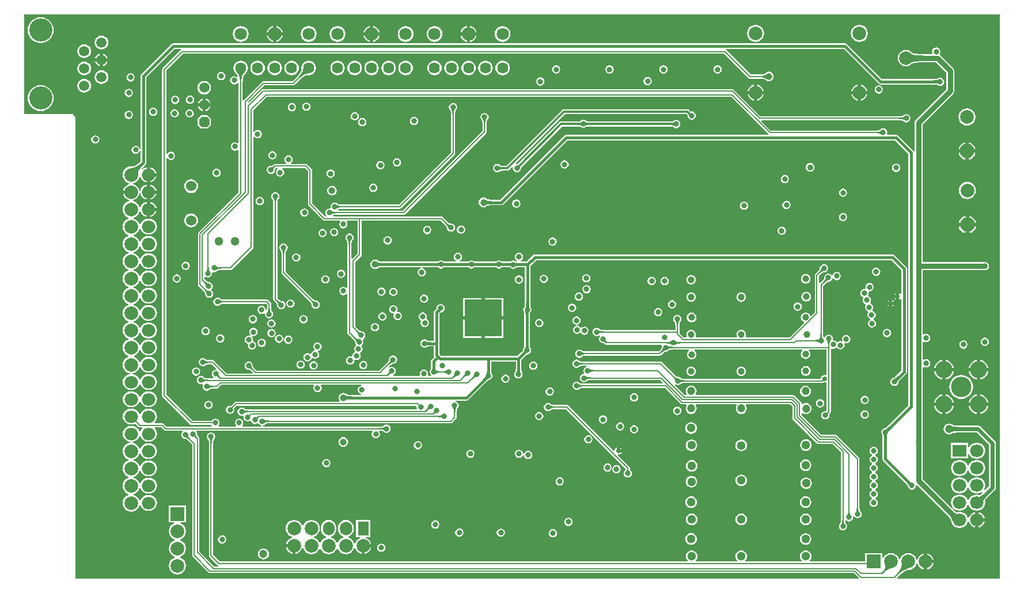
<source format=gbr>
%TF.GenerationSoftware,Altium Limited,Altium Designer,21.1.1 (26)*%
G04 Layer_Physical_Order=3*
G04 Layer_Color=16440176*
%FSLAX44Y44*%
%MOMM*%
%TF.SameCoordinates,65C39E2D-3F9F-43AC-B9A9-9728AD9587AC*%
%TF.FilePolarity,Positive*%
%TF.FileFunction,Copper,L3,Inr,Signal*%
%TF.Part,Single*%
G01*
G75*
%TA.AperFunction,Conductor*%
%ADD44C,0.2000*%
%ADD45C,0.6000*%
%ADD46C,0.4000*%
%ADD47C,0.3000*%
%ADD50C,0.8000*%
%TA.AperFunction,ComponentPad*%
%ADD54R,2.0000X1.8000*%
%ADD55O,2.0000X1.8000*%
%TA.AperFunction,SMDPad,CuDef*%
%ADD56R,5.5000X5.5000*%
%TA.AperFunction,ComponentPad*%
%ADD57C,0.7000*%
%ADD58C,1.5000*%
%ADD59C,2.0000*%
G04:AMPARAMS|DCode=60|XSize=2mm|YSize=2mm|CornerRadius=0mm|HoleSize=0mm|Usage=FLASHONLY|Rotation=90.000|XOffset=0mm|YOffset=0mm|HoleType=Round|Shape=Octagon|*
%AMOCTAGOND60*
4,1,8,0.5000,1.0000,-0.5000,1.0000,-1.0000,0.5000,-1.0000,-0.5000,-0.5000,-1.0000,0.5000,-1.0000,1.0000,-0.5000,1.0000,0.5000,0.5000,1.0000,0.0*
%
%ADD60OCTAGOND60*%

%ADD61R,1.6000X2.0000*%
%ADD62O,1.8000X2.0000*%
%ADD63O,1.7000X2.0000*%
%ADD64R,2.0000X2.0000*%
%ADD65C,3.0000*%
%ADD66C,2.5000*%
G04:AMPARAMS|DCode=67|XSize=1.5mm|YSize=1.5mm|CornerRadius=0mm|HoleSize=0mm|Usage=FLASHONLY|Rotation=90.000|XOffset=0mm|YOffset=0mm|HoleType=Round|Shape=Octagon|*
%AMOCTAGOND67*
4,1,8,0.3750,0.7500,-0.3750,0.7500,-0.7500,0.3750,-0.7500,-0.3750,-0.3750,-0.7500,0.3750,-0.7500,0.7500,-0.3750,0.7500,0.3750,0.3750,0.7500,0.0*
%
%ADD67OCTAGOND67*%

%ADD68C,1.5240*%
%TA.AperFunction,ViaPad*%
%ADD69C,5.0000*%
%TA.AperFunction,ComponentPad*%
%ADD70R,2.0000X2.0000*%
%ADD71C,1.3000*%
%ADD72C,1.6240*%
%ADD73C,1.8000*%
%TA.AperFunction,ViaPad*%
%ADD74C,0.8000*%
%ADD75C,0.9000*%
%ADD76C,1.2000*%
%ADD77C,0.5000*%
%TA.AperFunction,TestPad*%
%ADD78C,3.4000*%
%TA.AperFunction,ViaPad*%
%ADD79C,2.0000*%
%ADD80C,1.0000*%
%ADD81C,0.7000*%
%ADD82C,1.3000*%
G36*
X1093859Y-98174D02*
X1093291Y-97714D01*
X1092640Y-97302D01*
X1091905Y-96938D01*
X1091086Y-96623D01*
X1090183Y-96356D01*
X1089196Y-96138D01*
X1088125Y-95968D01*
X1086970Y-95847D01*
X1084409Y-95750D01*
X1084307Y-93750D01*
X1085645Y-93724D01*
X1088044Y-93519D01*
X1089103Y-93339D01*
X1090070Y-93108D01*
X1090944Y-92826D01*
X1091725Y-92492D01*
X1092412Y-92107D01*
X1093007Y-91671D01*
X1093509Y-91183D01*
X1093859Y-98174D01*
D02*
G37*
G36*
X1346393Y-105050D02*
X1346182Y-104898D01*
X1345862Y-104762D01*
X1345433Y-104642D01*
X1344896Y-104538D01*
X1344250Y-104450D01*
X1342630Y-104322D01*
X1339386Y-104250D01*
Y-100250D01*
X1340576Y-100242D01*
X1344896Y-99962D01*
X1345433Y-99858D01*
X1345862Y-99738D01*
X1346182Y-99602D01*
X1346393Y-99450D01*
Y-105050D01*
D02*
G37*
G36*
X1436941Y-437326D02*
X1436941Y-689250D01*
Y-833441D01*
X1410785D01*
X1286006D01*
X1285385Y-831941D01*
X1288061Y-829265D01*
X1291224Y-826357D01*
X1292901Y-825021D01*
X1294572Y-823831D01*
X1296216Y-822798D01*
X1297834Y-821922D01*
X1299423Y-821200D01*
X1300985Y-820629D01*
X1301488Y-820490D01*
X1302380Y-820608D01*
X1305643Y-820178D01*
X1308684Y-818919D01*
X1311295Y-816915D01*
X1313299Y-814304D01*
X1314558Y-811263D01*
X1314576Y-811131D01*
X1316089D01*
X1316089Y-811133D01*
X1317298Y-814052D01*
X1319221Y-816559D01*
X1321728Y-818482D01*
X1324647Y-819691D01*
X1325280Y-819774D01*
Y-808000D01*
Y-796226D01*
X1324647Y-796309D01*
X1321728Y-797518D01*
X1319221Y-799442D01*
X1317298Y-801948D01*
X1316089Y-804867D01*
X1316089Y-804869D01*
X1314576D01*
X1314558Y-804737D01*
X1313299Y-801696D01*
X1311295Y-799085D01*
X1308684Y-797081D01*
X1305643Y-795822D01*
X1302380Y-795392D01*
X1299117Y-795822D01*
X1296076Y-797081D01*
X1293465Y-799085D01*
X1291461Y-801696D01*
X1290492Y-804036D01*
X1288868D01*
X1287899Y-801696D01*
X1285895Y-799085D01*
X1283284Y-797081D01*
X1280243Y-795822D01*
X1276980Y-795392D01*
X1273717Y-795822D01*
X1270676Y-797081D01*
X1268065Y-799085D01*
X1266061Y-801696D01*
X1265580Y-802858D01*
X1264080Y-802560D01*
Y-795500D01*
X1239080D01*
Y-807941D01*
X1157903D01*
X1157394Y-806441D01*
X1157562Y-806312D01*
X1158925Y-804537D01*
X1159781Y-802469D01*
X1160073Y-800250D01*
X1159781Y-798031D01*
X1158925Y-795963D01*
X1157562Y-794188D01*
X1155787Y-792825D01*
X1153719Y-791969D01*
X1151500Y-791677D01*
X1149281Y-791969D01*
X1147213Y-792825D01*
X1145438Y-794188D01*
X1144075Y-795963D01*
X1143219Y-798031D01*
X1142927Y-800250D01*
X1143219Y-802469D01*
X1144075Y-804537D01*
X1145438Y-806312D01*
X1145606Y-806441D01*
X1145097Y-807941D01*
X1063403D01*
X1062894Y-806441D01*
X1063062Y-806312D01*
X1064425Y-804537D01*
X1065281Y-802469D01*
X1065573Y-800250D01*
X1065281Y-798031D01*
X1064425Y-795963D01*
X1063062Y-794188D01*
X1061287Y-792825D01*
X1059219Y-791969D01*
X1057000Y-791677D01*
X1054781Y-791969D01*
X1052713Y-792825D01*
X1050938Y-794188D01*
X1049575Y-795963D01*
X1048719Y-798031D01*
X1048427Y-800250D01*
X1048719Y-802469D01*
X1049575Y-804537D01*
X1050938Y-806312D01*
X1051106Y-806441D01*
X1050596Y-807941D01*
X990403D01*
X989894Y-806441D01*
X990062Y-806312D01*
X991425Y-804537D01*
X992281Y-802469D01*
X992573Y-800250D01*
X992281Y-798031D01*
X991425Y-795963D01*
X990062Y-794188D01*
X988287Y-792825D01*
X986219Y-791969D01*
X984000Y-791677D01*
X981781Y-791969D01*
X979713Y-792825D01*
X977938Y-794188D01*
X976575Y-795963D01*
X975719Y-798031D01*
X975427Y-800250D01*
X975719Y-802469D01*
X976575Y-804537D01*
X977938Y-806312D01*
X978106Y-806441D01*
X977597Y-807941D01*
X290517D01*
X280559Y-797983D01*
Y-633485D01*
X280690Y-631705D01*
X280797Y-630979D01*
X280932Y-630327D01*
X281088Y-629775D01*
X281256Y-629326D01*
X281427Y-628979D01*
X281585Y-628737D01*
X281826Y-628576D01*
X283152Y-626591D01*
X283617Y-624250D01*
X283152Y-621909D01*
X281826Y-619924D01*
X279841Y-618598D01*
X277500Y-618133D01*
X275159Y-618598D01*
X273174Y-619924D01*
X271848Y-621909D01*
X271382Y-624250D01*
X271848Y-626591D01*
X273174Y-628576D01*
X273415Y-628737D01*
X273573Y-628979D01*
X273744Y-629326D01*
X273912Y-629775D01*
X274068Y-630327D01*
X274203Y-630979D01*
X274310Y-631705D01*
X274441Y-633485D01*
Y-799250D01*
X274441Y-799250D01*
X274674Y-800421D01*
X275337Y-801413D01*
X287087Y-813163D01*
X287087Y-813163D01*
X287878Y-813691D01*
X287857Y-814498D01*
X287628Y-815191D01*
X282517D01*
X260559Y-793233D01*
Y-627000D01*
X260559Y-627000D01*
X260326Y-625830D01*
X259663Y-624837D01*
X259663Y-624837D01*
X258956Y-624130D01*
X258084Y-623153D01*
X257740Y-622718D01*
X257469Y-622335D01*
X257285Y-622031D01*
X257185Y-621828D01*
X257177Y-621804D01*
X257170Y-621742D01*
X257367Y-620750D01*
X256902Y-618409D01*
X256000Y-617059D01*
X256775Y-615559D01*
X514225D01*
X515000Y-617059D01*
X514098Y-618409D01*
X513632Y-620750D01*
X514098Y-623091D01*
X515424Y-625076D01*
X517409Y-626402D01*
X519750Y-626868D01*
X522091Y-626402D01*
X524076Y-625076D01*
X525402Y-623091D01*
X525868Y-620750D01*
X525402Y-618409D01*
X524500Y-617059D01*
X525275Y-615559D01*
X526015D01*
X527795Y-615690D01*
X528521Y-615797D01*
X529173Y-615932D01*
X529725Y-616088D01*
X530174Y-616256D01*
X530521Y-616427D01*
X530763Y-616585D01*
X530924Y-616826D01*
X532909Y-618152D01*
X535250Y-618618D01*
X537591Y-618152D01*
X539576Y-616826D01*
X540902Y-614841D01*
X541367Y-612500D01*
X540902Y-610159D01*
X539576Y-608174D01*
X537591Y-606848D01*
X535250Y-606382D01*
X532909Y-606848D01*
X530924Y-608174D01*
X530763Y-608415D01*
X530521Y-608573D01*
X530174Y-608744D01*
X529725Y-608912D01*
X529173Y-609068D01*
X528521Y-609203D01*
X527795Y-609310D01*
X526015Y-609441D01*
X353784D01*
X353636Y-607941D01*
X355091Y-607652D01*
X357076Y-606326D01*
X357418Y-605813D01*
X357437Y-605799D01*
X357656Y-605561D01*
X357826Y-605429D01*
X358100Y-605272D01*
X358488Y-605108D01*
X358992Y-604951D01*
X359608Y-604811D01*
X360309Y-604699D01*
X362092Y-604559D01*
X600750Y-604559D01*
X630000D01*
X630000Y-604559D01*
X631171Y-604326D01*
X632163Y-603663D01*
X637663Y-598163D01*
X637663Y-598163D01*
X638326Y-597170D01*
X638559Y-596000D01*
X638559Y-596000D01*
Y-587735D01*
X638690Y-585955D01*
X638797Y-585229D01*
X638932Y-584577D01*
X639088Y-584025D01*
X639256Y-583576D01*
X639427Y-583229D01*
X639585Y-582987D01*
X639826Y-582826D01*
X641152Y-580841D01*
X641618Y-578500D01*
X641152Y-576159D01*
X639826Y-574174D01*
X637841Y-572848D01*
X636485Y-572578D01*
X636633Y-571078D01*
X653000D01*
X653000Y-571078D01*
X654561Y-570768D01*
X655884Y-569884D01*
X682391Y-543377D01*
X683402Y-542410D01*
X684550Y-541430D01*
X684978Y-541105D01*
X685315Y-540876D01*
X685375Y-540843D01*
X687591Y-540402D01*
X689576Y-539076D01*
X690902Y-537091D01*
X691367Y-534750D01*
X690902Y-532409D01*
X689647Y-530531D01*
X689628Y-530464D01*
X689565Y-530135D01*
X689328Y-526491D01*
Y-513828D01*
X725422D01*
Y-524107D01*
X725385Y-525632D01*
X725257Y-527119D01*
X725180Y-527639D01*
X725099Y-528021D01*
X725086Y-528066D01*
X724924Y-528174D01*
X723598Y-530159D01*
X723132Y-532500D01*
X723598Y-534841D01*
X724924Y-536826D01*
X726909Y-538152D01*
X729250Y-538618D01*
X731591Y-538152D01*
X733576Y-536826D01*
X734902Y-534841D01*
X735368Y-532500D01*
X734902Y-530159D01*
X733915Y-528681D01*
X733911Y-528673D01*
X733876Y-528531D01*
X733578Y-524360D01*
Y-511439D01*
X739141Y-505876D01*
X740152Y-504910D01*
X741300Y-503930D01*
X741728Y-503605D01*
X742065Y-503376D01*
X742125Y-503343D01*
X744341Y-502902D01*
X746326Y-501576D01*
X747652Y-499591D01*
X748118Y-497250D01*
X747652Y-494909D01*
X746397Y-493031D01*
X746378Y-492964D01*
X746315Y-492635D01*
X746078Y-488991D01*
Y-445373D01*
X746119Y-444251D01*
X746255Y-442769D01*
X746335Y-442265D01*
X746418Y-441900D01*
X746440Y-441834D01*
X746826Y-441576D01*
X748152Y-439591D01*
X748617Y-437250D01*
X748152Y-434909D01*
X746897Y-433031D01*
X746878Y-432964D01*
X746815Y-432635D01*
X746578Y-428991D01*
Y-373189D01*
X755189Y-364578D01*
X1277811D01*
X1292172Y-378939D01*
Y-413889D01*
X1290672Y-414343D01*
X1290465Y-414035D01*
X1289000Y-413056D01*
Y-418000D01*
Y-422944D01*
X1290465Y-421965D01*
X1290672Y-421656D01*
X1292172Y-422111D01*
Y-527311D01*
X1284182Y-535300D01*
X1283040Y-536337D01*
X1282043Y-537142D01*
X1281717Y-537368D01*
X1281536Y-537475D01*
X1279659Y-537848D01*
X1277674Y-539174D01*
X1276348Y-541159D01*
X1275882Y-543500D01*
X1276348Y-545841D01*
X1277674Y-547826D01*
X1279659Y-549152D01*
X1282000Y-549618D01*
X1284341Y-549152D01*
X1286326Y-547826D01*
X1287652Y-545841D01*
X1288118Y-543500D01*
X1288094Y-543384D01*
X1288111Y-543354D01*
X1288286Y-543087D01*
X1290695Y-540323D01*
X1299134Y-531884D01*
X1299134Y-531884D01*
X1300018Y-530561D01*
X1300328Y-529000D01*
X1300328Y-529000D01*
Y-377250D01*
X1300328Y-377250D01*
X1300018Y-375689D01*
X1299134Y-374366D01*
X1299134Y-374366D01*
X1282384Y-357616D01*
X1281061Y-356732D01*
X1279500Y-356422D01*
X1279500Y-356422D01*
X753500D01*
X753500Y-356422D01*
X751939Y-356732D01*
X750616Y-357616D01*
X741311Y-366922D01*
X732390D01*
X732242Y-365422D01*
X732341Y-365402D01*
X734326Y-364076D01*
X735652Y-362091D01*
X736117Y-359750D01*
X735652Y-357409D01*
X734326Y-355424D01*
X732341Y-354098D01*
X730000Y-353633D01*
X727659Y-354098D01*
X725674Y-355424D01*
X724348Y-357409D01*
X723882Y-359750D01*
X724348Y-362091D01*
X725674Y-364076D01*
X727659Y-365402D01*
X727320Y-366842D01*
X726155Y-366727D01*
X725753Y-366659D01*
X725504Y-366599D01*
X725482Y-366591D01*
X725441Y-366566D01*
X725413Y-366556D01*
X724097Y-365676D01*
X721756Y-365211D01*
X719415Y-365676D01*
X718099Y-366556D01*
X718071Y-366566D01*
X718030Y-366591D01*
X718008Y-366599D01*
X717759Y-366660D01*
X717357Y-366727D01*
X716073Y-366854D01*
X714581Y-366922D01*
X708872D01*
X707473Y-366891D01*
X705969Y-366772D01*
X705436Y-366699D01*
X705036Y-366622D01*
X704969Y-366603D01*
X703091Y-365348D01*
X700750Y-364883D01*
X698409Y-365348D01*
X696531Y-366603D01*
X696464Y-366622D01*
X696135Y-366685D01*
X692491Y-366922D01*
X668372D01*
X666973Y-366891D01*
X665469Y-366772D01*
X664936Y-366699D01*
X664536Y-366622D01*
X664469Y-366603D01*
X662591Y-365348D01*
X660250Y-364883D01*
X657909Y-365348D01*
X656031Y-366603D01*
X655964Y-366622D01*
X655635Y-366685D01*
X651991Y-366922D01*
X642639D01*
X642492Y-365422D01*
X642591Y-365402D01*
X644576Y-364076D01*
X645902Y-362091D01*
X646367Y-359750D01*
X645902Y-357409D01*
X644576Y-355424D01*
X642591Y-354098D01*
X640250Y-353633D01*
X637909Y-354098D01*
X635924Y-355424D01*
X634598Y-357409D01*
X634132Y-359750D01*
X634598Y-362091D01*
X635924Y-364076D01*
X637909Y-365402D01*
X638008Y-365422D01*
X637860Y-366922D01*
X623622D01*
X622223Y-366891D01*
X620719Y-366772D01*
X620186Y-366699D01*
X619786Y-366622D01*
X619719Y-366603D01*
X617841Y-365348D01*
X615500Y-364883D01*
X613159Y-365348D01*
X611281Y-366603D01*
X611214Y-366622D01*
X610885Y-366685D01*
X607241Y-366922D01*
X529724D01*
X528766Y-366900D01*
X526610Y-366722D01*
X525778Y-366600D01*
X525078Y-366455D01*
X524543Y-366301D01*
X524186Y-366158D01*
X524023Y-366064D01*
X523884Y-365942D01*
X523742Y-365758D01*
X522280Y-364636D01*
X520577Y-363930D01*
X518750Y-363690D01*
X516923Y-363930D01*
X515220Y-364636D01*
X513758Y-365758D01*
X512636Y-367220D01*
X511930Y-368923D01*
X511690Y-370750D01*
X511930Y-372577D01*
X512636Y-374280D01*
X513758Y-375742D01*
X515220Y-376865D01*
X516923Y-377570D01*
X518750Y-377810D01*
X520577Y-377570D01*
X522280Y-376865D01*
X523272Y-376103D01*
X523348Y-376068D01*
X523574Y-375902D01*
X523792Y-375794D01*
X524197Y-375652D01*
X524771Y-375506D01*
X525443Y-375381D01*
X529510Y-375078D01*
X586117D01*
X586265Y-376578D01*
X584909Y-376848D01*
X582924Y-378174D01*
X581598Y-380159D01*
X581132Y-382500D01*
X581598Y-384841D01*
X582924Y-386826D01*
X584909Y-388152D01*
X587250Y-388618D01*
X589591Y-388152D01*
X591576Y-386826D01*
X592902Y-384841D01*
X593368Y-382500D01*
X592902Y-380159D01*
X591576Y-378174D01*
X589591Y-376848D01*
X588235Y-376578D01*
X588382Y-375078D01*
X607378D01*
X608777Y-375109D01*
X610281Y-375228D01*
X610814Y-375301D01*
X611214Y-375378D01*
X611281Y-375397D01*
X613159Y-376652D01*
X615500Y-377118D01*
X617841Y-376652D01*
X619719Y-375397D01*
X619786Y-375378D01*
X620115Y-375315D01*
X623759Y-375078D01*
X652128D01*
X653527Y-375109D01*
X655031Y-375228D01*
X655564Y-375301D01*
X655964Y-375378D01*
X656031Y-375397D01*
X657909Y-376652D01*
X660250Y-377118D01*
X662591Y-376652D01*
X664469Y-375397D01*
X664536Y-375378D01*
X664865Y-375315D01*
X668509Y-375078D01*
X692628D01*
X694027Y-375109D01*
X695531Y-375228D01*
X696064Y-375301D01*
X696464Y-375378D01*
X696531Y-375397D01*
X698409Y-376652D01*
X700750Y-377118D01*
X703091Y-376652D01*
X704969Y-375397D01*
X705036Y-375378D01*
X705365Y-375315D01*
X709009Y-375078D01*
X713260D01*
X716923Y-375342D01*
X717222Y-375406D01*
X717277Y-375424D01*
X717430Y-375654D01*
X719415Y-376980D01*
X721756Y-377446D01*
X724097Y-376980D01*
X726082Y-375654D01*
X726236Y-375424D01*
X726291Y-375407D01*
X726589Y-375342D01*
X730252Y-375078D01*
X738422D01*
Y-429128D01*
X738391Y-430527D01*
X738272Y-432031D01*
X738199Y-432564D01*
X738122Y-432964D01*
X738103Y-433031D01*
X736848Y-434909D01*
X736382Y-437250D01*
X736848Y-439591D01*
X737571Y-440673D01*
X737593Y-440741D01*
X737617Y-440783D01*
X737628Y-440817D01*
X737666Y-440989D01*
X737922Y-445112D01*
Y-489128D01*
X737891Y-490527D01*
X737772Y-492031D01*
X737699Y-492564D01*
X737622Y-492964D01*
X737603Y-493031D01*
X736348Y-494909D01*
X735907Y-497124D01*
X735873Y-497185D01*
X735686Y-497462D01*
X733276Y-500206D01*
X727811Y-505672D01*
X615439D01*
X612828Y-503061D01*
Y-486750D01*
Y-443689D01*
X614261Y-442256D01*
X614949Y-441607D01*
X615000Y-441618D01*
X617341Y-441152D01*
X619326Y-439826D01*
X620652Y-437841D01*
X621118Y-435500D01*
X620652Y-433159D01*
X619326Y-431174D01*
X617341Y-429848D01*
X615000Y-429383D01*
X612659Y-429848D01*
X610675Y-431174D01*
X609348Y-433159D01*
X608883Y-435500D01*
X608949Y-435832D01*
X606530Y-438452D01*
X605866Y-439116D01*
X604982Y-440439D01*
X604672Y-442000D01*
X604672Y-442000D01*
Y-483172D01*
X599372D01*
X597973Y-483141D01*
X596469Y-483022D01*
X595936Y-482949D01*
X595536Y-482872D01*
X595469Y-482853D01*
X593591Y-481598D01*
X591250Y-481133D01*
X588909Y-481598D01*
X586924Y-482924D01*
X585598Y-484909D01*
X585132Y-487250D01*
X585598Y-489591D01*
X586924Y-491576D01*
X588909Y-492902D01*
X591250Y-493368D01*
X593591Y-492902D01*
X595469Y-491647D01*
X595536Y-491628D01*
X595865Y-491565D01*
X599509Y-491328D01*
X604672D01*
Y-504750D01*
X604672Y-504750D01*
X604982Y-506311D01*
X605459Y-507024D01*
X602116Y-510366D01*
X601232Y-511689D01*
X600922Y-513250D01*
X600922Y-513250D01*
Y-520628D01*
X600891Y-522027D01*
X600772Y-523531D01*
X600699Y-524064D01*
X600622Y-524464D01*
X600603Y-524531D01*
X599348Y-526409D01*
X598882Y-528750D01*
X599348Y-531091D01*
X600674Y-533076D01*
X601221Y-533441D01*
X600766Y-534941D01*
X597084D01*
X596231Y-533441D01*
X596618Y-531500D01*
X596152Y-529159D01*
X594826Y-527174D01*
X592841Y-525848D01*
X590500Y-525382D01*
X588159Y-525848D01*
X586174Y-527174D01*
X584848Y-529159D01*
X584382Y-531500D01*
X584769Y-533441D01*
X583916Y-534941D01*
X545291D01*
X545143Y-533441D01*
X545341Y-533402D01*
X547326Y-532076D01*
X548652Y-530091D01*
X549118Y-527750D01*
X548652Y-525409D01*
X547326Y-523424D01*
X545341Y-522098D01*
X543000Y-521632D01*
X540659Y-522098D01*
X539725Y-522722D01*
X538769Y-521557D01*
X540633Y-519693D01*
X541984Y-518527D01*
X542573Y-518089D01*
X543130Y-517724D01*
X543630Y-517444D01*
X544067Y-517245D01*
X544433Y-517121D01*
X544716Y-517061D01*
X545000Y-517118D01*
X547341Y-516652D01*
X549326Y-515326D01*
X550652Y-513341D01*
X551118Y-511000D01*
X550652Y-508659D01*
X549326Y-506674D01*
X547341Y-505348D01*
X545000Y-504883D01*
X542659Y-505348D01*
X540674Y-506674D01*
X539348Y-508659D01*
X538882Y-511000D01*
X538939Y-511284D01*
X538879Y-511567D01*
X538755Y-511933D01*
X538556Y-512370D01*
X538276Y-512870D01*
X537911Y-513427D01*
X537472Y-514016D01*
X536307Y-515367D01*
X524390Y-527284D01*
X344610D01*
X341443Y-524117D01*
X340277Y-522766D01*
X339839Y-522177D01*
X339474Y-521620D01*
X339194Y-521120D01*
X338995Y-520683D01*
X338871Y-520317D01*
X338811Y-520034D01*
X338868Y-519750D01*
X338402Y-517409D01*
X337076Y-515424D01*
X335091Y-514098D01*
X332750Y-513633D01*
X330409Y-514098D01*
X328424Y-515424D01*
X327098Y-517409D01*
X326632Y-519750D01*
X327098Y-522091D01*
X328424Y-524076D01*
X330409Y-525402D01*
X332750Y-525868D01*
X333034Y-525811D01*
X333318Y-525871D01*
X333683Y-525995D01*
X334120Y-526194D01*
X334620Y-526474D01*
X335177Y-526839D01*
X335766Y-527277D01*
X337117Y-528443D01*
X338730Y-530056D01*
X338156Y-531441D01*
X300767D01*
X281913Y-512587D01*
X280921Y-511924D01*
X279750Y-511691D01*
X279750Y-511691D01*
X274735D01*
X272955Y-511560D01*
X272229Y-511453D01*
X271577Y-511318D01*
X271025Y-511162D01*
X270576Y-510994D01*
X270229Y-510823D01*
X269987Y-510665D01*
X269826Y-510424D01*
X267841Y-509098D01*
X265500Y-508633D01*
X263159Y-509098D01*
X261174Y-510424D01*
X259848Y-512409D01*
X259382Y-514750D01*
X259848Y-517091D01*
X261174Y-519076D01*
X263159Y-520402D01*
X265500Y-520868D01*
X267841Y-520402D01*
X269826Y-519076D01*
X269987Y-518835D01*
X270229Y-518677D01*
X270576Y-518506D01*
X271025Y-518338D01*
X271577Y-518182D01*
X272229Y-518047D01*
X272955Y-517940D01*
X274735Y-517809D01*
X278483D01*
X285242Y-524567D01*
X284487Y-525935D01*
X282409Y-526348D01*
X280424Y-527674D01*
X279098Y-529659D01*
X278633Y-532000D01*
X279098Y-534341D01*
X280424Y-536326D01*
X281345Y-536941D01*
X280890Y-538441D01*
X272365D01*
X270891Y-538388D01*
X270083Y-538304D01*
X269358Y-538189D01*
X268741Y-538049D01*
X268238Y-537892D01*
X267850Y-537728D01*
X267576Y-537571D01*
X267406Y-537439D01*
X267187Y-537201D01*
X267168Y-537187D01*
X266826Y-536674D01*
X264841Y-535348D01*
X262500Y-534883D01*
X260159Y-535348D01*
X258174Y-536674D01*
X256848Y-538659D01*
X256383Y-541000D01*
X256848Y-543341D01*
X258174Y-545326D01*
X260159Y-546652D01*
X262500Y-547118D01*
X264507Y-546718D01*
X265310Y-547567D01*
X265498Y-547934D01*
X265348Y-548159D01*
X264883Y-550500D01*
X265348Y-552841D01*
X266674Y-554826D01*
X268659Y-556152D01*
X271000Y-556618D01*
X273341Y-556152D01*
X275326Y-554826D01*
X275487Y-554585D01*
X275729Y-554427D01*
X276076Y-554256D01*
X276525Y-554088D01*
X277077Y-553932D01*
X277729Y-553797D01*
X278455Y-553690D01*
X280235Y-553559D01*
X285750D01*
X285750Y-553559D01*
X286921Y-553326D01*
X287913Y-552663D01*
X292517Y-548059D01*
X428114D01*
X428916Y-549559D01*
X428348Y-550409D01*
X427882Y-552750D01*
X428348Y-555091D01*
X429674Y-557076D01*
X431659Y-558402D01*
X434000Y-558868D01*
X436341Y-558402D01*
X438326Y-557076D01*
X439652Y-555091D01*
X440117Y-552750D01*
X439652Y-550409D01*
X439084Y-549559D01*
X439886Y-548059D01*
X498216D01*
X498364Y-549559D01*
X496909Y-549848D01*
X494924Y-551174D01*
X493598Y-553159D01*
X493132Y-555500D01*
X493598Y-557841D01*
X494924Y-559826D01*
X496909Y-561152D01*
X498265Y-561422D01*
X498117Y-562922D01*
X482794D01*
X481911Y-562903D01*
X479743Y-562732D01*
X478897Y-562613D01*
X478182Y-562473D01*
X477627Y-562322D01*
X477246Y-562179D01*
X477055Y-562077D01*
X477030Y-562057D01*
X476992Y-562008D01*
X475530Y-560886D01*
X473827Y-560180D01*
X472000Y-559940D01*
X470173Y-560180D01*
X468470Y-560886D01*
X467007Y-562008D01*
X465886Y-563470D01*
X465180Y-565173D01*
X464940Y-567000D01*
X465180Y-568827D01*
X465886Y-570530D01*
X466393Y-571191D01*
X465653Y-572691D01*
X314000D01*
X312829Y-572924D01*
X311837Y-573587D01*
X311837Y-573587D01*
X306577Y-578847D01*
X305500Y-578633D01*
X303159Y-579098D01*
X301174Y-580424D01*
X299848Y-582409D01*
X299382Y-584750D01*
X299848Y-587091D01*
X301174Y-589076D01*
X303159Y-590402D01*
X305500Y-590868D01*
X307841Y-590402D01*
X309825Y-589076D01*
X311152Y-587091D01*
X311617Y-584750D01*
X311237Y-582839D01*
X315267Y-578809D01*
X578562D01*
X579742Y-580202D01*
X579632Y-580750D01*
X580019Y-582691D01*
X579166Y-584191D01*
X331654D01*
X329880Y-584066D01*
X329141Y-583963D01*
X328472Y-583831D01*
X327897Y-583679D01*
X327417Y-583511D01*
X327035Y-583337D01*
X326869Y-583238D01*
X326826Y-583174D01*
X324841Y-581848D01*
X322500Y-581382D01*
X320159Y-581848D01*
X318174Y-583174D01*
X316848Y-585159D01*
X316383Y-587500D01*
X316848Y-589841D01*
X318174Y-591826D01*
X320159Y-593152D01*
X322500Y-593618D01*
X324090Y-593301D01*
X325386Y-594448D01*
X325390Y-594456D01*
X325132Y-595750D01*
X325598Y-598091D01*
X326924Y-600076D01*
X328909Y-601402D01*
X331250Y-601867D01*
X333591Y-601402D01*
X334554Y-600759D01*
X336220Y-601449D01*
X336348Y-602091D01*
X337674Y-604076D01*
X339659Y-605402D01*
X342000Y-605868D01*
X344341Y-605402D01*
X345611Y-604553D01*
X346750Y-604391D01*
X347507Y-604953D01*
X348424Y-606326D01*
X350409Y-607652D01*
X351864Y-607941D01*
X351716Y-609441D01*
X323901D01*
X323333Y-607941D01*
X324402Y-606341D01*
X324868Y-604000D01*
X324402Y-601659D01*
X323076Y-599674D01*
X321091Y-598348D01*
X318750Y-597882D01*
X316409Y-598348D01*
X314424Y-599674D01*
X313098Y-601659D01*
X312632Y-604000D01*
X313098Y-606341D01*
X314167Y-607941D01*
X313599Y-609441D01*
X288901D01*
X288333Y-607941D01*
X289402Y-606341D01*
X289867Y-604000D01*
X289402Y-601659D01*
X288076Y-599674D01*
X286091Y-598348D01*
X283750Y-597882D01*
X281409Y-598348D01*
X279424Y-599674D01*
X278578Y-600941D01*
X250267D01*
X211559Y-562233D01*
Y-214212D01*
X213059Y-213906D01*
X214174Y-215576D01*
X216159Y-216902D01*
X218500Y-217367D01*
X220841Y-216902D01*
X222826Y-215576D01*
X224152Y-213591D01*
X224618Y-211250D01*
X224152Y-208909D01*
X222826Y-206924D01*
X220841Y-205598D01*
X218500Y-205133D01*
X216159Y-205598D01*
X214174Y-206924D01*
X213059Y-208594D01*
X211559Y-208288D01*
Y-85767D01*
X236267Y-61059D01*
X1031733D01*
X1067587Y-96913D01*
X1068579Y-97576D01*
X1069750Y-97809D01*
X1069750Y-97809D01*
X1084887D01*
X1086825Y-97882D01*
X1087859Y-97991D01*
X1088816Y-98142D01*
X1089674Y-98332D01*
X1090430Y-98555D01*
X1091085Y-98807D01*
X1091640Y-99082D01*
X1092099Y-99372D01*
X1092573Y-99757D01*
X1092667Y-99807D01*
X1093720Y-100615D01*
X1095423Y-101320D01*
X1097250Y-101560D01*
X1099077Y-101320D01*
X1100780Y-100615D01*
X1102242Y-99492D01*
X1103364Y-98030D01*
X1104070Y-96327D01*
X1104310Y-94500D01*
X1104070Y-92673D01*
X1103364Y-90970D01*
X1102242Y-89508D01*
X1100780Y-88385D01*
X1099077Y-87680D01*
X1097250Y-87440D01*
X1095423Y-87680D01*
X1093720Y-88385D01*
X1092258Y-89508D01*
X1092101Y-89712D01*
X1092087Y-89721D01*
X1091687Y-90110D01*
X1091307Y-90389D01*
X1090823Y-90660D01*
X1090228Y-90914D01*
X1089519Y-91143D01*
X1088696Y-91340D01*
X1087786Y-91494D01*
X1085539Y-91687D01*
X1085308Y-91691D01*
X1071017D01*
X1035163Y-55837D01*
X1034776Y-55578D01*
X1035231Y-54078D01*
X1207811D01*
X1258866Y-105134D01*
X1258866Y-105134D01*
X1260189Y-106018D01*
X1261750Y-106328D01*
X1261750Y-106328D01*
X1341128D01*
X1342527Y-106360D01*
X1344031Y-106478D01*
X1344564Y-106551D01*
X1344964Y-106628D01*
X1345031Y-106647D01*
X1346909Y-107902D01*
X1349250Y-108368D01*
X1351591Y-107902D01*
X1353576Y-106576D01*
X1354902Y-104591D01*
X1355368Y-102250D01*
X1354902Y-99909D01*
X1353576Y-97924D01*
X1351591Y-96598D01*
X1349250Y-96132D01*
X1346909Y-96598D01*
X1345031Y-97853D01*
X1344964Y-97872D01*
X1344635Y-97935D01*
X1340991Y-98172D01*
X1263439D01*
X1212384Y-47116D01*
X1211061Y-46232D01*
X1209500Y-45922D01*
X1209500Y-45922D01*
X221750D01*
X220189Y-46232D01*
X218866Y-47116D01*
X218866Y-47116D01*
X175366Y-90616D01*
X174482Y-91939D01*
X174172Y-93500D01*
X174172Y-93500D01*
Y-201367D01*
X172672Y-201515D01*
X172402Y-200159D01*
X171076Y-198174D01*
X169091Y-196848D01*
X166750Y-196383D01*
X164409Y-196848D01*
X162424Y-198174D01*
X161098Y-200159D01*
X160632Y-202500D01*
X161098Y-204841D01*
X162424Y-206826D01*
X164409Y-208152D01*
X166750Y-208618D01*
X169091Y-208152D01*
X171076Y-206826D01*
X172402Y-204841D01*
X172672Y-203485D01*
X174172Y-203633D01*
Y-219225D01*
X171690Y-221525D01*
X169976Y-222911D01*
X168321Y-224105D01*
X166749Y-225096D01*
X165263Y-225885D01*
X163867Y-226478D01*
X162569Y-226880D01*
X162410Y-226909D01*
X160000Y-226592D01*
X156737Y-227022D01*
X153696Y-228281D01*
X151085Y-230285D01*
X149081Y-232896D01*
X147822Y-235937D01*
X147392Y-239200D01*
X147822Y-242463D01*
X149081Y-245504D01*
X151085Y-248115D01*
X153696Y-250119D01*
X156737Y-251378D01*
X156869Y-251396D01*
Y-252909D01*
X156867Y-252909D01*
X153948Y-254118D01*
X151441Y-256042D01*
X149518Y-258548D01*
X148309Y-261467D01*
X148226Y-262100D01*
X160000D01*
Y-267100D01*
X148226D01*
X148309Y-267733D01*
X149518Y-270652D01*
X151441Y-273158D01*
X153948Y-275082D01*
X156867Y-276291D01*
X156869Y-276291D01*
Y-277804D01*
X156737Y-277822D01*
X153696Y-279081D01*
X151085Y-281085D01*
X149081Y-283696D01*
X147822Y-286737D01*
X147392Y-290000D01*
X147822Y-293263D01*
X149081Y-296304D01*
X151085Y-298915D01*
X153696Y-300919D01*
X156157Y-301938D01*
Y-303562D01*
X153696Y-304581D01*
X151085Y-306585D01*
X149081Y-309196D01*
X147822Y-312237D01*
X147392Y-315500D01*
X147822Y-318763D01*
X149081Y-321804D01*
X151085Y-324415D01*
X153696Y-326419D01*
X156037Y-327388D01*
Y-329012D01*
X153696Y-329981D01*
X151085Y-331985D01*
X149081Y-334596D01*
X147822Y-337637D01*
X147392Y-340900D01*
X147822Y-344163D01*
X149081Y-347204D01*
X151085Y-349815D01*
X153696Y-351819D01*
X156037Y-352788D01*
Y-354412D01*
X153696Y-355381D01*
X151085Y-357385D01*
X149081Y-359996D01*
X147822Y-363037D01*
X147392Y-366300D01*
X147822Y-369563D01*
X149081Y-372604D01*
X151085Y-375215D01*
X153696Y-377219D01*
X156037Y-378188D01*
Y-379812D01*
X153696Y-380781D01*
X151085Y-382785D01*
X149081Y-385396D01*
X147822Y-388437D01*
X147392Y-391700D01*
X147822Y-394963D01*
X149081Y-398004D01*
X151085Y-400615D01*
X153696Y-402619D01*
X156157Y-403638D01*
Y-405262D01*
X153696Y-406281D01*
X151085Y-408285D01*
X149081Y-410896D01*
X147822Y-413937D01*
X147392Y-417200D01*
X147822Y-420463D01*
X149081Y-423504D01*
X151085Y-426115D01*
X153696Y-428119D01*
X156037Y-429088D01*
Y-430712D01*
X153696Y-431681D01*
X151085Y-433685D01*
X149081Y-436296D01*
X147822Y-439337D01*
X147392Y-442600D01*
X147822Y-445863D01*
X149081Y-448904D01*
X151085Y-451515D01*
X153696Y-453519D01*
X156037Y-454488D01*
Y-456112D01*
X153696Y-457081D01*
X151085Y-459085D01*
X149081Y-461696D01*
X147822Y-464737D01*
X147392Y-468000D01*
X147822Y-471263D01*
X149081Y-474304D01*
X151085Y-476915D01*
X153696Y-478919D01*
X156086Y-479909D01*
Y-481532D01*
X153696Y-482522D01*
X151085Y-484526D01*
X149081Y-487137D01*
X147822Y-490178D01*
X147392Y-493441D01*
X147822Y-496704D01*
X149081Y-499745D01*
X151085Y-502356D01*
X153696Y-504360D01*
X155746Y-505209D01*
Y-506832D01*
X153696Y-507681D01*
X151085Y-509685D01*
X149081Y-512296D01*
X147822Y-515337D01*
X147392Y-518600D01*
X147822Y-521863D01*
X149081Y-524904D01*
X151085Y-527515D01*
X153696Y-529519D01*
X156737Y-530778D01*
X158285Y-530982D01*
Y-532495D01*
X155998Y-532796D01*
X153200Y-533955D01*
X150798Y-535798D01*
X148955Y-538200D01*
X147796Y-540998D01*
X147401Y-544000D01*
X147796Y-547002D01*
X148955Y-549800D01*
X150798Y-552202D01*
X153200Y-554045D01*
X155998Y-555204D01*
X159000Y-555599D01*
X161000D01*
X164002Y-555204D01*
X166800Y-554045D01*
X169202Y-552202D01*
X171045Y-549800D01*
X171888Y-547765D01*
X173512D01*
X174355Y-549800D01*
X176198Y-552202D01*
X178600Y-554045D01*
X181398Y-555204D01*
X184400Y-555599D01*
X186400D01*
X189402Y-555204D01*
X192200Y-554045D01*
X194602Y-552202D01*
X196445Y-549800D01*
X197604Y-547002D01*
X197999Y-544000D01*
X197604Y-540998D01*
X196445Y-538200D01*
X194602Y-535798D01*
X192200Y-533955D01*
X189402Y-532796D01*
X186400Y-532401D01*
X184400D01*
X181398Y-532796D01*
X178600Y-533955D01*
X176198Y-535798D01*
X174355Y-538200D01*
X173512Y-540235D01*
X171888D01*
X171045Y-538200D01*
X169202Y-535798D01*
X166800Y-533955D01*
X164002Y-532796D01*
X161716Y-532495D01*
Y-530982D01*
X163263Y-530778D01*
X166304Y-529519D01*
X168915Y-527515D01*
X170919Y-524904D01*
X171929Y-522464D01*
X173553D01*
X174355Y-524400D01*
X176198Y-526802D01*
X178600Y-528645D01*
X181398Y-529804D01*
X184400Y-530199D01*
X186400D01*
X189402Y-529804D01*
X192200Y-528645D01*
X194602Y-526802D01*
X196445Y-524400D01*
X197604Y-521602D01*
X197999Y-518600D01*
X197604Y-515598D01*
X196445Y-512800D01*
X194602Y-510398D01*
X192200Y-508555D01*
X189402Y-507396D01*
X186400Y-507001D01*
X184400D01*
X181398Y-507396D01*
X178600Y-508555D01*
X176198Y-510398D01*
X174355Y-512800D01*
X173553Y-514736D01*
X171929D01*
X170919Y-512296D01*
X168915Y-509685D01*
X166304Y-507681D01*
X164254Y-506832D01*
Y-505209D01*
X166304Y-504360D01*
X168915Y-502356D01*
X170919Y-499745D01*
X171979Y-497184D01*
X173564Y-497091D01*
X174355Y-499000D01*
X176198Y-501402D01*
X178600Y-503245D01*
X181398Y-504404D01*
X184400Y-504799D01*
X186400D01*
X189402Y-504404D01*
X192200Y-503245D01*
X194602Y-501402D01*
X196445Y-499000D01*
X197604Y-496202D01*
X197999Y-493200D01*
X197604Y-490198D01*
X196445Y-487400D01*
X194602Y-484998D01*
X192200Y-483155D01*
X189402Y-481996D01*
X186400Y-481601D01*
X184400D01*
X181398Y-481996D01*
X178600Y-483155D01*
X176198Y-484998D01*
X174355Y-487400D01*
X173503Y-489456D01*
X171880D01*
X170919Y-487137D01*
X168915Y-484526D01*
X166304Y-482522D01*
X163914Y-481532D01*
Y-479909D01*
X166304Y-478919D01*
X168915Y-476915D01*
X170919Y-474304D01*
X171929Y-471864D01*
X173553D01*
X174355Y-473800D01*
X176198Y-476202D01*
X178600Y-478045D01*
X181398Y-479204D01*
X184400Y-479599D01*
X186400D01*
X189402Y-479204D01*
X192200Y-478045D01*
X194602Y-476202D01*
X196445Y-473800D01*
X197604Y-471002D01*
X197999Y-468000D01*
X197604Y-464998D01*
X196445Y-462200D01*
X194602Y-459798D01*
X192200Y-457955D01*
X189402Y-456796D01*
X186400Y-456401D01*
X184400D01*
X181398Y-456796D01*
X178600Y-457955D01*
X176198Y-459798D01*
X174355Y-462200D01*
X173553Y-464136D01*
X171929D01*
X170919Y-461696D01*
X168915Y-459085D01*
X166304Y-457081D01*
X163964Y-456112D01*
Y-454488D01*
X166304Y-453519D01*
X168915Y-451515D01*
X170919Y-448904D01*
X171971Y-446364D01*
X173564Y-446291D01*
X174355Y-448200D01*
X176198Y-450602D01*
X178600Y-452445D01*
X181398Y-453604D01*
X184400Y-453999D01*
X186400D01*
X189402Y-453604D01*
X192200Y-452445D01*
X194602Y-450602D01*
X196445Y-448200D01*
X197604Y-445402D01*
X197999Y-442400D01*
X197604Y-439398D01*
X196445Y-436600D01*
X194602Y-434198D01*
X192200Y-432355D01*
X189402Y-431196D01*
X186400Y-430801D01*
X184400D01*
X181398Y-431196D01*
X178600Y-432355D01*
X176198Y-434198D01*
X174355Y-436600D01*
X173512Y-438636D01*
X171888D01*
X170919Y-436296D01*
X168915Y-433685D01*
X166304Y-431681D01*
X163964Y-430712D01*
Y-429088D01*
X166304Y-428119D01*
X168915Y-426115D01*
X170919Y-423504D01*
X171971Y-420964D01*
X173564Y-420891D01*
X174355Y-422800D01*
X176198Y-425202D01*
X178600Y-427045D01*
X181398Y-428204D01*
X184400Y-428599D01*
X186400D01*
X189402Y-428204D01*
X192200Y-427045D01*
X194602Y-425202D01*
X196445Y-422800D01*
X197604Y-420002D01*
X197999Y-417000D01*
X197604Y-413998D01*
X196445Y-411200D01*
X194602Y-408798D01*
X192200Y-406955D01*
X189402Y-405796D01*
X186400Y-405401D01*
X184400D01*
X181398Y-405796D01*
X178600Y-406955D01*
X176198Y-408798D01*
X174355Y-411200D01*
X173512Y-413236D01*
X171888D01*
X170919Y-410896D01*
X168915Y-408285D01*
X166304Y-406281D01*
X163843Y-405262D01*
Y-403638D01*
X166304Y-402619D01*
X168915Y-400615D01*
X170919Y-398004D01*
X171950Y-395514D01*
X173564Y-395491D01*
X174355Y-397400D01*
X176198Y-399802D01*
X178600Y-401645D01*
X181398Y-402804D01*
X184400Y-403199D01*
X186400D01*
X189402Y-402804D01*
X192200Y-401645D01*
X194602Y-399802D01*
X196445Y-397400D01*
X197604Y-394602D01*
X197999Y-391600D01*
X197604Y-388598D01*
X196445Y-385800D01*
X194602Y-383398D01*
X192200Y-381555D01*
X189402Y-380396D01*
X186400Y-380001D01*
X184400D01*
X181398Y-380396D01*
X178600Y-381555D01*
X176198Y-383398D01*
X174355Y-385800D01*
X173532Y-387786D01*
X171909D01*
X170919Y-385396D01*
X168915Y-382785D01*
X166304Y-380781D01*
X163964Y-379812D01*
Y-378188D01*
X166304Y-377219D01*
X168915Y-375215D01*
X170919Y-372604D01*
X171950Y-370114D01*
X173564Y-370091D01*
X174355Y-372000D01*
X176198Y-374402D01*
X178600Y-376245D01*
X181398Y-377404D01*
X184400Y-377799D01*
X186400D01*
X189402Y-377404D01*
X192200Y-376245D01*
X194602Y-374402D01*
X196445Y-372000D01*
X197604Y-369202D01*
X197999Y-366200D01*
X197604Y-363198D01*
X196445Y-360400D01*
X194602Y-357998D01*
X192200Y-356155D01*
X189402Y-354996D01*
X186400Y-354601D01*
X184400D01*
X181398Y-354996D01*
X178600Y-356155D01*
X176198Y-357998D01*
X174355Y-360400D01*
X173532Y-362386D01*
X171909D01*
X170919Y-359996D01*
X168915Y-357385D01*
X166304Y-355381D01*
X163964Y-354412D01*
Y-352788D01*
X166304Y-351819D01*
X168915Y-349815D01*
X170919Y-347204D01*
X171929Y-344764D01*
X173553D01*
X174355Y-346700D01*
X176198Y-349102D01*
X178600Y-350945D01*
X181398Y-352104D01*
X184400Y-352499D01*
X186400D01*
X189402Y-352104D01*
X192200Y-350945D01*
X194602Y-349102D01*
X196445Y-346700D01*
X197604Y-343902D01*
X197999Y-340900D01*
X197604Y-337898D01*
X196445Y-335100D01*
X194602Y-332698D01*
X192200Y-330855D01*
X189402Y-329696D01*
X186400Y-329301D01*
X184400D01*
X181398Y-329696D01*
X178600Y-330855D01*
X176198Y-332698D01*
X174355Y-335100D01*
X173553Y-337036D01*
X171929D01*
X170919Y-334596D01*
X168915Y-331985D01*
X166304Y-329981D01*
X163964Y-329012D01*
Y-327388D01*
X166304Y-326419D01*
X168915Y-324415D01*
X170919Y-321804D01*
X171950Y-319314D01*
X173564Y-319291D01*
X174355Y-321200D01*
X176198Y-323602D01*
X178600Y-325445D01*
X181398Y-326604D01*
X184400Y-326999D01*
X186400D01*
X189402Y-326604D01*
X192200Y-325445D01*
X194602Y-323602D01*
X196445Y-321200D01*
X197604Y-318402D01*
X197999Y-315400D01*
X197604Y-312398D01*
X196445Y-309600D01*
X194602Y-307198D01*
X192200Y-305355D01*
X189402Y-304196D01*
X186400Y-303801D01*
X184400D01*
X181398Y-304196D01*
X178600Y-305355D01*
X176198Y-307198D01*
X174355Y-309600D01*
X173532Y-311586D01*
X171909D01*
X170919Y-309196D01*
X168915Y-306585D01*
X166304Y-304581D01*
X163843Y-303562D01*
Y-301938D01*
X166304Y-300919D01*
X168915Y-298915D01*
X170919Y-296304D01*
X172178Y-293263D01*
X172193Y-293148D01*
X173683Y-292972D01*
X174792Y-295647D01*
X176555Y-297945D01*
X178853Y-299708D01*
X181528Y-300817D01*
X182900Y-300997D01*
Y-290100D01*
Y-279203D01*
X181528Y-279383D01*
X178853Y-280492D01*
X176555Y-282255D01*
X174792Y-284553D01*
X173738Y-287095D01*
X173610Y-287144D01*
X172178Y-286737D01*
X170919Y-283696D01*
X168915Y-281085D01*
X166304Y-279081D01*
X163263Y-277822D01*
X163131Y-277804D01*
Y-276291D01*
X163133Y-276291D01*
X166052Y-275082D01*
X168559Y-273158D01*
X170482Y-270652D01*
X171691Y-267733D01*
X171948Y-265783D01*
X173461D01*
X173683Y-267472D01*
X174792Y-270147D01*
X176555Y-272445D01*
X178853Y-274209D01*
X181528Y-275317D01*
X182900Y-275497D01*
Y-264600D01*
Y-253703D01*
X181528Y-253883D01*
X178853Y-254991D01*
X176555Y-256755D01*
X174792Y-259053D01*
X173683Y-261728D01*
X173461Y-263417D01*
X171948D01*
X171691Y-261467D01*
X170482Y-258548D01*
X168559Y-256042D01*
X166052Y-254118D01*
X163133Y-252909D01*
X163131Y-252909D01*
Y-251396D01*
X163263Y-251378D01*
X166304Y-250119D01*
X168915Y-248115D01*
X170919Y-245504D01*
X172133Y-242573D01*
X173311Y-242191D01*
X173596Y-242123D01*
X173728Y-242181D01*
X174792Y-244747D01*
X176555Y-247045D01*
X178853Y-248808D01*
X181528Y-249917D01*
X182900Y-250097D01*
Y-239200D01*
Y-228303D01*
X181528Y-228483D01*
X178853Y-229592D01*
X176555Y-231355D01*
X175443Y-230396D01*
X176275Y-229244D01*
X179307Y-225672D01*
X179629Y-225339D01*
X181134Y-223834D01*
X182018Y-222511D01*
X182328Y-220950D01*
Y-95189D01*
X223439Y-54078D01*
X232769D01*
X233224Y-55578D01*
X232837Y-55837D01*
X206337Y-82337D01*
X205674Y-83329D01*
X205441Y-84500D01*
X205441Y-84500D01*
Y-563500D01*
X205441Y-563500D01*
X205674Y-564670D01*
X206337Y-565663D01*
X246837Y-606163D01*
X247829Y-606826D01*
X249000Y-607059D01*
X249000Y-607059D01*
X278095D01*
X278736Y-607998D01*
X278084Y-609441D01*
X212017D01*
X207913Y-605337D01*
X206921Y-604674D01*
X205750Y-604441D01*
X205750Y-604441D01*
X195059D01*
X194731Y-603473D01*
X194648Y-602941D01*
X196445Y-600600D01*
X197604Y-597802D01*
X197999Y-594800D01*
X197604Y-591798D01*
X196445Y-589000D01*
X194602Y-586598D01*
X192200Y-584755D01*
X189402Y-583596D01*
X186400Y-583201D01*
X184400D01*
X181398Y-583596D01*
X178600Y-584755D01*
X176198Y-586598D01*
X174355Y-589000D01*
X173512Y-591035D01*
X171888D01*
X171045Y-589000D01*
X169202Y-586598D01*
X166800Y-584755D01*
X164002Y-583596D01*
X161000Y-583201D01*
X159000D01*
X155998Y-583596D01*
X153200Y-584755D01*
X150798Y-586598D01*
X148955Y-589000D01*
X147796Y-591798D01*
X147401Y-594800D01*
X147796Y-597802D01*
X148955Y-600600D01*
X150798Y-603002D01*
X153200Y-604845D01*
X155998Y-606004D01*
X159000Y-606399D01*
X161000D01*
X164002Y-606004D01*
X166036Y-605162D01*
X170537Y-609663D01*
X170537Y-609663D01*
X171530Y-610326D01*
X172700Y-610559D01*
X172700Y-610559D01*
X175741D01*
X176069Y-611527D01*
X176152Y-612059D01*
X174355Y-614400D01*
X173512Y-616436D01*
X171888D01*
X171045Y-614400D01*
X169202Y-611998D01*
X166800Y-610155D01*
X164002Y-608996D01*
X161000Y-608601D01*
X159000D01*
X155998Y-608996D01*
X153200Y-610155D01*
X150798Y-611998D01*
X148955Y-614400D01*
X147796Y-617198D01*
X147401Y-620200D01*
X147796Y-623202D01*
X148955Y-626000D01*
X150798Y-628402D01*
X153200Y-630245D01*
X155998Y-631404D01*
X158285Y-631705D01*
Y-633218D01*
X156737Y-633422D01*
X153696Y-634681D01*
X151085Y-636685D01*
X149081Y-639296D01*
X147822Y-642337D01*
X147392Y-645600D01*
X147822Y-648863D01*
X149081Y-651904D01*
X151085Y-654515D01*
X153696Y-656519D01*
X156037Y-657488D01*
Y-659112D01*
X153696Y-660081D01*
X151085Y-662085D01*
X149081Y-664696D01*
X147822Y-667737D01*
X147392Y-671000D01*
X147822Y-674263D01*
X149081Y-677304D01*
X151085Y-679915D01*
X153696Y-681919D01*
X156037Y-682888D01*
Y-684512D01*
X153696Y-685481D01*
X151085Y-687485D01*
X149081Y-690096D01*
X147822Y-693137D01*
X147392Y-696400D01*
X147822Y-699663D01*
X149081Y-702704D01*
X151085Y-705315D01*
X153696Y-707319D01*
X156037Y-708288D01*
Y-709912D01*
X153696Y-710881D01*
X151085Y-712885D01*
X149081Y-715496D01*
X147822Y-718537D01*
X147392Y-721800D01*
X147822Y-725063D01*
X149081Y-728104D01*
X151085Y-730715D01*
X153696Y-732719D01*
X156737Y-733978D01*
X160000Y-734408D01*
X163263Y-733978D01*
X166304Y-732719D01*
X168915Y-730715D01*
X170919Y-728104D01*
X171929Y-725664D01*
X173553D01*
X174355Y-727600D01*
X176198Y-730002D01*
X178600Y-731845D01*
X181398Y-733004D01*
X184400Y-733399D01*
X186400D01*
X189402Y-733004D01*
X192200Y-731845D01*
X194602Y-730002D01*
X196445Y-727600D01*
X197604Y-724802D01*
X197999Y-721800D01*
X197604Y-718798D01*
X196445Y-716000D01*
X194602Y-713598D01*
X192200Y-711755D01*
X189402Y-710596D01*
X186400Y-710201D01*
X184400D01*
X181398Y-710596D01*
X178600Y-711755D01*
X176198Y-713598D01*
X174355Y-716000D01*
X173553Y-717936D01*
X171929D01*
X170919Y-715496D01*
X168915Y-712885D01*
X166304Y-710881D01*
X163964Y-709912D01*
Y-708288D01*
X166304Y-707319D01*
X168915Y-705315D01*
X170919Y-702704D01*
X171929Y-700264D01*
X173553D01*
X174355Y-702200D01*
X176198Y-704602D01*
X178600Y-706445D01*
X181398Y-707604D01*
X184400Y-707999D01*
X186400D01*
X189402Y-707604D01*
X192200Y-706445D01*
X194602Y-704602D01*
X196445Y-702200D01*
X197604Y-699402D01*
X197999Y-696400D01*
X197604Y-693398D01*
X196445Y-690600D01*
X194602Y-688198D01*
X192200Y-686355D01*
X189402Y-685196D01*
X186400Y-684801D01*
X184400D01*
X181398Y-685196D01*
X178600Y-686355D01*
X176198Y-688198D01*
X174355Y-690600D01*
X173553Y-692536D01*
X171929D01*
X170919Y-690096D01*
X168915Y-687485D01*
X166304Y-685481D01*
X163964Y-684512D01*
Y-682888D01*
X166304Y-681919D01*
X168915Y-679915D01*
X170919Y-677304D01*
X171929Y-674864D01*
X173553D01*
X174355Y-676800D01*
X176198Y-679202D01*
X178600Y-681045D01*
X181398Y-682204D01*
X184400Y-682599D01*
X186400D01*
X189402Y-682204D01*
X192200Y-681045D01*
X194602Y-679202D01*
X196445Y-676800D01*
X197604Y-674002D01*
X197999Y-671000D01*
X197604Y-667998D01*
X196445Y-665200D01*
X194602Y-662798D01*
X192200Y-660955D01*
X189402Y-659796D01*
X186400Y-659401D01*
X184400D01*
X181398Y-659796D01*
X178600Y-660955D01*
X176198Y-662798D01*
X174355Y-665200D01*
X173553Y-667136D01*
X171929D01*
X170919Y-664696D01*
X168915Y-662085D01*
X166304Y-660081D01*
X163964Y-659112D01*
Y-657488D01*
X166304Y-656519D01*
X168915Y-654515D01*
X170919Y-651904D01*
X171929Y-649464D01*
X173553D01*
X174355Y-651400D01*
X176198Y-653802D01*
X178600Y-655645D01*
X181398Y-656804D01*
X184400Y-657199D01*
X186400D01*
X189402Y-656804D01*
X192200Y-655645D01*
X194602Y-653802D01*
X196445Y-651400D01*
X197604Y-648602D01*
X197999Y-645600D01*
X197604Y-642598D01*
X196445Y-639800D01*
X194602Y-637398D01*
X192200Y-635555D01*
X189402Y-634396D01*
X186400Y-634001D01*
X184400D01*
X181398Y-634396D01*
X178600Y-635555D01*
X176198Y-637398D01*
X174355Y-639800D01*
X173553Y-641736D01*
X171929D01*
X170919Y-639296D01*
X168915Y-636685D01*
X166304Y-634681D01*
X163263Y-633422D01*
X161716Y-633218D01*
Y-631705D01*
X164002Y-631404D01*
X166800Y-630245D01*
X169202Y-628402D01*
X171045Y-626000D01*
X171888Y-623965D01*
X173512D01*
X174355Y-626000D01*
X176198Y-628402D01*
X178600Y-630245D01*
X181398Y-631404D01*
X184400Y-631799D01*
X186400D01*
X189402Y-631404D01*
X192200Y-630245D01*
X194602Y-628402D01*
X196445Y-626000D01*
X197604Y-623202D01*
X197999Y-620200D01*
X197604Y-617198D01*
X196445Y-614400D01*
X194648Y-612059D01*
X194731Y-611527D01*
X195059Y-610559D01*
X204483D01*
X208587Y-614663D01*
X208587Y-614663D01*
X209580Y-615326D01*
X210750Y-615559D01*
X235142D01*
X235597Y-617059D01*
X235424Y-617174D01*
X234098Y-619159D01*
X233633Y-621500D01*
X234098Y-623841D01*
X235424Y-625826D01*
X237409Y-627152D01*
X239750Y-627618D01*
X240034Y-627561D01*
X240317Y-627621D01*
X240683Y-627745D01*
X241120Y-627944D01*
X241620Y-628224D01*
X242177Y-628589D01*
X242766Y-629027D01*
X244117Y-630193D01*
X249691Y-635767D01*
Y-798750D01*
X249691Y-798750D01*
X249924Y-799921D01*
X250587Y-800913D01*
X273587Y-823913D01*
X273587Y-823913D01*
X274579Y-824576D01*
X275750Y-824809D01*
X1222483D01*
X1229615Y-831941D01*
X1228994Y-833441D01*
X78059Y-833441D01*
Y-155000D01*
X77826Y-153829D01*
X77163Y-152837D01*
X76171Y-152174D01*
X75000Y-151941D01*
X74750D01*
Y-150000D01*
X74500Y-149750D01*
X3059D01*
Y-3059D01*
X1436941D01*
X1436941Y-437326D01*
D02*
G37*
G36*
X179656Y-222372D02*
X177795Y-224303D01*
X174669Y-227986D01*
X173404Y-229737D01*
X172339Y-231428D01*
X171472Y-233059D01*
X170805Y-234630D01*
X170337Y-236141D01*
X170068Y-237593D01*
X169998Y-238984D01*
X160216Y-229202D01*
X161607Y-229132D01*
X163058Y-228863D01*
X164570Y-228395D01*
X166141Y-227728D01*
X167772Y-226861D01*
X169463Y-225796D01*
X171214Y-224531D01*
X173025Y-223068D01*
X176828Y-219544D01*
X179656Y-222372D01*
D02*
G37*
G36*
X703818Y-368352D02*
X704138Y-368488D01*
X704567Y-368608D01*
X705104Y-368712D01*
X705751Y-368800D01*
X707370Y-368928D01*
X710614Y-369000D01*
Y-373000D01*
X709424Y-373008D01*
X705104Y-373288D01*
X704567Y-373392D01*
X704138Y-373512D01*
X703818Y-373648D01*
X703607Y-373800D01*
Y-368200D01*
X703818Y-368352D01*
D02*
G37*
G36*
X697893Y-373800D02*
X697682Y-373648D01*
X697362Y-373512D01*
X696933Y-373392D01*
X696396Y-373288D01*
X695750Y-373200D01*
X694130Y-373072D01*
X690886Y-373000D01*
Y-369000D01*
X692076Y-368992D01*
X696396Y-368712D01*
X696933Y-368608D01*
X697362Y-368488D01*
X697682Y-368352D01*
X697893Y-368200D01*
Y-373800D01*
D02*
G37*
G36*
X663318Y-368352D02*
X663638Y-368488D01*
X664067Y-368608D01*
X664604Y-368712D01*
X665250Y-368800D01*
X666870Y-368928D01*
X670114Y-369000D01*
Y-373000D01*
X668924Y-373008D01*
X664604Y-373288D01*
X664067Y-373392D01*
X663638Y-373512D01*
X663318Y-373648D01*
X663107Y-373800D01*
Y-368200D01*
X663318Y-368352D01*
D02*
G37*
G36*
X657393Y-373800D02*
X657182Y-373648D01*
X656862Y-373512D01*
X656433Y-373392D01*
X655896Y-373288D01*
X655249Y-373200D01*
X653630Y-373072D01*
X650386Y-373000D01*
Y-369000D01*
X651576Y-368992D01*
X655896Y-368712D01*
X656433Y-368608D01*
X656862Y-368488D01*
X657182Y-368352D01*
X657393Y-368200D01*
Y-373800D01*
D02*
G37*
G36*
X618568Y-368352D02*
X618888Y-368488D01*
X619317Y-368608D01*
X619854Y-368712D01*
X620500Y-368800D01*
X622120Y-368928D01*
X625364Y-369000D01*
Y-373000D01*
X624174Y-373008D01*
X619854Y-373288D01*
X619317Y-373392D01*
X618888Y-373512D01*
X618568Y-373648D01*
X618357Y-373800D01*
Y-368200D01*
X618568Y-368352D01*
D02*
G37*
G36*
X612643Y-373800D02*
X612432Y-373648D01*
X612112Y-373512D01*
X611683Y-373392D01*
X611146Y-373288D01*
X610499Y-373200D01*
X608880Y-373072D01*
X605636Y-373000D01*
Y-369000D01*
X606826Y-368992D01*
X611146Y-368712D01*
X611683Y-368608D01*
X612112Y-368488D01*
X612432Y-368352D01*
X612643Y-368200D01*
Y-373800D01*
D02*
G37*
G36*
X724588Y-368436D02*
X724912Y-368554D01*
X725345Y-368659D01*
X725885Y-368749D01*
X727292Y-368889D01*
X729134Y-368972D01*
X731409Y-369000D01*
X731790Y-373000D01*
X730600Y-373009D01*
X726299Y-373318D01*
X725768Y-373433D01*
X725346Y-373566D01*
X725035Y-373716D01*
X724833Y-373884D01*
X721756Y-370869D01*
X724373Y-368303D01*
X724588Y-368436D01*
D02*
G37*
G36*
X721756Y-370869D02*
X718679Y-373884D01*
X718477Y-373716D01*
X718166Y-373566D01*
X717745Y-373433D01*
X717213Y-373318D01*
X712912Y-373009D01*
X711722Y-373000D01*
X712103Y-369000D01*
X714379Y-368972D01*
X716220Y-368889D01*
X717627Y-368749D01*
X718167Y-368659D01*
X718600Y-368554D01*
X718924Y-368436D01*
X719139Y-368303D01*
X721756Y-370869D01*
D02*
G37*
G36*
X522831Y-367731D02*
X523294Y-367997D01*
X523880Y-368232D01*
X524589Y-368436D01*
X525422Y-368608D01*
X526377Y-368749D01*
X528659Y-368937D01*
X531434Y-369000D01*
X531215Y-373000D01*
X529769Y-373014D01*
X525181Y-373356D01*
X524334Y-373513D01*
X523606Y-373698D01*
X522998Y-373912D01*
X522510Y-374154D01*
X522141Y-374424D01*
X522491Y-367433D01*
X522831Y-367731D01*
D02*
G37*
G36*
X744508Y-428576D02*
X744788Y-432896D01*
X744892Y-433433D01*
X745012Y-433862D01*
X745148Y-434182D01*
X745300Y-434393D01*
X739700D01*
X739852Y-434182D01*
X739988Y-433862D01*
X740108Y-433433D01*
X740212Y-432896D01*
X740300Y-432249D01*
X740428Y-430630D01*
X740500Y-427386D01*
X744500D01*
X744508Y-428576D01*
D02*
G37*
G36*
X614363Y-439449D02*
X614285Y-439483D01*
X614131Y-439597D01*
X613901Y-439792D01*
X612221Y-441378D01*
X610164Y-443414D01*
X607336Y-440586D01*
X611123Y-436483D01*
X614363Y-439449D01*
D02*
G37*
G36*
X744921Y-440434D02*
X744746Y-440629D01*
X744589Y-440935D01*
X744451Y-441351D01*
X744332Y-441878D01*
X744230Y-442515D01*
X744083Y-444121D01*
X744009Y-446169D01*
X744000Y-447358D01*
X740000Y-446772D01*
X739994Y-445579D01*
X739692Y-440706D01*
X739597Y-440276D01*
X739490Y-439954D01*
X739371Y-439741D01*
X744921Y-440434D01*
D02*
G37*
G36*
X594318Y-484602D02*
X594638Y-484738D01*
X595067Y-484858D01*
X595604Y-484962D01*
X596250Y-485050D01*
X597870Y-485178D01*
X601114Y-485250D01*
Y-489250D01*
X599924Y-489258D01*
X595604Y-489538D01*
X595067Y-489642D01*
X594638Y-489762D01*
X594318Y-489898D01*
X594107Y-490050D01*
Y-484450D01*
X594318Y-484602D01*
D02*
G37*
G36*
X744008Y-488576D02*
X744288Y-492896D01*
X744392Y-493433D01*
X744512Y-493862D01*
X744648Y-494182D01*
X744800Y-494393D01*
X739200D01*
X739352Y-494182D01*
X739488Y-493862D01*
X739608Y-493433D01*
X739712Y-492896D01*
X739800Y-492249D01*
X739928Y-490630D01*
X740000Y-487386D01*
X744000D01*
X744008Y-488576D01*
D02*
G37*
G36*
X741960Y-501250D02*
X741703Y-501292D01*
X741381Y-501422D01*
X740993Y-501640D01*
X740539Y-501947D01*
X740020Y-502342D01*
X738784Y-503396D01*
X736439Y-505639D01*
X733611Y-502811D01*
X734447Y-501964D01*
X737303Y-498711D01*
X737610Y-498257D01*
X737828Y-497869D01*
X737958Y-497547D01*
X738000Y-497290D01*
X741960Y-501250D01*
D02*
G37*
G36*
X268748Y-512292D02*
X269218Y-512598D01*
X269765Y-512868D01*
X270390Y-513102D01*
X271093Y-513300D01*
X271873Y-513462D01*
X272732Y-513588D01*
X274681Y-513732D01*
X275773Y-513750D01*
Y-515750D01*
X274681Y-515768D01*
X272732Y-515912D01*
X271873Y-516038D01*
X271093Y-516200D01*
X270390Y-516398D01*
X269765Y-516632D01*
X269218Y-516902D01*
X268748Y-517208D01*
X268357Y-517550D01*
Y-511950D01*
X268748Y-512292D01*
D02*
G37*
G36*
X544960Y-515000D02*
X544441Y-515035D01*
X543893Y-515151D01*
X543315Y-515347D01*
X542707Y-515623D01*
X542071Y-515980D01*
X541404Y-516417D01*
X540708Y-516935D01*
X539228Y-518212D01*
X538443Y-518971D01*
X537029Y-517557D01*
X537788Y-516772D01*
X539065Y-515292D01*
X539583Y-514596D01*
X540020Y-513929D01*
X540377Y-513293D01*
X540653Y-512685D01*
X540849Y-512107D01*
X540965Y-511559D01*
X541000Y-511040D01*
X544960Y-515000D01*
D02*
G37*
G36*
X607008Y-520076D02*
X607288Y-524396D01*
X607392Y-524933D01*
X607512Y-525362D01*
X607648Y-525682D01*
X607800Y-525893D01*
X602200D01*
X602352Y-525682D01*
X602488Y-525362D01*
X602608Y-524933D01*
X602712Y-524396D01*
X602800Y-523749D01*
X602928Y-522130D01*
X603000Y-518886D01*
X607000D01*
X607008Y-520076D01*
D02*
G37*
G36*
X336785Y-520309D02*
X336901Y-520857D01*
X337097Y-521435D01*
X337373Y-522043D01*
X337730Y-522679D01*
X338167Y-523346D01*
X338685Y-524042D01*
X339962Y-525522D01*
X340721Y-526307D01*
X339307Y-527721D01*
X338522Y-526962D01*
X337042Y-525685D01*
X336346Y-525167D01*
X335680Y-524730D01*
X335042Y-524373D01*
X334435Y-524097D01*
X333857Y-523901D01*
X333309Y-523785D01*
X332790Y-523750D01*
X336750Y-519790D01*
X336785Y-520309D01*
D02*
G37*
G36*
X731500Y-522793D02*
X731507Y-523984D01*
X731854Y-528854D01*
X731963Y-529286D01*
X732086Y-529609D01*
X732223Y-529824D01*
X726634Y-529474D01*
X726798Y-529269D01*
X726946Y-528955D01*
X727076Y-528532D01*
X727188Y-527999D01*
X727283Y-527357D01*
X727422Y-525744D01*
X727500Y-522503D01*
X731500Y-522793D01*
D02*
G37*
G36*
X542467Y-531714D02*
X542092Y-531706D01*
X541678Y-531777D01*
X541224Y-531928D01*
X540732Y-532158D01*
X540201Y-532468D01*
X539630Y-532857D01*
X539020Y-533325D01*
X537684Y-534501D01*
X536957Y-535207D01*
X535543Y-533793D01*
X536250Y-533066D01*
X537893Y-531120D01*
X538282Y-530550D01*
X538592Y-530018D01*
X538822Y-529526D01*
X538973Y-529072D01*
X539044Y-528658D01*
X539036Y-528283D01*
X542467Y-531714D01*
D02*
G37*
G36*
X624324Y-531723D02*
X623904Y-531396D01*
X623410Y-531103D01*
X622843Y-530844D01*
X622201Y-530620D01*
X621486Y-530431D01*
X620697Y-530276D01*
X619833Y-530155D01*
X617885Y-530017D01*
X616800Y-530000D01*
X616671Y-528000D01*
X617768Y-527981D01*
X619718Y-527832D01*
X620571Y-527701D01*
X621342Y-527533D01*
X622031Y-527328D01*
X622639Y-527086D01*
X623166Y-526806D01*
X623611Y-526489D01*
X623974Y-526134D01*
X624324Y-531723D01*
D02*
G37*
G36*
X608389Y-526489D02*
X608834Y-526806D01*
X609361Y-527086D01*
X609969Y-527328D01*
X610658Y-527533D01*
X611429Y-527701D01*
X612282Y-527832D01*
X613216Y-527925D01*
X615329Y-528000D01*
X615200Y-530000D01*
X614115Y-530017D01*
X612167Y-530155D01*
X611303Y-530276D01*
X610514Y-530431D01*
X609799Y-530620D01*
X609157Y-530844D01*
X608590Y-531103D01*
X608096Y-531396D01*
X607676Y-531723D01*
X608026Y-526134D01*
X608389Y-526489D01*
D02*
G37*
G36*
X687258Y-526076D02*
X687538Y-530396D01*
X687642Y-530933D01*
X687762Y-531362D01*
X687898Y-531682D01*
X688050Y-531893D01*
X682450Y-531893D01*
X682602Y-531682D01*
X682738Y-531362D01*
X682858Y-530933D01*
X682962Y-530396D01*
X683050Y-529749D01*
X683178Y-528130D01*
X683250Y-524886D01*
X687250Y-524886D01*
X687258Y-526076D01*
D02*
G37*
G36*
X654607Y-534481D02*
X654104Y-534475D01*
X653569Y-534555D01*
X653003Y-534721D01*
X652404Y-534972D01*
X651774Y-535309D01*
X651111Y-535731D01*
X650416Y-536238D01*
X649690Y-536831D01*
X648140Y-538274D01*
X646856Y-536730D01*
X647609Y-535953D01*
X648890Y-534481D01*
X649418Y-533786D01*
X649871Y-533118D01*
X650249Y-532477D01*
X650553Y-531864D01*
X650781Y-531277D01*
X650934Y-530718D01*
X651012Y-530186D01*
X654607Y-534481D01*
D02*
G37*
G36*
X667857Y-536231D02*
X667354Y-536225D01*
X666820Y-536305D01*
X666253Y-536471D01*
X665654Y-536722D01*
X665024Y-537059D01*
X664361Y-537481D01*
X663667Y-537988D01*
X662940Y-538581D01*
X661390Y-540024D01*
X660106Y-538480D01*
X660859Y-537703D01*
X662140Y-536231D01*
X662668Y-535536D01*
X663121Y-534868D01*
X663499Y-534227D01*
X663803Y-533613D01*
X664031Y-533027D01*
X664184Y-532468D01*
X664262Y-531936D01*
X667857Y-536231D01*
D02*
G37*
G36*
X639710Y-534500D02*
X639191Y-534535D01*
X638643Y-534651D01*
X638065Y-534847D01*
X637458Y-535123D01*
X636821Y-535480D01*
X636154Y-535917D01*
X635458Y-536435D01*
X633978Y-537712D01*
X633193Y-538471D01*
X631779Y-537057D01*
X632538Y-536272D01*
X633815Y-534792D01*
X634333Y-534096D01*
X634770Y-533429D01*
X635127Y-532793D01*
X635403Y-532185D01*
X635599Y-531607D01*
X635715Y-531059D01*
X635750Y-530540D01*
X639710Y-534500D01*
D02*
G37*
G36*
X288577Y-533311D02*
X288621Y-533586D01*
X288734Y-533903D01*
X288916Y-534262D01*
X289167Y-534663D01*
X289487Y-535105D01*
X290334Y-536115D01*
X291457Y-537293D01*
X290043Y-538707D01*
X289433Y-538111D01*
X287855Y-536737D01*
X287413Y-536417D01*
X287012Y-536166D01*
X286653Y-535984D01*
X286336Y-535871D01*
X286061Y-535827D01*
X285827Y-535852D01*
X288602Y-533077D01*
X288577Y-533311D01*
D02*
G37*
G36*
X685210Y-538750D02*
X684953Y-538792D01*
X684631Y-538922D01*
X684243Y-539140D01*
X683789Y-539447D01*
X683270Y-539842D01*
X682034Y-540896D01*
X679689Y-543139D01*
X676861Y-540311D01*
X677697Y-539464D01*
X680553Y-536211D01*
X680860Y-535757D01*
X681078Y-535369D01*
X681208Y-535047D01*
X681250Y-534790D01*
X685210Y-538750D01*
D02*
G37*
G36*
X1290332Y-537746D02*
X1289497Y-538593D01*
X1286659Y-541852D01*
X1286359Y-542307D01*
X1286148Y-542698D01*
X1286026Y-543023D01*
X1285994Y-543283D01*
X1281863Y-539502D01*
X1282115Y-539451D01*
X1282433Y-539313D01*
X1282817Y-539087D01*
X1283267Y-538774D01*
X1284367Y-537886D01*
X1285731Y-536649D01*
X1287359Y-535062D01*
X1290332Y-537746D01*
D02*
G37*
G36*
X266019Y-538944D02*
X266439Y-539271D01*
X266944Y-539559D01*
X267535Y-539808D01*
X268211Y-540020D01*
X268972Y-540193D01*
X269818Y-540327D01*
X270750Y-540423D01*
X272869Y-540500D01*
X272608Y-542500D01*
X271529Y-542516D01*
X268716Y-542761D01*
X267919Y-542907D01*
X267192Y-543087D01*
X266537Y-543298D01*
X265951Y-543543D01*
X265436Y-543820D01*
X264991Y-544129D01*
X265684Y-538579D01*
X266019Y-538944D01*
D02*
G37*
G36*
X274248Y-548042D02*
X274718Y-548348D01*
X275265Y-548618D01*
X275890Y-548852D01*
X276593Y-549050D01*
X277373Y-549212D01*
X278232Y-549338D01*
X280182Y-549482D01*
X281273Y-549500D01*
Y-551500D01*
X280182Y-551518D01*
X278232Y-551662D01*
X277373Y-551788D01*
X276593Y-551950D01*
X275890Y-552148D01*
X275265Y-552382D01*
X274718Y-552652D01*
X274248Y-552958D01*
X273857Y-553300D01*
Y-547700D01*
X274248Y-548042D01*
D02*
G37*
G36*
X475925Y-563785D02*
X476402Y-564040D01*
X476999Y-564265D01*
X477718Y-564460D01*
X478559Y-564625D01*
X479521Y-564760D01*
X481809Y-564940D01*
X484583Y-565000D01*
Y-569000D01*
X483135Y-569015D01*
X478559Y-569375D01*
X477718Y-569540D01*
X476999Y-569735D01*
X476402Y-569960D01*
X475925Y-570215D01*
X475571Y-570500D01*
Y-563500D01*
X475925Y-563785D01*
D02*
G37*
G36*
X600210Y-583500D02*
X599691Y-583535D01*
X599143Y-583651D01*
X598565Y-583847D01*
X597957Y-584123D01*
X597321Y-584480D01*
X596654Y-584917D01*
X595958Y-585435D01*
X594478Y-586712D01*
X593693Y-587471D01*
X592279Y-586057D01*
X593038Y-585272D01*
X594315Y-583792D01*
X594833Y-583096D01*
X595270Y-582429D01*
X595627Y-581792D01*
X595903Y-581185D01*
X596099Y-580607D01*
X596215Y-580059D01*
X596250Y-579540D01*
X600210Y-583500D01*
D02*
G37*
G36*
X637958Y-581748D02*
X637652Y-582218D01*
X637382Y-582765D01*
X637148Y-583390D01*
X636950Y-584093D01*
X636788Y-584873D01*
X636662Y-585732D01*
X636518Y-587682D01*
X636500Y-588773D01*
X634500D01*
X634482Y-587682D01*
X634338Y-585732D01*
X634212Y-584873D01*
X634050Y-584093D01*
X633852Y-583390D01*
X633618Y-582765D01*
X633348Y-582218D01*
X633042Y-581748D01*
X632700Y-581357D01*
X638300D01*
X637958Y-581748D01*
D02*
G37*
G36*
X325596Y-584854D02*
X326090Y-585147D01*
X326657Y-585406D01*
X327299Y-585630D01*
X328014Y-585819D01*
X328803Y-585974D01*
X329667Y-586095D01*
X331615Y-586233D01*
X332700Y-586250D01*
X332829Y-588250D01*
X331732Y-588269D01*
X329782Y-588418D01*
X328929Y-588549D01*
X328158Y-588717D01*
X327469Y-588922D01*
X326861Y-589164D01*
X326334Y-589444D01*
X325889Y-589762D01*
X325526Y-590116D01*
X325176Y-584527D01*
X325596Y-584854D01*
D02*
G37*
G36*
X607390Y-589541D02*
X607337Y-589544D01*
X607247Y-589589D01*
X607120Y-589675D01*
X606957Y-589804D01*
X606520Y-590187D01*
X605207Y-591457D01*
X603793Y-590043D01*
X604174Y-589660D01*
X605706Y-587913D01*
X605709Y-587860D01*
X607390Y-589541D01*
D02*
G37*
G36*
X336957Y-591457D02*
X336531Y-591888D01*
X334987Y-593665D01*
X334898Y-593827D01*
X334857Y-593951D01*
X334864Y-594036D01*
X332964Y-592136D01*
X333049Y-592143D01*
X333173Y-592102D01*
X333335Y-592013D01*
X333535Y-591876D01*
X333774Y-591691D01*
X334366Y-591176D01*
X335543Y-590043D01*
X336957Y-591457D01*
D02*
G37*
G36*
X347957Y-595207D02*
X347487Y-595684D01*
X345945Y-597473D01*
X345798Y-597711D01*
X345706Y-597909D01*
X345667Y-598068D01*
X345682Y-598187D01*
X343563Y-596068D01*
X343682Y-596083D01*
X343841Y-596044D01*
X344039Y-595951D01*
X344277Y-595805D01*
X344555Y-595604D01*
X345231Y-595041D01*
X346066Y-594263D01*
X346543Y-593793D01*
X347957Y-595207D01*
D02*
G37*
G36*
X617759Y-597129D02*
X617314Y-596820D01*
X616799Y-596543D01*
X616213Y-596298D01*
X615558Y-596087D01*
X614831Y-595907D01*
X614034Y-595761D01*
X612229Y-595565D01*
X611221Y-595516D01*
X610142Y-595500D01*
X609881Y-593500D01*
X610984Y-593481D01*
X612932Y-593327D01*
X613778Y-593193D01*
X614539Y-593020D01*
X615215Y-592808D01*
X615806Y-592559D01*
X616311Y-592271D01*
X616731Y-591944D01*
X617066Y-591579D01*
X617759Y-597129D01*
D02*
G37*
G36*
X168044Y-600288D02*
X167961Y-600445D01*
X167925Y-600620D01*
X167935Y-600813D01*
X167992Y-601025D01*
X168095Y-601255D01*
X168245Y-601504D01*
X168442Y-601771D01*
X168685Y-602056D01*
X168974Y-602360D01*
X167461Y-603675D01*
X167153Y-603381D01*
X166861Y-603131D01*
X166585Y-602926D01*
X166326Y-602765D01*
X166084Y-602649D01*
X165858Y-602577D01*
X165648Y-602549D01*
X165455Y-602566D01*
X165279Y-602628D01*
X165119Y-602734D01*
X168174Y-600149D01*
X168044Y-600288D01*
D02*
G37*
G36*
X355686Y-599180D02*
X356201Y-599457D01*
X356786Y-599702D01*
X357443Y-599913D01*
X358169Y-600093D01*
X358966Y-600239D01*
X360771Y-600435D01*
X361779Y-600484D01*
X362858Y-600500D01*
X363119Y-602500D01*
X362016Y-602519D01*
X360068Y-602673D01*
X359222Y-602807D01*
X358461Y-602980D01*
X357785Y-603192D01*
X357194Y-603441D01*
X356689Y-603729D01*
X356269Y-604056D01*
X355934Y-604421D01*
X355241Y-598871D01*
X355686Y-599180D01*
D02*
G37*
G36*
X532393Y-615300D02*
X532002Y-614958D01*
X531532Y-614652D01*
X530985Y-614382D01*
X530360Y-614148D01*
X529657Y-613950D01*
X528877Y-613788D01*
X528018Y-613662D01*
X526068Y-613518D01*
X524977Y-613500D01*
Y-611500D01*
X526068Y-611482D01*
X528018Y-611338D01*
X528877Y-611212D01*
X529657Y-611050D01*
X530360Y-610852D01*
X530985Y-610618D01*
X531532Y-610348D01*
X532002Y-610042D01*
X532393Y-609700D01*
Y-615300D01*
D02*
G37*
G36*
X255124Y-621930D02*
X255174Y-622249D01*
X255297Y-622609D01*
X255494Y-623011D01*
X255763Y-623454D01*
X256106Y-623939D01*
X256521Y-624465D01*
X257572Y-625642D01*
X258207Y-626293D01*
X256793Y-627707D01*
X256142Y-627072D01*
X254439Y-625606D01*
X253954Y-625263D01*
X253511Y-624994D01*
X253109Y-624798D01*
X252749Y-624674D01*
X252430Y-624624D01*
X252153Y-624647D01*
X255147Y-621653D01*
X255124Y-621930D01*
D02*
G37*
G36*
X243785Y-622059D02*
X243901Y-622607D01*
X244097Y-623185D01*
X244373Y-623792D01*
X244730Y-624430D01*
X245167Y-625096D01*
X245685Y-625792D01*
X246962Y-627272D01*
X247721Y-628057D01*
X246307Y-629471D01*
X245522Y-628712D01*
X244042Y-627435D01*
X243346Y-626917D01*
X242679Y-626480D01*
X242043Y-626123D01*
X241435Y-625847D01*
X240857Y-625651D01*
X240309Y-625535D01*
X239790Y-625500D01*
X243750Y-621540D01*
X243785Y-622059D01*
D02*
G37*
G36*
X279958Y-627498D02*
X279652Y-627968D01*
X279382Y-628515D01*
X279148Y-629140D01*
X278950Y-629843D01*
X278788Y-630623D01*
X278662Y-631482D01*
X278518Y-633432D01*
X278500Y-634523D01*
X276500D01*
X276482Y-633432D01*
X276338Y-631482D01*
X276212Y-630623D01*
X276050Y-629843D01*
X275852Y-629140D01*
X275618Y-628515D01*
X275348Y-627968D01*
X275042Y-627498D01*
X274700Y-627107D01*
X280300D01*
X279958Y-627498D01*
D02*
G37*
G36*
X1241641Y-813000D02*
X1241621Y-812810D01*
X1241560Y-812640D01*
X1241458Y-812490D01*
X1241316Y-812360D01*
X1241133Y-812250D01*
X1240910Y-812160D01*
X1240646Y-812090D01*
X1240341Y-812040D01*
X1239996Y-812010D01*
X1239610Y-812000D01*
Y-810000D01*
X1239996Y-809990D01*
X1240341Y-809960D01*
X1240646Y-809910D01*
X1240910Y-809840D01*
X1241133Y-809750D01*
X1241316Y-809640D01*
X1241458Y-809510D01*
X1241560Y-809360D01*
X1241621Y-809190D01*
X1241641Y-809000D01*
Y-813000D01*
D02*
G37*
G36*
X1278004Y-817947D02*
X1276805Y-818142D01*
X1275566Y-818482D01*
X1274287Y-818968D01*
X1272967Y-819600D01*
X1271608Y-820378D01*
X1270208Y-821302D01*
X1268768Y-822372D01*
X1265768Y-824949D01*
X1264207Y-826457D01*
X1262793Y-825043D01*
X1264264Y-823505D01*
X1266589Y-820645D01*
X1267443Y-819322D01*
X1268092Y-818071D01*
X1268536Y-816892D01*
X1268774Y-815784D01*
X1268807Y-814747D01*
X1268635Y-813783D01*
X1268257Y-812890D01*
X1278004Y-817947D01*
D02*
G37*
G36*
X1303748Y-817906D02*
X1302062Y-818217D01*
X1300363Y-818685D01*
X1298650Y-819312D01*
X1296925Y-820095D01*
X1295188Y-821037D01*
X1293437Y-822136D01*
X1291673Y-823392D01*
X1289897Y-824807D01*
X1286306Y-828108D01*
X1284624Y-826962D01*
X1286405Y-825090D01*
X1287966Y-823257D01*
X1289309Y-821461D01*
X1290432Y-819703D01*
X1291337Y-817983D01*
X1292022Y-816301D01*
X1292488Y-814657D01*
X1292735Y-813050D01*
X1292763Y-811482D01*
X1292572Y-809951D01*
X1303748Y-817906D01*
D02*
G37*
%LPC*%
G36*
X516000Y-20226D02*
Y-29500D01*
X525274D01*
X525191Y-28867D01*
X523982Y-25948D01*
X522058Y-23442D01*
X519552Y-21518D01*
X516633Y-20309D01*
X516000Y-20226D01*
D02*
G37*
G36*
X511000Y-20226D02*
X510367Y-20309D01*
X507448Y-21518D01*
X504941Y-23442D01*
X503018Y-25948D01*
X501809Y-28867D01*
X501726Y-29500D01*
X511000D01*
Y-20226D01*
D02*
G37*
G36*
X658500Y-20226D02*
Y-29500D01*
X667774D01*
X667691Y-28867D01*
X666482Y-25948D01*
X664558Y-23442D01*
X662052Y-21518D01*
X659133Y-20309D01*
X658500Y-20226D01*
D02*
G37*
G36*
X653500Y-20226D02*
X652867Y-20309D01*
X649948Y-21518D01*
X647441Y-23442D01*
X645518Y-25948D01*
X644309Y-28867D01*
X644225Y-29500D01*
X653500D01*
Y-20226D01*
D02*
G37*
G36*
X373500Y-20226D02*
Y-29500D01*
X382774D01*
X382691Y-28867D01*
X381482Y-25948D01*
X379558Y-23442D01*
X377052Y-21518D01*
X374133Y-20309D01*
X373500Y-20226D01*
D02*
G37*
G36*
X368500D02*
X367867Y-20309D01*
X364948Y-21518D01*
X362441Y-23442D01*
X360518Y-25948D01*
X359309Y-28867D01*
X359226Y-29500D01*
X368500D01*
Y-20226D01*
D02*
G37*
G36*
X706000Y-20401D02*
X702998Y-20796D01*
X700200Y-21955D01*
X697798Y-23798D01*
X695955Y-26200D01*
X694796Y-28998D01*
X694401Y-32000D01*
X694796Y-35002D01*
X695955Y-37800D01*
X697798Y-40202D01*
X700200Y-42045D01*
X702998Y-43204D01*
X706000Y-43599D01*
X709002Y-43204D01*
X711799Y-42045D01*
X714202Y-40202D01*
X716045Y-37800D01*
X717204Y-35002D01*
X717599Y-32000D01*
X717204Y-28998D01*
X716045Y-26200D01*
X714202Y-23798D01*
X711799Y-21955D01*
X709002Y-20796D01*
X706000Y-20401D01*
D02*
G37*
G36*
X606000D02*
X602998Y-20796D01*
X600200Y-21955D01*
X597798Y-23798D01*
X595955Y-26200D01*
X594796Y-28998D01*
X594401Y-32000D01*
X594796Y-35002D01*
X595955Y-37800D01*
X597798Y-40202D01*
X600200Y-42045D01*
X602998Y-43204D01*
X606000Y-43599D01*
X609002Y-43204D01*
X611800Y-42045D01*
X614202Y-40202D01*
X616045Y-37800D01*
X617204Y-35002D01*
X617599Y-32000D01*
X617204Y-28998D01*
X616045Y-26200D01*
X614202Y-23798D01*
X611800Y-21955D01*
X609002Y-20796D01*
X606000Y-20401D01*
D02*
G37*
G36*
X563500D02*
X560498Y-20796D01*
X557700Y-21955D01*
X555298Y-23798D01*
X553455Y-26200D01*
X552296Y-28998D01*
X551901Y-32000D01*
X552296Y-35002D01*
X553455Y-37800D01*
X555298Y-40202D01*
X557700Y-42045D01*
X560498Y-43204D01*
X563500Y-43599D01*
X566502Y-43204D01*
X569300Y-42045D01*
X571702Y-40202D01*
X573545Y-37800D01*
X574704Y-35002D01*
X575099Y-32000D01*
X574704Y-28998D01*
X573545Y-26200D01*
X571702Y-23798D01*
X569300Y-21955D01*
X566502Y-20796D01*
X563500Y-20401D01*
D02*
G37*
G36*
X463500D02*
X460498Y-20796D01*
X457700Y-21955D01*
X455298Y-23798D01*
X453455Y-26200D01*
X452296Y-28998D01*
X451901Y-32000D01*
X452296Y-35002D01*
X453455Y-37800D01*
X455298Y-40202D01*
X457700Y-42045D01*
X460498Y-43204D01*
X463500Y-43599D01*
X466502Y-43204D01*
X469300Y-42045D01*
X471702Y-40202D01*
X473545Y-37800D01*
X474704Y-35002D01*
X475099Y-32000D01*
X474704Y-28998D01*
X473545Y-26200D01*
X471702Y-23798D01*
X469300Y-21955D01*
X466502Y-20796D01*
X463500Y-20401D01*
D02*
G37*
G36*
X421000D02*
X417998Y-20796D01*
X415200Y-21955D01*
X412798Y-23798D01*
X410955Y-26200D01*
X409796Y-28998D01*
X409401Y-32000D01*
X409796Y-35002D01*
X410955Y-37800D01*
X412798Y-40202D01*
X415200Y-42045D01*
X417998Y-43204D01*
X421000Y-43599D01*
X424002Y-43204D01*
X426800Y-42045D01*
X429202Y-40202D01*
X431045Y-37800D01*
X432204Y-35002D01*
X432599Y-32000D01*
X432204Y-28998D01*
X431045Y-26200D01*
X429202Y-23798D01*
X426800Y-21955D01*
X424002Y-20796D01*
X421000Y-20401D01*
D02*
G37*
G36*
X321000D02*
X317998Y-20796D01*
X315200Y-21955D01*
X312798Y-23798D01*
X310955Y-26200D01*
X309796Y-28998D01*
X309401Y-32000D01*
X309796Y-35002D01*
X310955Y-37800D01*
X312798Y-40202D01*
X315200Y-42045D01*
X317998Y-43204D01*
X321000Y-43599D01*
X324002Y-43204D01*
X326800Y-42045D01*
X329202Y-40202D01*
X331045Y-37800D01*
X332204Y-35002D01*
X332599Y-32000D01*
X332204Y-28998D01*
X331045Y-26200D01*
X329202Y-23798D01*
X326800Y-21955D01*
X324002Y-20796D01*
X321000Y-20401D01*
D02*
G37*
G36*
X525274Y-34500D02*
X516000D01*
Y-43774D01*
X516633Y-43691D01*
X519552Y-42482D01*
X522058Y-40559D01*
X523982Y-38052D01*
X525191Y-35133D01*
X525274Y-34500D01*
D02*
G37*
G36*
X667774Y-34500D02*
X658500D01*
Y-43774D01*
X659133Y-43691D01*
X662052Y-42482D01*
X664558Y-40559D01*
X666482Y-38052D01*
X667691Y-35133D01*
X667774Y-34500D01*
D02*
G37*
G36*
X382774Y-34500D02*
X373500D01*
Y-43774D01*
X374133Y-43691D01*
X377052Y-42482D01*
X379558Y-40559D01*
X381482Y-38052D01*
X382691Y-35133D01*
X382774Y-34500D01*
D02*
G37*
G36*
X368500D02*
X359226D01*
X359309Y-35133D01*
X360518Y-38052D01*
X362441Y-40559D01*
X364948Y-42482D01*
X367867Y-43691D01*
X368500Y-43774D01*
Y-34500D01*
D02*
G37*
G36*
X653500Y-34500D02*
X644225D01*
X644309Y-35133D01*
X645518Y-38052D01*
X647441Y-40559D01*
X649948Y-42482D01*
X652867Y-43691D01*
X653500Y-43774D01*
Y-34500D01*
D02*
G37*
G36*
X511000Y-34500D02*
X501726D01*
X501809Y-35133D01*
X503018Y-38052D01*
X504941Y-40559D01*
X507448Y-42482D01*
X510367Y-43691D01*
X511000Y-43774D01*
Y-34500D01*
D02*
G37*
G36*
X1230500Y-18642D02*
X1227237Y-19072D01*
X1224196Y-20331D01*
X1221585Y-22335D01*
X1219581Y-24946D01*
X1218322Y-27987D01*
X1217892Y-31250D01*
X1218322Y-34513D01*
X1219581Y-37554D01*
X1221585Y-40165D01*
X1224196Y-42169D01*
X1227237Y-43428D01*
X1230500Y-43858D01*
X1233763Y-43428D01*
X1236804Y-42169D01*
X1239415Y-40165D01*
X1241419Y-37554D01*
X1242678Y-34513D01*
X1243108Y-31250D01*
X1242678Y-27987D01*
X1241419Y-24946D01*
X1239415Y-22335D01*
X1236804Y-20331D01*
X1233763Y-19072D01*
X1230500Y-18642D01*
D02*
G37*
G36*
X1078000D02*
X1074737Y-19072D01*
X1071696Y-20331D01*
X1069085Y-22335D01*
X1067081Y-24946D01*
X1065822Y-27987D01*
X1065392Y-31250D01*
X1065822Y-34513D01*
X1067081Y-37554D01*
X1069085Y-40165D01*
X1071696Y-42169D01*
X1074737Y-43428D01*
X1078000Y-43858D01*
X1081263Y-43428D01*
X1084304Y-42169D01*
X1086915Y-40165D01*
X1088919Y-37554D01*
X1090178Y-34513D01*
X1090608Y-31250D01*
X1090178Y-27987D01*
X1088919Y-24946D01*
X1086915Y-22335D01*
X1084304Y-20331D01*
X1081263Y-19072D01*
X1078000Y-18642D01*
D02*
G37*
G36*
X26900Y-7358D02*
X23176Y-7724D01*
X19594Y-8811D01*
X16293Y-10575D01*
X13400Y-12950D01*
X11026Y-15843D01*
X9262Y-19143D01*
X8175Y-22725D01*
X7808Y-26450D01*
X8175Y-30174D01*
X9262Y-33756D01*
X11026Y-37057D01*
X13400Y-39950D01*
X16293Y-42324D01*
X19594Y-44088D01*
X23176Y-45175D01*
X26900Y-45542D01*
X30625Y-45175D01*
X34207Y-44088D01*
X37507Y-42324D01*
X40400Y-39950D01*
X42775Y-37057D01*
X44539Y-33756D01*
X45625Y-30174D01*
X45992Y-26450D01*
X45625Y-22725D01*
X44539Y-19143D01*
X42775Y-15843D01*
X40400Y-12950D01*
X37507Y-10575D01*
X34207Y-8811D01*
X30625Y-7724D01*
X26900Y-7358D01*
D02*
G37*
G36*
X116400Y-34564D02*
X113790Y-34907D01*
X111357Y-35915D01*
X109268Y-37518D01*
X107665Y-39607D01*
X106657Y-42039D01*
X106314Y-44650D01*
X106657Y-47260D01*
X107665Y-49693D01*
X109268Y-51782D01*
X111357Y-53385D01*
X113790Y-54393D01*
X116400Y-54736D01*
X119011Y-54393D01*
X121443Y-53385D01*
X123532Y-51782D01*
X125135Y-49693D01*
X126143Y-47260D01*
X126486Y-44650D01*
X126143Y-42039D01*
X125135Y-39607D01*
X123532Y-37518D01*
X121443Y-35915D01*
X119011Y-34907D01*
X116400Y-34564D01*
D02*
G37*
G36*
X1343500Y-51883D02*
X1341159Y-52348D01*
X1339174Y-53674D01*
X1337848Y-55659D01*
X1337383Y-58000D01*
X1337807Y-60132D01*
X1337430Y-61123D01*
X1337158Y-61632D01*
X1320565D01*
X1318720Y-61593D01*
X1314263Y-61242D01*
X1312456Y-60988D01*
X1310901Y-60683D01*
X1309626Y-60337D01*
X1308648Y-59969D01*
X1307980Y-59612D01*
X1307721Y-59403D01*
X1307558Y-59191D01*
X1305052Y-57268D01*
X1302133Y-56059D01*
X1299000Y-55646D01*
X1295867Y-56059D01*
X1292948Y-57268D01*
X1290441Y-59191D01*
X1288518Y-61698D01*
X1287309Y-64617D01*
X1286896Y-67750D01*
X1287309Y-70883D01*
X1288518Y-73802D01*
X1290441Y-76308D01*
X1292948Y-78232D01*
X1295867Y-79441D01*
X1299000Y-79854D01*
X1302133Y-79441D01*
X1305052Y-78232D01*
X1307558Y-76308D01*
X1307721Y-76097D01*
X1307980Y-75888D01*
X1308648Y-75531D01*
X1309626Y-75163D01*
X1310901Y-74817D01*
X1312395Y-74524D01*
X1320736Y-73868D01*
X1343216D01*
X1357883Y-88534D01*
Y-113716D01*
X1313424Y-158174D01*
X1312098Y-160159D01*
X1311633Y-162500D01*
Y-204237D01*
X1310946Y-204464D01*
X1310132Y-204487D01*
X1309384Y-203366D01*
X1309384Y-203366D01*
X1287634Y-181616D01*
X1286311Y-180732D01*
X1284750Y-180422D01*
X1284750Y-180422D01*
X1272097D01*
X1271235Y-178922D01*
X1271618Y-177000D01*
X1271152Y-174659D01*
X1269826Y-172674D01*
X1267841Y-171348D01*
X1265500Y-170882D01*
X1263159Y-171348D01*
X1261174Y-172674D01*
X1261013Y-172915D01*
X1260771Y-173073D01*
X1260424Y-173244D01*
X1259975Y-173412D01*
X1259423Y-173568D01*
X1258771Y-173703D01*
X1258045Y-173810D01*
X1256265Y-173941D01*
X1100267D01*
X1086770Y-160445D01*
X1087344Y-159059D01*
X1290265D01*
X1292045Y-159190D01*
X1292771Y-159297D01*
X1293423Y-159432D01*
X1293975Y-159588D01*
X1294424Y-159756D01*
X1294771Y-159927D01*
X1295013Y-160085D01*
X1295174Y-160326D01*
X1297159Y-161652D01*
X1299500Y-162118D01*
X1301841Y-161652D01*
X1303826Y-160326D01*
X1305152Y-158341D01*
X1305618Y-156000D01*
X1305152Y-153659D01*
X1303826Y-151674D01*
X1301841Y-150348D01*
X1299500Y-149882D01*
X1297159Y-150348D01*
X1295174Y-151674D01*
X1295013Y-151915D01*
X1294771Y-152073D01*
X1294424Y-152244D01*
X1293975Y-152412D01*
X1293423Y-152568D01*
X1292771Y-152703D01*
X1292045Y-152810D01*
X1290265Y-152941D01*
X1085017D01*
X1046163Y-114087D01*
X1045171Y-113424D01*
X1044000Y-113191D01*
X1044000Y-113191D01*
X354000Y-113191D01*
X352829Y-113424D01*
X351837Y-114087D01*
X351837Y-114087D01*
X333097Y-132827D01*
X331470Y-132333D01*
X331432Y-132144D01*
X355767Y-107809D01*
X398250D01*
X398250Y-107809D01*
X399421Y-107576D01*
X400413Y-106913D01*
X408875Y-98451D01*
X409692Y-97669D01*
X411090Y-96460D01*
X412453Y-95406D01*
X413781Y-94506D01*
X415069Y-93759D01*
X416317Y-93161D01*
X417522Y-92708D01*
X418653Y-92403D01*
X421000Y-92712D01*
X423772Y-92347D01*
X426356Y-91277D01*
X428574Y-89574D01*
X430277Y-87356D01*
X431347Y-84772D01*
X431712Y-82000D01*
X431347Y-79228D01*
X430277Y-76644D01*
X428574Y-74426D01*
X426356Y-72723D01*
X423772Y-71653D01*
X421000Y-71288D01*
X418228Y-71653D01*
X415644Y-72723D01*
X413426Y-74426D01*
X411723Y-76644D01*
X410653Y-79228D01*
X410288Y-82000D01*
X410597Y-84347D01*
X410292Y-85478D01*
X409839Y-86683D01*
X409241Y-87931D01*
X408494Y-89219D01*
X407611Y-90522D01*
X405312Y-93327D01*
X404549Y-94125D01*
X396983Y-101691D01*
X354500D01*
X354500Y-101691D01*
X353330Y-101924D01*
X352337Y-102587D01*
X352337Y-102587D01*
X325559Y-129366D01*
X324678Y-129181D01*
X324059Y-128800D01*
Y-102207D01*
X324084Y-101075D01*
X324217Y-99232D01*
X324436Y-97523D01*
X324739Y-95948D01*
X325121Y-94508D01*
X325580Y-93204D01*
X326112Y-92031D01*
X326696Y-91016D01*
X328574Y-89574D01*
X330277Y-87356D01*
X331347Y-84772D01*
X331712Y-82000D01*
X331347Y-79228D01*
X330277Y-76644D01*
X328574Y-74426D01*
X326356Y-72723D01*
X323772Y-71653D01*
X321000Y-71288D01*
X318228Y-71653D01*
X315644Y-72723D01*
X313426Y-74426D01*
X311723Y-76644D01*
X310653Y-79228D01*
X310288Y-82000D01*
X310653Y-84772D01*
X311723Y-87356D01*
X313426Y-89574D01*
X315304Y-91016D01*
X315888Y-92031D01*
X316420Y-93204D01*
X316799Y-94281D01*
X316587Y-94693D01*
X314725Y-95189D01*
X313841Y-94598D01*
X311500Y-94132D01*
X309159Y-94598D01*
X307174Y-95924D01*
X305848Y-97909D01*
X305382Y-100250D01*
X305848Y-102591D01*
X307174Y-104576D01*
X309159Y-105902D01*
X311500Y-106368D01*
X313841Y-105902D01*
X315826Y-104576D01*
X316441Y-103655D01*
X317941Y-104110D01*
Y-191975D01*
X316441Y-192750D01*
X315091Y-191848D01*
X312750Y-191383D01*
X310409Y-191848D01*
X308424Y-193174D01*
X307098Y-195159D01*
X306632Y-197500D01*
X307098Y-199841D01*
X308424Y-201826D01*
X310409Y-203152D01*
X312750Y-203618D01*
X315091Y-203152D01*
X316441Y-202250D01*
X317941Y-203025D01*
Y-265283D01*
X259087Y-324137D01*
X258424Y-325130D01*
X258191Y-326300D01*
X258191Y-326300D01*
Y-400500D01*
X258191Y-400500D01*
X258424Y-401670D01*
X259087Y-402663D01*
X266057Y-409633D01*
X267223Y-410984D01*
X267661Y-411573D01*
X268026Y-412130D01*
X268306Y-412630D01*
X268505Y-413067D01*
X268629Y-413433D01*
X268689Y-413716D01*
X268633Y-414000D01*
X269098Y-416341D01*
X270424Y-418326D01*
X272409Y-419652D01*
X274750Y-420117D01*
X277091Y-419652D01*
X279076Y-418326D01*
X280402Y-416341D01*
X280868Y-414000D01*
X280402Y-411659D01*
X279076Y-409674D01*
X278106Y-409026D01*
Y-407222D01*
X278326Y-407076D01*
X279652Y-405091D01*
X280117Y-402750D01*
X279652Y-400409D01*
X278326Y-398424D01*
X276341Y-397098D01*
X274000Y-396632D01*
X273716Y-396689D01*
X273433Y-396629D01*
X273067Y-396505D01*
X272630Y-396306D01*
X272130Y-396026D01*
X271573Y-395661D01*
X270984Y-395223D01*
X269633Y-394057D01*
X267809Y-392233D01*
Y-389525D01*
X269309Y-388750D01*
X270659Y-389652D01*
X273000Y-390117D01*
X275341Y-389652D01*
X277326Y-388326D01*
X278652Y-386341D01*
X279118Y-384000D01*
X278929Y-383051D01*
X279300Y-382616D01*
X280243Y-381968D01*
X282250Y-382368D01*
X284591Y-381902D01*
X286576Y-380576D01*
X286737Y-380335D01*
X286979Y-380177D01*
X287326Y-380006D01*
X287775Y-379838D01*
X288327Y-379682D01*
X288979Y-379547D01*
X289705Y-379440D01*
X291485Y-379309D01*
X306000D01*
X306000Y-379309D01*
X307171Y-379076D01*
X308163Y-378413D01*
X338663Y-347913D01*
X338663Y-347913D01*
X339326Y-346921D01*
X339559Y-345750D01*
Y-183360D01*
X341059Y-182905D01*
X341674Y-183826D01*
X343659Y-185152D01*
X346000Y-185618D01*
X348341Y-185152D01*
X350326Y-183826D01*
X351652Y-181841D01*
X352118Y-179500D01*
X351652Y-177159D01*
X350326Y-175174D01*
X348341Y-173848D01*
X346000Y-173382D01*
X343659Y-173848D01*
X341674Y-175174D01*
X341059Y-176095D01*
X339559Y-175640D01*
Y-144517D01*
X359517Y-124559D01*
X1042233D01*
X1096596Y-178922D01*
X1096381Y-179866D01*
X1096021Y-180422D01*
X799250D01*
X799250Y-180422D01*
X797689Y-180732D01*
X796366Y-181616D01*
X702311Y-275672D01*
X688794D01*
X687911Y-275653D01*
X685743Y-275482D01*
X684897Y-275363D01*
X684182Y-275223D01*
X683627Y-275072D01*
X683246Y-274929D01*
X683055Y-274827D01*
X683030Y-274807D01*
X682992Y-274758D01*
X681530Y-273636D01*
X679827Y-272930D01*
X678000Y-272690D01*
X676173Y-272930D01*
X674470Y-273636D01*
X673008Y-274758D01*
X671886Y-276220D01*
X671180Y-277923D01*
X670940Y-279750D01*
X671180Y-281577D01*
X671886Y-283280D01*
X673008Y-284743D01*
X674470Y-285865D01*
X676173Y-286570D01*
X678000Y-286810D01*
X679827Y-286570D01*
X681530Y-285865D01*
X682992Y-284743D01*
X683030Y-284693D01*
X683055Y-284673D01*
X683246Y-284571D01*
X683627Y-284428D01*
X684182Y-284277D01*
X684836Y-284149D01*
X688908Y-283828D01*
X704000D01*
X704000Y-283828D01*
X705561Y-283518D01*
X706884Y-282634D01*
X800939Y-188578D01*
X1283061D01*
X1302422Y-207939D01*
Y-578311D01*
X1271608Y-609124D01*
X1270598Y-610090D01*
X1269450Y-611070D01*
X1269022Y-611395D01*
X1268685Y-611624D01*
X1268625Y-611657D01*
X1266409Y-612098D01*
X1264424Y-613424D01*
X1263098Y-615409D01*
X1262633Y-617750D01*
X1263098Y-620091D01*
X1264353Y-621969D01*
X1264372Y-622036D01*
X1264435Y-622365D01*
X1264672Y-626009D01*
Y-657086D01*
X1264672Y-657087D01*
X1264982Y-658647D01*
X1265866Y-659970D01*
X1299150Y-693254D01*
X1300117Y-694265D01*
X1301096Y-695413D01*
X1301422Y-695841D01*
X1301650Y-696178D01*
X1301684Y-696238D01*
X1302124Y-698454D01*
X1303450Y-700439D01*
X1305435Y-701765D01*
X1307776Y-702231D01*
X1310117Y-701765D01*
X1312102Y-700439D01*
X1313428Y-698454D01*
X1313885Y-696158D01*
X1314084Y-696021D01*
X1315289Y-695441D01*
X1361887Y-742038D01*
X1363006Y-743413D01*
X1363608Y-744283D01*
X1364771Y-746265D01*
X1365254Y-747247D01*
X1365311Y-747390D01*
X1365596Y-749552D01*
X1366755Y-752350D01*
X1368598Y-754752D01*
X1371000Y-756595D01*
X1373798Y-757754D01*
X1376800Y-758149D01*
X1378800D01*
X1381802Y-757754D01*
X1384600Y-756595D01*
X1387002Y-754752D01*
X1388845Y-752350D01*
X1390004Y-749552D01*
X1391483Y-749422D01*
X1392592Y-752097D01*
X1394355Y-754395D01*
X1396653Y-756159D01*
X1399328Y-757267D01*
X1400700Y-757447D01*
Y-746550D01*
Y-735653D01*
X1399328Y-735833D01*
X1396653Y-736942D01*
X1394355Y-738705D01*
X1392592Y-741003D01*
X1391483Y-743678D01*
X1390004Y-743548D01*
X1388845Y-740750D01*
X1387002Y-738348D01*
X1384600Y-736505D01*
X1381802Y-735346D01*
X1378800Y-734951D01*
X1376800D01*
X1373798Y-735346D01*
X1373320Y-735544D01*
X1372549Y-735027D01*
X1370302Y-733151D01*
X1367721Y-730570D01*
X1368712Y-729440D01*
X1369614Y-730132D01*
X1371000Y-731195D01*
X1373798Y-732354D01*
X1376800Y-732749D01*
X1378800D01*
X1381802Y-732354D01*
X1384600Y-731195D01*
X1387002Y-729352D01*
X1388845Y-726950D01*
X1389688Y-724914D01*
X1391312D01*
X1392155Y-726950D01*
X1393998Y-729352D01*
X1396400Y-731195D01*
X1399198Y-732354D01*
X1402200Y-732749D01*
X1404200D01*
X1407202Y-732354D01*
X1410000Y-731195D01*
X1412402Y-729352D01*
X1414245Y-726950D01*
X1415404Y-724152D01*
X1415799Y-721150D01*
X1415404Y-718148D01*
X1415241Y-717755D01*
X1415565Y-717263D01*
X1416837Y-715723D01*
X1429855Y-702705D01*
X1430960Y-701051D01*
X1431348Y-699100D01*
Y-634000D01*
X1430960Y-632049D01*
X1429855Y-630395D01*
X1408855Y-609395D01*
X1407201Y-608290D01*
X1405250Y-607902D01*
X1374670D01*
X1372532Y-607855D01*
X1370219Y-607672D01*
X1369363Y-607555D01*
X1368694Y-607426D01*
X1368258Y-607304D01*
X1368168Y-607266D01*
X1366534Y-606012D01*
X1364588Y-605206D01*
X1362500Y-604931D01*
X1360412Y-605206D01*
X1358466Y-606012D01*
X1356794Y-607294D01*
X1355512Y-608965D01*
X1354706Y-610912D01*
X1354431Y-613000D01*
X1354706Y-615088D01*
X1355512Y-617034D01*
X1356794Y-618706D01*
X1358466Y-619988D01*
X1360412Y-620794D01*
X1362500Y-621069D01*
X1364588Y-620794D01*
X1366534Y-619988D01*
X1368168Y-618735D01*
X1368258Y-618696D01*
X1368694Y-618574D01*
X1369292Y-618459D01*
X1374855Y-618098D01*
X1403138D01*
X1421152Y-636112D01*
Y-696988D01*
X1414636Y-703504D01*
X1413506Y-702513D01*
X1414245Y-701550D01*
X1415404Y-698752D01*
X1415799Y-695750D01*
X1415404Y-692748D01*
X1414245Y-689950D01*
X1412402Y-687548D01*
X1410000Y-685705D01*
X1407202Y-684546D01*
X1404200Y-684151D01*
X1402200D01*
X1399198Y-684546D01*
X1396400Y-685705D01*
X1393998Y-687548D01*
X1392155Y-689950D01*
X1391312Y-691985D01*
X1389688D01*
X1388845Y-689950D01*
X1387002Y-687548D01*
X1384600Y-685705D01*
X1381802Y-684546D01*
X1378800Y-684151D01*
X1376800D01*
X1373798Y-684546D01*
X1371000Y-685705D01*
X1368598Y-687548D01*
X1366755Y-689950D01*
X1365596Y-692748D01*
X1365201Y-695750D01*
X1365596Y-698752D01*
X1366755Y-701550D01*
X1368598Y-703952D01*
X1371000Y-705795D01*
X1373798Y-706954D01*
X1376800Y-707349D01*
X1378800D01*
X1381802Y-706954D01*
X1384600Y-705795D01*
X1387002Y-703952D01*
X1388845Y-701550D01*
X1389688Y-699514D01*
X1391312D01*
X1392155Y-701550D01*
X1393998Y-703952D01*
X1396400Y-705795D01*
X1399198Y-706954D01*
X1402200Y-707349D01*
X1404200D01*
X1407202Y-706954D01*
X1410000Y-705795D01*
X1410963Y-705056D01*
X1411954Y-706186D01*
X1409518Y-708623D01*
X1408938Y-709129D01*
X1408113Y-709768D01*
X1407596Y-710109D01*
X1407202Y-709946D01*
X1404200Y-709551D01*
X1402200D01*
X1399198Y-709946D01*
X1396400Y-711105D01*
X1393998Y-712948D01*
X1392155Y-715350D01*
X1391312Y-717385D01*
X1389688D01*
X1388845Y-715350D01*
X1387002Y-712948D01*
X1384600Y-711105D01*
X1381802Y-709946D01*
X1378800Y-709551D01*
X1376800D01*
X1373798Y-709946D01*
X1371000Y-711105D01*
X1368598Y-712948D01*
X1366755Y-715350D01*
X1365596Y-718148D01*
X1365201Y-721150D01*
X1365596Y-724152D01*
X1366755Y-726950D01*
X1367818Y-728336D01*
X1368510Y-729237D01*
X1367380Y-730229D01*
X1323867Y-686716D01*
Y-522109D01*
X1325367Y-521307D01*
X1326459Y-522037D01*
X1328800Y-522502D01*
X1331141Y-522037D01*
X1333126Y-520710D01*
X1334452Y-518726D01*
X1334917Y-516385D01*
X1334452Y-514044D01*
X1333126Y-512059D01*
X1331141Y-510733D01*
X1328800Y-510267D01*
X1326459Y-510733D01*
X1325367Y-511462D01*
X1323867Y-510660D01*
Y-485008D01*
X1325367Y-484206D01*
X1326409Y-484902D01*
X1328750Y-485368D01*
X1331091Y-484902D01*
X1333076Y-483576D01*
X1334402Y-481591D01*
X1334868Y-479250D01*
X1334402Y-476909D01*
X1333076Y-474924D01*
X1331091Y-473598D01*
X1328750Y-473133D01*
X1326409Y-473598D01*
X1325367Y-474294D01*
X1323867Y-473492D01*
Y-379618D01*
X1415000D01*
X1417341Y-379152D01*
X1419326Y-377826D01*
X1420652Y-375841D01*
X1421118Y-373500D01*
X1420652Y-371159D01*
X1419326Y-369174D01*
X1417341Y-367848D01*
X1415000Y-367383D01*
X1323867D01*
Y-165034D01*
X1368326Y-120576D01*
X1369652Y-118591D01*
X1370117Y-116250D01*
Y-86000D01*
X1369652Y-83659D01*
X1368326Y-81674D01*
X1350076Y-63424D01*
X1349260Y-62879D01*
X1348824Y-60831D01*
X1349152Y-60341D01*
X1349617Y-58000D01*
X1349152Y-55659D01*
X1347826Y-53674D01*
X1345841Y-52348D01*
X1343500Y-51883D01*
D02*
G37*
G36*
X91000Y-47264D02*
X88390Y-47607D01*
X85957Y-48615D01*
X83868Y-50218D01*
X82265Y-52307D01*
X81257Y-54739D01*
X80914Y-57350D01*
X81257Y-59960D01*
X82265Y-62393D01*
X83868Y-64482D01*
X85957Y-66085D01*
X88390Y-67093D01*
X91000Y-67436D01*
X93611Y-67093D01*
X96043Y-66085D01*
X98132Y-64482D01*
X99735Y-62393D01*
X100743Y-59960D01*
X101086Y-57350D01*
X100743Y-54739D01*
X99735Y-52307D01*
X98132Y-50218D01*
X96043Y-48615D01*
X93611Y-47607D01*
X91000Y-47264D01*
D02*
G37*
G36*
X118900Y-60803D02*
Y-67550D01*
X125647D01*
X124698Y-65259D01*
X123175Y-63274D01*
X121191Y-61752D01*
X118900Y-60803D01*
D02*
G37*
G36*
X113900Y-60803D02*
X111609Y-61752D01*
X109625Y-63274D01*
X108102Y-65259D01*
X107153Y-67550D01*
X113900D01*
Y-60803D01*
D02*
G37*
G36*
X125647Y-72550D02*
X118900D01*
Y-79297D01*
X121191Y-78348D01*
X123175Y-76825D01*
X124698Y-74841D01*
X125647Y-72550D01*
D02*
G37*
G36*
X113900D02*
X107153D01*
X108102Y-74841D01*
X109625Y-76825D01*
X111609Y-78348D01*
X113900Y-79297D01*
Y-72550D01*
D02*
G37*
G36*
X1022228Y-78133D02*
X1019887Y-78598D01*
X1017902Y-79924D01*
X1016576Y-81909D01*
X1016111Y-84250D01*
X1016576Y-86591D01*
X1017902Y-88576D01*
X1019887Y-89902D01*
X1022228Y-90367D01*
X1024569Y-89902D01*
X1026554Y-88576D01*
X1027880Y-86591D01*
X1028345Y-84250D01*
X1027880Y-81909D01*
X1026554Y-79924D01*
X1024569Y-78598D01*
X1022228Y-78133D01*
D02*
G37*
G36*
X942417D02*
X940076Y-78598D01*
X938092Y-79924D01*
X936766Y-81909D01*
X936300Y-84250D01*
X936766Y-86591D01*
X938092Y-88576D01*
X940076Y-89902D01*
X942417Y-90367D01*
X944758Y-89902D01*
X946743Y-88576D01*
X948069Y-86591D01*
X948535Y-84250D01*
X948069Y-81909D01*
X946743Y-79924D01*
X944758Y-78598D01*
X942417Y-78133D01*
D02*
G37*
G36*
X863333D02*
X860992Y-78598D01*
X859007Y-79924D01*
X857681Y-81909D01*
X857216Y-84250D01*
X857681Y-86591D01*
X859007Y-88576D01*
X860992Y-89902D01*
X863333Y-90367D01*
X865674Y-89902D01*
X867659Y-88576D01*
X868985Y-86591D01*
X869451Y-84250D01*
X868985Y-81909D01*
X867659Y-79924D01*
X865674Y-78598D01*
X863333Y-78133D01*
D02*
G37*
G36*
X784833D02*
X782492Y-78598D01*
X780507Y-79924D01*
X779181Y-81909D01*
X778716Y-84250D01*
X779181Y-86591D01*
X780507Y-88576D01*
X782492Y-89902D01*
X784833Y-90367D01*
X787174Y-89902D01*
X789159Y-88576D01*
X790485Y-86591D01*
X790951Y-84250D01*
X790485Y-81909D01*
X789159Y-79924D01*
X787174Y-78598D01*
X784833Y-78133D01*
D02*
G37*
G36*
X706000Y-71288D02*
X703227Y-71653D01*
X700644Y-72723D01*
X698426Y-74426D01*
X696723Y-76644D01*
X695653Y-79228D01*
X695288Y-82000D01*
X695653Y-84772D01*
X696723Y-87356D01*
X698426Y-89574D01*
X700644Y-91277D01*
X703227Y-92347D01*
X706000Y-92712D01*
X708772Y-92347D01*
X711356Y-91277D01*
X713574Y-89574D01*
X715276Y-87356D01*
X716347Y-84772D01*
X716712Y-82000D01*
X716347Y-79228D01*
X715276Y-76644D01*
X713574Y-74426D01*
X711356Y-72723D01*
X708772Y-71653D01*
X706000Y-71288D01*
D02*
G37*
G36*
X681000D02*
X678227Y-71653D01*
X675644Y-72723D01*
X673426Y-74426D01*
X671723Y-76644D01*
X670653Y-79228D01*
X670288Y-82000D01*
X670653Y-84772D01*
X671723Y-87356D01*
X673426Y-89574D01*
X675644Y-91277D01*
X678227Y-92347D01*
X681000Y-92712D01*
X683772Y-92347D01*
X686356Y-91277D01*
X688574Y-89574D01*
X690276Y-87356D01*
X691347Y-84772D01*
X691712Y-82000D01*
X691347Y-79228D01*
X690276Y-76644D01*
X688574Y-74426D01*
X686356Y-72723D01*
X683772Y-71653D01*
X681000Y-71288D01*
D02*
G37*
G36*
X656000D02*
X653227Y-71653D01*
X650644Y-72723D01*
X648426Y-74426D01*
X646723Y-76644D01*
X645653Y-79228D01*
X645288Y-82000D01*
X645653Y-84772D01*
X646723Y-87356D01*
X648426Y-89574D01*
X650644Y-91277D01*
X653227Y-92347D01*
X656000Y-92712D01*
X658772Y-92347D01*
X661356Y-91277D01*
X663574Y-89574D01*
X665276Y-87356D01*
X666347Y-84772D01*
X666712Y-82000D01*
X666347Y-79228D01*
X665276Y-76644D01*
X663574Y-74426D01*
X661356Y-72723D01*
X658772Y-71653D01*
X656000Y-71288D01*
D02*
G37*
G36*
X631000D02*
X628228Y-71653D01*
X625644Y-72723D01*
X623426Y-74426D01*
X621723Y-76644D01*
X620653Y-79228D01*
X620288Y-82000D01*
X620653Y-84772D01*
X621723Y-87356D01*
X623426Y-89574D01*
X625644Y-91277D01*
X628228Y-92347D01*
X631000Y-92712D01*
X633772Y-92347D01*
X636356Y-91277D01*
X638574Y-89574D01*
X640276Y-87356D01*
X641347Y-84772D01*
X641712Y-82000D01*
X641347Y-79228D01*
X640276Y-76644D01*
X638574Y-74426D01*
X636356Y-72723D01*
X633772Y-71653D01*
X631000Y-71288D01*
D02*
G37*
G36*
X606000D02*
X603228Y-71653D01*
X600644Y-72723D01*
X598426Y-74426D01*
X596723Y-76644D01*
X595653Y-79228D01*
X595288Y-82000D01*
X595653Y-84772D01*
X596723Y-87356D01*
X598426Y-89574D01*
X600644Y-91277D01*
X603228Y-92347D01*
X606000Y-92712D01*
X608772Y-92347D01*
X611356Y-91277D01*
X613574Y-89574D01*
X615276Y-87356D01*
X616347Y-84772D01*
X616712Y-82000D01*
X616347Y-79228D01*
X615276Y-76644D01*
X613574Y-74426D01*
X611356Y-72723D01*
X608772Y-71653D01*
X606000Y-71288D01*
D02*
G37*
G36*
X563500D02*
X560728Y-71653D01*
X558144Y-72723D01*
X555926Y-74426D01*
X554223Y-76644D01*
X553153Y-79228D01*
X552788Y-82000D01*
X553153Y-84772D01*
X554223Y-87356D01*
X555926Y-89574D01*
X558144Y-91277D01*
X560728Y-92347D01*
X563500Y-92712D01*
X566272Y-92347D01*
X568856Y-91277D01*
X571074Y-89574D01*
X572777Y-87356D01*
X573847Y-84772D01*
X574212Y-82000D01*
X573847Y-79228D01*
X572777Y-76644D01*
X571074Y-74426D01*
X568856Y-72723D01*
X566272Y-71653D01*
X563500Y-71288D01*
D02*
G37*
G36*
X538500D02*
X535728Y-71653D01*
X533144Y-72723D01*
X530926Y-74426D01*
X529223Y-76644D01*
X528153Y-79228D01*
X527788Y-82000D01*
X528153Y-84772D01*
X529223Y-87356D01*
X530926Y-89574D01*
X533144Y-91277D01*
X535728Y-92347D01*
X538500Y-92712D01*
X541272Y-92347D01*
X543856Y-91277D01*
X546074Y-89574D01*
X547777Y-87356D01*
X548847Y-84772D01*
X549212Y-82000D01*
X548847Y-79228D01*
X547777Y-76644D01*
X546074Y-74426D01*
X543856Y-72723D01*
X541272Y-71653D01*
X538500Y-71288D01*
D02*
G37*
G36*
X513500D02*
X510728Y-71653D01*
X508144Y-72723D01*
X505926Y-74426D01*
X504223Y-76644D01*
X503153Y-79228D01*
X502788Y-82000D01*
X503153Y-84772D01*
X504223Y-87356D01*
X505926Y-89574D01*
X508144Y-91277D01*
X510728Y-92347D01*
X513500Y-92712D01*
X516272Y-92347D01*
X518856Y-91277D01*
X521074Y-89574D01*
X522777Y-87356D01*
X523847Y-84772D01*
X524212Y-82000D01*
X523847Y-79228D01*
X522777Y-76644D01*
X521074Y-74426D01*
X518856Y-72723D01*
X516272Y-71653D01*
X513500Y-71288D01*
D02*
G37*
G36*
X488500D02*
X485728Y-71653D01*
X483144Y-72723D01*
X480926Y-74426D01*
X479223Y-76644D01*
X478153Y-79228D01*
X477788Y-82000D01*
X478153Y-84772D01*
X479223Y-87356D01*
X480926Y-89574D01*
X483144Y-91277D01*
X485728Y-92347D01*
X488500Y-92712D01*
X491272Y-92347D01*
X493856Y-91277D01*
X496074Y-89574D01*
X497777Y-87356D01*
X498847Y-84772D01*
X499212Y-82000D01*
X498847Y-79228D01*
X497777Y-76644D01*
X496074Y-74426D01*
X493856Y-72723D01*
X491272Y-71653D01*
X488500Y-71288D01*
D02*
G37*
G36*
X463500D02*
X460728Y-71653D01*
X458144Y-72723D01*
X455926Y-74426D01*
X454223Y-76644D01*
X453153Y-79228D01*
X452788Y-82000D01*
X453153Y-84772D01*
X454223Y-87356D01*
X455926Y-89574D01*
X458144Y-91277D01*
X460728Y-92347D01*
X463500Y-92712D01*
X466272Y-92347D01*
X468856Y-91277D01*
X471074Y-89574D01*
X472776Y-87356D01*
X473847Y-84772D01*
X474212Y-82000D01*
X473847Y-79228D01*
X472776Y-76644D01*
X471074Y-74426D01*
X468856Y-72723D01*
X466272Y-71653D01*
X463500Y-71288D01*
D02*
G37*
G36*
X396000D02*
X393228Y-71653D01*
X390644Y-72723D01*
X388426Y-74426D01*
X386723Y-76644D01*
X385653Y-79228D01*
X385288Y-82000D01*
X385653Y-84772D01*
X386723Y-87356D01*
X388426Y-89574D01*
X390644Y-91277D01*
X393228Y-92347D01*
X396000Y-92712D01*
X398772Y-92347D01*
X401356Y-91277D01*
X403574Y-89574D01*
X405277Y-87356D01*
X406347Y-84772D01*
X406712Y-82000D01*
X406347Y-79228D01*
X405277Y-76644D01*
X403574Y-74426D01*
X401356Y-72723D01*
X398772Y-71653D01*
X396000Y-71288D01*
D02*
G37*
G36*
X371000D02*
X368228Y-71653D01*
X365644Y-72723D01*
X363426Y-74426D01*
X361723Y-76644D01*
X360653Y-79228D01*
X360288Y-82000D01*
X360653Y-84772D01*
X361723Y-87356D01*
X363426Y-89574D01*
X365644Y-91277D01*
X368228Y-92347D01*
X371000Y-92712D01*
X373772Y-92347D01*
X376356Y-91277D01*
X378574Y-89574D01*
X380277Y-87356D01*
X381347Y-84772D01*
X381712Y-82000D01*
X381347Y-79228D01*
X380277Y-76644D01*
X378574Y-74426D01*
X376356Y-72723D01*
X373772Y-71653D01*
X371000Y-71288D01*
D02*
G37*
G36*
X346000D02*
X343228Y-71653D01*
X340644Y-72723D01*
X338426Y-74426D01*
X336723Y-76644D01*
X335653Y-79228D01*
X335288Y-82000D01*
X335653Y-84772D01*
X336723Y-87356D01*
X338426Y-89574D01*
X340644Y-91277D01*
X343228Y-92347D01*
X346000Y-92712D01*
X348772Y-92347D01*
X351356Y-91277D01*
X353574Y-89574D01*
X355277Y-87356D01*
X356347Y-84772D01*
X356712Y-82000D01*
X356347Y-79228D01*
X355277Y-76644D01*
X353574Y-74426D01*
X351356Y-72723D01*
X348772Y-71653D01*
X346000Y-71288D01*
D02*
G37*
G36*
X91000Y-72664D02*
X88390Y-73007D01*
X85957Y-74015D01*
X83868Y-75618D01*
X82265Y-77707D01*
X81257Y-80140D01*
X80914Y-82750D01*
X81257Y-85360D01*
X82265Y-87793D01*
X83868Y-89882D01*
X85957Y-91485D01*
X88390Y-92493D01*
X91000Y-92836D01*
X93611Y-92493D01*
X96043Y-91485D01*
X98132Y-89882D01*
X99735Y-87793D01*
X100743Y-85360D01*
X101086Y-82750D01*
X100743Y-80140D01*
X99735Y-77707D01*
X98132Y-75618D01*
X96043Y-74015D01*
X93611Y-73007D01*
X91000Y-72664D01*
D02*
G37*
G36*
X292250Y-87882D02*
X289909Y-88348D01*
X287924Y-89674D01*
X286598Y-91659D01*
X286133Y-94000D01*
X286598Y-96341D01*
X287924Y-98326D01*
X289909Y-99652D01*
X292250Y-100118D01*
X294591Y-99652D01*
X296576Y-98326D01*
X297902Y-96341D01*
X298368Y-94000D01*
X297902Y-91659D01*
X296576Y-89674D01*
X294591Y-88348D01*
X292250Y-87882D01*
D02*
G37*
G36*
X159250Y-89882D02*
X156909Y-90348D01*
X154924Y-91674D01*
X153598Y-93659D01*
X153132Y-96000D01*
X153598Y-98341D01*
X154924Y-100326D01*
X156909Y-101652D01*
X159250Y-102118D01*
X161591Y-101652D01*
X163576Y-100326D01*
X164902Y-98341D01*
X165368Y-96000D01*
X164902Y-93659D01*
X163576Y-91674D01*
X161591Y-90348D01*
X159250Y-89882D01*
D02*
G37*
G36*
X116400Y-85364D02*
X113790Y-85707D01*
X111357Y-86715D01*
X109268Y-88318D01*
X107665Y-90407D01*
X106657Y-92839D01*
X106314Y-95450D01*
X106657Y-98061D01*
X107665Y-100493D01*
X109268Y-102582D01*
X111357Y-104185D01*
X113790Y-105193D01*
X116400Y-105536D01*
X119011Y-105193D01*
X121443Y-104185D01*
X123532Y-102582D01*
X125135Y-100493D01*
X126143Y-98061D01*
X126486Y-95450D01*
X126143Y-92839D01*
X125135Y-90407D01*
X123532Y-88318D01*
X121443Y-86715D01*
X119011Y-85707D01*
X116400Y-85364D01*
D02*
G37*
G36*
X919348Y-95427D02*
X917007Y-95892D01*
X915023Y-97219D01*
X913697Y-99203D01*
X913231Y-101544D01*
X913697Y-103885D01*
X915023Y-105870D01*
X917007Y-107196D01*
X919348Y-107662D01*
X921690Y-107196D01*
X923674Y-105870D01*
X925000Y-103885D01*
X925466Y-101544D01*
X925000Y-99203D01*
X923674Y-97219D01*
X921690Y-95892D01*
X919348Y-95427D01*
D02*
G37*
G36*
X761583Y-95883D02*
X759242Y-96348D01*
X757257Y-97674D01*
X755931Y-99659D01*
X755466Y-102000D01*
X755931Y-104341D01*
X757257Y-106326D01*
X759242Y-107652D01*
X761583Y-108118D01*
X763924Y-107652D01*
X765909Y-106326D01*
X767235Y-104341D01*
X767701Y-102000D01*
X767235Y-99659D01*
X765909Y-97674D01*
X763924Y-96348D01*
X761583Y-95883D01*
D02*
G37*
G36*
X1233000Y-106476D02*
Y-115750D01*
X1242275D01*
X1242191Y-115118D01*
X1240982Y-112198D01*
X1239059Y-109692D01*
X1236552Y-107768D01*
X1233633Y-106559D01*
X1233000Y-106476D01*
D02*
G37*
G36*
X1228000D02*
X1227367Y-106559D01*
X1224448Y-107768D01*
X1221942Y-109692D01*
X1220018Y-112198D01*
X1218809Y-115118D01*
X1218726Y-115750D01*
X1228000D01*
Y-106476D01*
D02*
G37*
G36*
X1080500D02*
Y-115750D01*
X1089774D01*
X1089691Y-115118D01*
X1088482Y-112198D01*
X1086559Y-109692D01*
X1084052Y-107768D01*
X1081133Y-106559D01*
X1080500Y-106476D01*
D02*
G37*
G36*
X1075500D02*
X1074867Y-106559D01*
X1071948Y-107768D01*
X1069442Y-109692D01*
X1067518Y-112198D01*
X1066309Y-115118D01*
X1066226Y-115750D01*
X1075500D01*
Y-106476D01*
D02*
G37*
G36*
X91000Y-98064D02*
X88390Y-98407D01*
X85957Y-99415D01*
X83868Y-101018D01*
X82265Y-103107D01*
X81257Y-105540D01*
X80914Y-108150D01*
X81257Y-110760D01*
X82265Y-113193D01*
X83868Y-115282D01*
X85957Y-116885D01*
X88390Y-117893D01*
X91000Y-118236D01*
X93611Y-117893D01*
X96043Y-116885D01*
X98132Y-115282D01*
X99735Y-113193D01*
X100743Y-110760D01*
X101086Y-108150D01*
X100743Y-105540D01*
X99735Y-103107D01*
X98132Y-101018D01*
X96043Y-99415D01*
X93611Y-98407D01*
X91000Y-98064D01*
D02*
G37*
G36*
X1259000Y-107633D02*
X1256659Y-108098D01*
X1254674Y-109424D01*
X1253348Y-111409D01*
X1252883Y-113750D01*
X1253348Y-116091D01*
X1254674Y-118076D01*
X1256659Y-119402D01*
X1259000Y-119868D01*
X1261341Y-119402D01*
X1263326Y-118076D01*
X1264652Y-116091D01*
X1265118Y-113750D01*
X1264652Y-111409D01*
X1263326Y-109424D01*
X1261341Y-108098D01*
X1259000Y-107633D01*
D02*
G37*
G36*
X267370Y-101134D02*
X264759Y-101477D01*
X262327Y-102485D01*
X260238Y-104088D01*
X258635Y-106177D01*
X257627Y-108610D01*
X257284Y-111220D01*
X257627Y-113830D01*
X258635Y-116263D01*
X260238Y-118352D01*
X262327Y-119955D01*
X264759Y-120963D01*
X267370Y-121306D01*
X269981Y-120963D01*
X272413Y-119955D01*
X274502Y-118352D01*
X276105Y-116263D01*
X277113Y-113830D01*
X277456Y-111220D01*
X277113Y-108610D01*
X276105Y-106177D01*
X274502Y-104088D01*
X272413Y-102485D01*
X269981Y-101477D01*
X267370Y-101134D01*
D02*
G37*
G36*
X156500Y-112633D02*
X154159Y-113098D01*
X152174Y-114424D01*
X150848Y-116409D01*
X150382Y-118750D01*
X150848Y-121091D01*
X152174Y-123076D01*
X154159Y-124402D01*
X156500Y-124868D01*
X158841Y-124402D01*
X160826Y-123076D01*
X162152Y-121091D01*
X162617Y-118750D01*
X162152Y-116409D01*
X160826Y-114424D01*
X158841Y-113098D01*
X156500Y-112633D01*
D02*
G37*
G36*
X1242275Y-120750D02*
X1233000D01*
Y-130024D01*
X1233633Y-129941D01*
X1236552Y-128732D01*
X1239059Y-126809D01*
X1240982Y-124302D01*
X1242191Y-121383D01*
X1242275Y-120750D01*
D02*
G37*
G36*
X1228000D02*
X1218726D01*
X1218809Y-121383D01*
X1220018Y-124302D01*
X1221942Y-126809D01*
X1224448Y-128732D01*
X1227367Y-129941D01*
X1228000Y-130024D01*
Y-120750D01*
D02*
G37*
G36*
X1089774D02*
X1080500D01*
Y-130024D01*
X1081133Y-129941D01*
X1084052Y-128732D01*
X1086559Y-126809D01*
X1088482Y-124302D01*
X1089691Y-121383D01*
X1089774Y-120750D01*
D02*
G37*
G36*
X1075500D02*
X1066226D01*
X1066309Y-121383D01*
X1067518Y-124302D01*
X1069442Y-126809D01*
X1071948Y-128732D01*
X1074867Y-129941D01*
X1075500Y-130024D01*
Y-120750D01*
D02*
G37*
G36*
X269870Y-126973D02*
Y-133720D01*
X276617D01*
X275668Y-131429D01*
X274145Y-129445D01*
X272161Y-127922D01*
X269870Y-126973D01*
D02*
G37*
G36*
X264870Y-126973D02*
X262579Y-127922D01*
X260595Y-129445D01*
X259072Y-131429D01*
X258123Y-133720D01*
X264870D01*
Y-126973D01*
D02*
G37*
G36*
X246500Y-122382D02*
X244159Y-122848D01*
X242174Y-124174D01*
X240848Y-126159D01*
X240382Y-128500D01*
X240848Y-130841D01*
X242174Y-132826D01*
X244159Y-134152D01*
X246500Y-134618D01*
X248841Y-134152D01*
X250826Y-132826D01*
X252152Y-130841D01*
X252618Y-128500D01*
X252152Y-126159D01*
X250826Y-124174D01*
X248841Y-122848D01*
X246500Y-122382D01*
D02*
G37*
G36*
X224750Y-122882D02*
X222409Y-123348D01*
X220424Y-124674D01*
X219098Y-126659D01*
X218633Y-129000D01*
X219098Y-131341D01*
X220424Y-133326D01*
X222409Y-134652D01*
X224750Y-135118D01*
X227091Y-134652D01*
X229076Y-133326D01*
X230402Y-131341D01*
X230868Y-129000D01*
X230402Y-126659D01*
X229076Y-124674D01*
X227091Y-123348D01*
X224750Y-122882D01*
D02*
G37*
G36*
X417750Y-132882D02*
X415409Y-133348D01*
X413424Y-134674D01*
X412098Y-136659D01*
X411632Y-139000D01*
X412098Y-141341D01*
X413424Y-143326D01*
X415409Y-144652D01*
X417750Y-145118D01*
X420091Y-144652D01*
X422076Y-143326D01*
X423402Y-141341D01*
X423868Y-139000D01*
X423402Y-136659D01*
X422076Y-134674D01*
X420091Y-133348D01*
X417750Y-132882D01*
D02*
G37*
G36*
X276617Y-138720D02*
X269870D01*
Y-145467D01*
X272161Y-144518D01*
X274145Y-142995D01*
X275668Y-141011D01*
X276617Y-138720D01*
D02*
G37*
G36*
X264870D02*
X258123D01*
X259072Y-141011D01*
X260595Y-142995D01*
X262579Y-144518D01*
X264870Y-145467D01*
Y-138720D01*
D02*
G37*
G36*
X26900Y-107358D02*
X23176Y-107725D01*
X19594Y-108811D01*
X16293Y-110575D01*
X13400Y-112950D01*
X11026Y-115843D01*
X9262Y-119143D01*
X8175Y-122725D01*
X7808Y-126450D01*
X8175Y-130174D01*
X9262Y-133756D01*
X11026Y-137057D01*
X13400Y-139950D01*
X16293Y-142324D01*
X19594Y-144088D01*
X23176Y-145175D01*
X26900Y-145541D01*
X30625Y-145175D01*
X34207Y-144088D01*
X37507Y-142324D01*
X40400Y-139950D01*
X42775Y-137057D01*
X44539Y-133756D01*
X45625Y-130174D01*
X45992Y-126450D01*
X45625Y-122725D01*
X44539Y-119143D01*
X42775Y-115843D01*
X40400Y-112950D01*
X37507Y-110575D01*
X34207Y-108811D01*
X30625Y-107725D01*
X26900Y-107358D01*
D02*
G37*
G36*
X396250Y-133383D02*
X393909Y-133848D01*
X391924Y-135174D01*
X390598Y-137159D01*
X390132Y-139500D01*
X390598Y-141841D01*
X391924Y-143826D01*
X393909Y-145152D01*
X396250Y-145618D01*
X398591Y-145152D01*
X400576Y-143826D01*
X401902Y-141841D01*
X402368Y-139500D01*
X401902Y-137159D01*
X400576Y-135174D01*
X398591Y-133848D01*
X396250Y-133383D01*
D02*
G37*
G36*
X192500Y-140133D02*
X190159Y-140598D01*
X188174Y-141924D01*
X186848Y-143909D01*
X186383Y-146250D01*
X186848Y-148591D01*
X188174Y-150576D01*
X190159Y-151902D01*
X192500Y-152368D01*
X194841Y-151902D01*
X196826Y-150576D01*
X198152Y-148591D01*
X198617Y-146250D01*
X198152Y-143909D01*
X196826Y-141924D01*
X194841Y-140598D01*
X192500Y-140133D01*
D02*
G37*
G36*
X246000Y-142633D02*
X243659Y-143098D01*
X241674Y-144424D01*
X240348Y-146409D01*
X239883Y-148750D01*
X240348Y-151091D01*
X241674Y-153076D01*
X243659Y-154402D01*
X246000Y-154867D01*
X248341Y-154402D01*
X250326Y-153076D01*
X251652Y-151091D01*
X252118Y-148750D01*
X251652Y-146409D01*
X250326Y-144424D01*
X248341Y-143098D01*
X246000Y-142633D01*
D02*
G37*
G36*
X224011Y-142640D02*
X221670Y-143105D01*
X219685Y-144431D01*
X218359Y-146416D01*
X217893Y-148757D01*
X218359Y-151098D01*
X219685Y-153083D01*
X221670Y-154409D01*
X224011Y-154875D01*
X226352Y-154409D01*
X228337Y-153083D01*
X229663Y-151098D01*
X230128Y-148757D01*
X229663Y-146416D01*
X228337Y-144431D01*
X226352Y-143105D01*
X224011Y-142640D01*
D02*
G37*
G36*
X156500Y-144882D02*
X154159Y-145348D01*
X152174Y-146674D01*
X150848Y-148659D01*
X150382Y-151000D01*
X150848Y-153341D01*
X152174Y-155326D01*
X154159Y-156652D01*
X156500Y-157118D01*
X158841Y-156652D01*
X160826Y-155326D01*
X162152Y-153341D01*
X162617Y-151000D01*
X162152Y-148659D01*
X160826Y-146674D01*
X158841Y-145348D01*
X156500Y-144882D01*
D02*
G37*
G36*
X977750Y-142931D02*
X796250D01*
X794884Y-143203D01*
X793727Y-143977D01*
X711772Y-225931D01*
X707138D01*
X706266Y-225911D01*
X704568Y-225766D01*
X703920Y-225668D01*
X703373Y-225552D01*
X702956Y-225432D01*
X702682Y-225323D01*
X702671Y-225316D01*
X702576Y-225174D01*
X700591Y-223848D01*
X698250Y-223382D01*
X695909Y-223848D01*
X693924Y-225174D01*
X692598Y-227159D01*
X692132Y-229500D01*
X692598Y-231841D01*
X693924Y-233826D01*
X695909Y-235152D01*
X698250Y-235618D01*
X700591Y-235152D01*
X702576Y-233826D01*
X702671Y-233684D01*
X702682Y-233677D01*
X702956Y-233568D01*
X703373Y-233448D01*
X703920Y-233332D01*
X704551Y-233237D01*
X707037Y-233069D01*
X713250D01*
X714616Y-232797D01*
X715773Y-232023D01*
X719927Y-227869D01*
X721310Y-228608D01*
X721133Y-229500D01*
X721598Y-231841D01*
X722924Y-233826D01*
X724909Y-235152D01*
X727250Y-235618D01*
X729591Y-235152D01*
X731576Y-233826D01*
X732902Y-231841D01*
X733367Y-229500D01*
X733334Y-229333D01*
X733338Y-229320D01*
X733455Y-229049D01*
X733664Y-228669D01*
X733969Y-228200D01*
X734348Y-227687D01*
X735986Y-225810D01*
X793728Y-168069D01*
X816201D01*
X819450Y-168308D01*
X819975Y-168403D01*
X820435Y-168515D01*
X820762Y-168623D01*
X820943Y-168706D01*
X821145Y-168838D01*
X821258Y-168883D01*
X822409Y-169652D01*
X824750Y-170117D01*
X827091Y-169652D01*
X828242Y-168883D01*
X828355Y-168838D01*
X828557Y-168706D01*
X828738Y-168623D01*
X829065Y-168515D01*
X829524Y-168403D01*
X830050Y-168308D01*
X833299Y-168069D01*
X952451D01*
X953322Y-168089D01*
X955020Y-168234D01*
X955668Y-168332D01*
X956215Y-168448D01*
X956632Y-168568D01*
X956906Y-168677D01*
X956918Y-168684D01*
X957012Y-168826D01*
X958997Y-170152D01*
X961338Y-170618D01*
X963679Y-170152D01*
X965664Y-168826D01*
X966990Y-166841D01*
X967456Y-164500D01*
X966990Y-162159D01*
X965664Y-160174D01*
X963679Y-158848D01*
X961338Y-158383D01*
X958997Y-158848D01*
X957012Y-160174D01*
X956918Y-160316D01*
X956906Y-160322D01*
X956632Y-160432D01*
X956215Y-160552D01*
X955668Y-160668D01*
X955038Y-160763D01*
X952552Y-160931D01*
X833536D01*
X832954Y-160908D01*
X831270Y-160749D01*
X830651Y-160645D01*
X830142Y-160524D01*
X829774Y-160403D01*
X829560Y-160305D01*
X829505Y-160268D01*
X829404Y-160165D01*
X829076Y-159674D01*
X827091Y-158348D01*
X824750Y-157882D01*
X822409Y-158348D01*
X820424Y-159674D01*
X820096Y-160165D01*
X819995Y-160268D01*
X819940Y-160305D01*
X819726Y-160403D01*
X819358Y-160524D01*
X818848Y-160645D01*
X818230Y-160749D01*
X816546Y-160908D01*
X815964Y-160931D01*
X792250D01*
X790884Y-161203D01*
X789727Y-161977D01*
X731011Y-220692D01*
X730380Y-221294D01*
X729077Y-222392D01*
X728549Y-222781D01*
X728081Y-223086D01*
X727723Y-223283D01*
X726331Y-223508D01*
X725619Y-222177D01*
X797728Y-150069D01*
X976272D01*
X976947Y-150744D01*
X976962Y-150759D01*
X977963Y-151874D01*
X977935Y-152018D01*
X978400Y-154359D01*
X979726Y-156344D01*
X981711Y-157670D01*
X984052Y-158136D01*
X986393Y-157670D01*
X988378Y-156344D01*
X989704Y-154359D01*
X990170Y-152018D01*
X989704Y-149677D01*
X988378Y-147692D01*
X986393Y-146366D01*
X984052Y-145900D01*
X982678Y-146174D01*
X981073Y-144776D01*
X980273Y-143977D01*
X979116Y-143203D01*
X977750Y-142931D01*
D02*
G37*
G36*
X488750Y-146882D02*
X486409Y-147348D01*
X484424Y-148674D01*
X483098Y-150659D01*
X482632Y-153000D01*
X483098Y-155341D01*
X484424Y-157326D01*
X486409Y-158652D01*
X488750Y-159117D01*
X491091Y-158652D01*
X493076Y-157326D01*
X494402Y-155341D01*
X494868Y-153000D01*
X494402Y-150659D01*
X493076Y-148674D01*
X491091Y-147348D01*
X488750Y-146882D01*
D02*
G37*
G36*
X576000Y-153883D02*
X573659Y-154348D01*
X571674Y-155674D01*
X570348Y-157659D01*
X569883Y-160000D01*
X570348Y-162341D01*
X571674Y-164326D01*
X573659Y-165652D01*
X576000Y-166117D01*
X578341Y-165652D01*
X580326Y-164326D01*
X581652Y-162341D01*
X582118Y-160000D01*
X581652Y-157659D01*
X580326Y-155674D01*
X578341Y-154348D01*
X576000Y-153883D01*
D02*
G37*
G36*
X1388750Y-141642D02*
X1385487Y-142072D01*
X1382446Y-143331D01*
X1379835Y-145335D01*
X1377831Y-147946D01*
X1376572Y-150987D01*
X1376142Y-154250D01*
X1376572Y-157513D01*
X1377831Y-160554D01*
X1379835Y-163165D01*
X1382446Y-165169D01*
X1385487Y-166428D01*
X1388750Y-166858D01*
X1392013Y-166428D01*
X1395054Y-165169D01*
X1397665Y-163165D01*
X1399669Y-160554D01*
X1400928Y-157513D01*
X1401358Y-154250D01*
X1400928Y-150987D01*
X1399669Y-147946D01*
X1397665Y-145335D01*
X1395054Y-143331D01*
X1392013Y-142072D01*
X1388750Y-141642D01*
D02*
G37*
G36*
X499750Y-155632D02*
X497409Y-156098D01*
X495424Y-157424D01*
X494098Y-159409D01*
X493633Y-161750D01*
X494098Y-164091D01*
X495424Y-166076D01*
X497409Y-167402D01*
X499750Y-167868D01*
X502091Y-167402D01*
X504076Y-166076D01*
X505402Y-164091D01*
X505868Y-161750D01*
X505402Y-159409D01*
X504076Y-157424D01*
X502091Y-156098D01*
X499750Y-155632D01*
D02*
G37*
G36*
X272370Y-151220D02*
X262370D01*
X257370Y-156220D01*
Y-166220D01*
X262370Y-171220D01*
X272370D01*
X277370Y-166220D01*
Y-156220D01*
X272370Y-151220D01*
D02*
G37*
G36*
X107500Y-181133D02*
X105159Y-181598D01*
X103174Y-182924D01*
X101848Y-184909D01*
X101382Y-187250D01*
X101848Y-189591D01*
X103174Y-191576D01*
X105159Y-192902D01*
X107500Y-193368D01*
X109841Y-192902D01*
X111826Y-191576D01*
X113152Y-189591D01*
X113617Y-187250D01*
X113152Y-184909D01*
X111826Y-182924D01*
X109841Y-181598D01*
X107500Y-181133D01*
D02*
G37*
G36*
X1394750Y-192250D02*
X1391250D01*
Y-201750D01*
X1400750D01*
Y-198250D01*
X1394750Y-192250D01*
D02*
G37*
G36*
X1386250D02*
X1382750D01*
X1376750Y-198250D01*
Y-201750D01*
X1386250D01*
Y-192250D01*
D02*
G37*
G36*
X1400750Y-206750D02*
X1391250D01*
Y-216250D01*
X1394750D01*
X1400750Y-210250D01*
Y-206750D01*
D02*
G37*
G36*
X1386250D02*
X1376750D01*
Y-210250D01*
X1382750Y-216250D01*
X1386250D01*
Y-206750D01*
D02*
G37*
G36*
X367750Y-204382D02*
X365409Y-204848D01*
X363424Y-206174D01*
X362098Y-208159D01*
X361632Y-210500D01*
X362098Y-212841D01*
X363424Y-214826D01*
X365409Y-216152D01*
X367750Y-216618D01*
X370091Y-216152D01*
X372076Y-214826D01*
X373402Y-212841D01*
X373868Y-210500D01*
X373402Y-208159D01*
X372076Y-206174D01*
X370091Y-204848D01*
X367750Y-204382D01*
D02*
G37*
G36*
X550750Y-214883D02*
X548409Y-215348D01*
X546424Y-216674D01*
X545098Y-218659D01*
X544632Y-221000D01*
X545098Y-223341D01*
X546424Y-225326D01*
X548409Y-226652D01*
X550750Y-227118D01*
X553091Y-226652D01*
X555076Y-225326D01*
X556402Y-223341D01*
X556867Y-221000D01*
X556402Y-218659D01*
X555076Y-216674D01*
X553091Y-215348D01*
X550750Y-214883D01*
D02*
G37*
G36*
X797250Y-217882D02*
X794909Y-218348D01*
X792924Y-219674D01*
X791598Y-221659D01*
X791133Y-224000D01*
X791598Y-226341D01*
X792924Y-228326D01*
X794909Y-229652D01*
X797250Y-230117D01*
X799591Y-229652D01*
X801576Y-228326D01*
X802902Y-226341D01*
X803368Y-224000D01*
X802902Y-221659D01*
X801576Y-219674D01*
X799591Y-218348D01*
X797250Y-217882D01*
D02*
G37*
G36*
X526500Y-218883D02*
X524159Y-219348D01*
X522174Y-220674D01*
X520848Y-222659D01*
X520382Y-225000D01*
X520848Y-227341D01*
X522174Y-229326D01*
X524159Y-230652D01*
X526500Y-231117D01*
X528841Y-230652D01*
X530826Y-229326D01*
X532152Y-227341D01*
X532617Y-225000D01*
X532152Y-222659D01*
X530826Y-220674D01*
X528841Y-219348D01*
X526500Y-218883D01*
D02*
G37*
G36*
X1158180Y-221635D02*
X1156483Y-221858D01*
X1154902Y-222513D01*
X1153544Y-223555D01*
X1152502Y-224913D01*
X1151847Y-226494D01*
X1151624Y-228191D01*
X1151847Y-229888D01*
X1152502Y-231469D01*
X1153544Y-232826D01*
X1154902Y-233868D01*
X1156483Y-234523D01*
X1158180Y-234747D01*
X1159877Y-234523D01*
X1161458Y-233868D01*
X1162816Y-232826D01*
X1163858Y-231469D01*
X1164513Y-229888D01*
X1164736Y-228191D01*
X1164513Y-226494D01*
X1163858Y-224913D01*
X1162816Y-223555D01*
X1161458Y-222513D01*
X1159877Y-221858D01*
X1158180Y-221635D01*
D02*
G37*
G36*
X1284718Y-222736D02*
X1282377Y-223202D01*
X1280392Y-224528D01*
X1279066Y-226513D01*
X1278601Y-228854D01*
X1279066Y-231195D01*
X1280392Y-233180D01*
X1282377Y-234506D01*
X1284718Y-234972D01*
X1287059Y-234506D01*
X1289044Y-233180D01*
X1290370Y-231195D01*
X1290836Y-228854D01*
X1290370Y-226513D01*
X1289044Y-224528D01*
X1287059Y-223202D01*
X1284718Y-222736D01*
D02*
G37*
G36*
X187900Y-228303D02*
Y-236700D01*
X197166D01*
X197117Y-236328D01*
X196008Y-233653D01*
X194245Y-231355D01*
X191947Y-229592D01*
X189272Y-228483D01*
X187900Y-228303D01*
D02*
G37*
G36*
X285500Y-229883D02*
X283159Y-230348D01*
X281174Y-231674D01*
X279848Y-233659D01*
X279382Y-236000D01*
X279848Y-238341D01*
X281174Y-240326D01*
X283159Y-241652D01*
X285500Y-242118D01*
X287841Y-241652D01*
X289826Y-240326D01*
X291152Y-238341D01*
X291618Y-236000D01*
X291152Y-233659D01*
X289826Y-231674D01*
X287841Y-230348D01*
X285500Y-229883D01*
D02*
G37*
G36*
X453250Y-231382D02*
X450909Y-231848D01*
X448924Y-233174D01*
X447598Y-235159D01*
X447132Y-237500D01*
X447598Y-239841D01*
X448924Y-241826D01*
X450909Y-243152D01*
X453250Y-243617D01*
X455591Y-243152D01*
X457576Y-241826D01*
X458902Y-239841D01*
X459368Y-237500D01*
X458902Y-235159D01*
X457576Y-233174D01*
X455591Y-231848D01*
X453250Y-231382D01*
D02*
G37*
G36*
X197166Y-241700D02*
X187900D01*
Y-250097D01*
X189272Y-249917D01*
X191947Y-248808D01*
X194245Y-247045D01*
X196008Y-244747D01*
X197117Y-242072D01*
X197166Y-241700D01*
D02*
G37*
G36*
X1121000Y-239382D02*
X1118659Y-239848D01*
X1116675Y-241174D01*
X1115348Y-243159D01*
X1114883Y-245500D01*
X1115348Y-247841D01*
X1116675Y-249826D01*
X1118659Y-251152D01*
X1121000Y-251618D01*
X1123341Y-251152D01*
X1125326Y-249826D01*
X1126652Y-247841D01*
X1127118Y-245500D01*
X1126652Y-243159D01*
X1125326Y-241174D01*
X1123341Y-239848D01*
X1121000Y-239382D01*
D02*
G37*
G36*
X187900Y-253703D02*
Y-262100D01*
X197166D01*
X197117Y-261728D01*
X196008Y-259053D01*
X194245Y-256755D01*
X191947Y-254991D01*
X189272Y-253883D01*
X187900Y-253703D01*
D02*
G37*
G36*
X516000Y-252132D02*
X513659Y-252598D01*
X511674Y-253924D01*
X510348Y-255909D01*
X509883Y-258250D01*
X510348Y-260591D01*
X511674Y-262576D01*
X513659Y-263902D01*
X516000Y-264368D01*
X518341Y-263902D01*
X520326Y-262576D01*
X521652Y-260591D01*
X522118Y-258250D01*
X521652Y-255909D01*
X520326Y-253924D01*
X518341Y-252598D01*
X516000Y-252132D01*
D02*
G37*
G36*
X248250Y-245544D02*
X245608Y-245892D01*
X243146Y-246911D01*
X241032Y-248533D01*
X239410Y-250647D01*
X238391Y-253109D01*
X238043Y-255751D01*
X238391Y-258393D01*
X239410Y-260855D01*
X241032Y-262969D01*
X243146Y-264591D01*
X245608Y-265611D01*
X248250Y-265958D01*
X250892Y-265611D01*
X253354Y-264591D01*
X255468Y-262969D01*
X257090Y-260855D01*
X258109Y-258393D01*
X258457Y-255751D01*
X258109Y-253109D01*
X257090Y-250647D01*
X255468Y-248533D01*
X253354Y-246911D01*
X250892Y-245892D01*
X248250Y-245544D01*
D02*
G37*
G36*
X455250Y-255440D02*
X453423Y-255680D01*
X451720Y-256385D01*
X450257Y-257508D01*
X449136Y-258970D01*
X448430Y-260673D01*
X448190Y-262500D01*
X448430Y-264327D01*
X449136Y-266030D01*
X450257Y-267493D01*
X451720Y-268615D01*
X453423Y-269320D01*
X455250Y-269560D01*
X457077Y-269320D01*
X458780Y-268615D01*
X460242Y-267493D01*
X461365Y-266030D01*
X462070Y-264327D01*
X462310Y-262500D01*
X462070Y-260673D01*
X461365Y-258970D01*
X460242Y-257508D01*
X458780Y-256385D01*
X457077Y-255680D01*
X455250Y-255440D01*
D02*
G37*
G36*
X1206500Y-259382D02*
X1204159Y-259848D01*
X1202174Y-261174D01*
X1200848Y-263159D01*
X1200382Y-265500D01*
X1200848Y-267841D01*
X1202174Y-269826D01*
X1204159Y-271152D01*
X1206500Y-271618D01*
X1208841Y-271152D01*
X1210826Y-269826D01*
X1212152Y-267841D01*
X1212617Y-265500D01*
X1212152Y-263159D01*
X1210826Y-261174D01*
X1208841Y-259848D01*
X1206500Y-259382D01*
D02*
G37*
G36*
X1389250Y-249642D02*
X1385987Y-250072D01*
X1382946Y-251331D01*
X1380335Y-253335D01*
X1378331Y-255946D01*
X1377072Y-258987D01*
X1376642Y-262250D01*
X1377072Y-265513D01*
X1378331Y-268554D01*
X1380335Y-271165D01*
X1382946Y-273169D01*
X1385987Y-274428D01*
X1389250Y-274858D01*
X1392513Y-274428D01*
X1395554Y-273169D01*
X1398165Y-271165D01*
X1400169Y-268554D01*
X1401428Y-265513D01*
X1401858Y-262250D01*
X1401428Y-258987D01*
X1400169Y-255946D01*
X1398165Y-253335D01*
X1395554Y-251331D01*
X1392513Y-250072D01*
X1389250Y-249642D01*
D02*
G37*
G36*
X197166Y-267100D02*
X187900D01*
Y-275497D01*
X189272Y-275317D01*
X191947Y-274209D01*
X194245Y-272445D01*
X196008Y-270147D01*
X197117Y-267472D01*
X197166Y-267100D01*
D02*
G37*
G36*
X633250Y-133383D02*
X630909Y-133848D01*
X628924Y-135174D01*
X627598Y-137159D01*
X627132Y-139500D01*
X627598Y-141841D01*
X628924Y-143826D01*
X629165Y-143987D01*
X629323Y-144229D01*
X629494Y-144576D01*
X629662Y-145025D01*
X629818Y-145577D01*
X629953Y-146229D01*
X630060Y-146955D01*
X630191Y-148735D01*
Y-206483D01*
X553733Y-282941D01*
X468735D01*
X466955Y-282810D01*
X466229Y-282703D01*
X465577Y-282568D01*
X465025Y-282412D01*
X464576Y-282244D01*
X464229Y-282073D01*
X463987Y-281915D01*
X463826Y-281674D01*
X461841Y-280348D01*
X459500Y-279883D01*
X457159Y-280348D01*
X455174Y-281674D01*
X453848Y-283659D01*
X453382Y-286000D01*
X453688Y-287538D01*
X452510Y-288834D01*
X451500Y-288633D01*
X449159Y-289098D01*
X447174Y-290424D01*
X445848Y-292409D01*
X445382Y-294750D01*
X445848Y-297091D01*
X446743Y-298431D01*
X446117Y-299962D01*
X445150Y-300075D01*
X426059Y-280983D01*
Y-232500D01*
X425826Y-231329D01*
X425163Y-230337D01*
X425163Y-230337D01*
X418913Y-224087D01*
X417921Y-223424D01*
X416750Y-223191D01*
X416750Y-223191D01*
X395360D01*
X394905Y-221691D01*
X395826Y-221076D01*
X397152Y-219091D01*
X397617Y-216750D01*
X397152Y-214409D01*
X395826Y-212424D01*
X393841Y-211098D01*
X391500Y-210632D01*
X389159Y-211098D01*
X387174Y-212424D01*
X385848Y-214409D01*
X385382Y-216750D01*
X385848Y-219091D01*
X387174Y-221076D01*
X388095Y-221691D01*
X387640Y-223191D01*
X371250D01*
X370079Y-223424D01*
X369087Y-224087D01*
X369087Y-224087D01*
X368454Y-224720D01*
X368083Y-225075D01*
X367254Y-225782D01*
X366959Y-226001D01*
X366757Y-226133D01*
X365500Y-225882D01*
X363159Y-226348D01*
X361174Y-227674D01*
X359848Y-229659D01*
X359383Y-232000D01*
X359848Y-234341D01*
X361174Y-236326D01*
X363159Y-237652D01*
X365500Y-238118D01*
X367841Y-237652D01*
X369826Y-236326D01*
X371152Y-234341D01*
X371618Y-232000D01*
X371367Y-230743D01*
X371499Y-230541D01*
X371708Y-230260D01*
X372547Y-229309D01*
X375140D01*
X375595Y-230809D01*
X374674Y-231424D01*
X373348Y-233409D01*
X372882Y-235750D01*
X373348Y-238091D01*
X374674Y-240076D01*
X376659Y-241402D01*
X379000Y-241868D01*
X381341Y-241402D01*
X383326Y-240076D01*
X384652Y-238091D01*
X385118Y-235750D01*
X384652Y-233409D01*
X383326Y-231424D01*
X382405Y-230809D01*
X382860Y-229309D01*
X415483D01*
X419941Y-233767D01*
Y-282250D01*
X419941Y-282250D01*
X420174Y-283421D01*
X420837Y-284413D01*
X442087Y-305663D01*
X443079Y-306326D01*
X444250Y-306559D01*
X444250Y-306559D01*
X466475D01*
X467250Y-308059D01*
X466348Y-309409D01*
X465882Y-311750D01*
X466348Y-314091D01*
X467674Y-316076D01*
X469659Y-317402D01*
X472000Y-317868D01*
X474341Y-317402D01*
X476326Y-316076D01*
X477652Y-314091D01*
X478117Y-311750D01*
X477652Y-309409D01*
X476750Y-308059D01*
X477525Y-306559D01*
X492691D01*
Y-355233D01*
X485309Y-362616D01*
X483809Y-361994D01*
Y-341311D01*
X483860Y-339854D01*
X483942Y-339038D01*
X484054Y-338301D01*
X484193Y-337667D01*
X484350Y-337139D01*
X484517Y-336720D01*
X484682Y-336409D01*
X484831Y-336201D01*
X484955Y-336073D01*
X485326Y-335826D01*
X486652Y-333841D01*
X487118Y-331500D01*
X486652Y-329159D01*
X485326Y-327174D01*
X483341Y-325848D01*
X481000Y-325382D01*
X478659Y-325848D01*
X476674Y-327174D01*
X475348Y-329159D01*
X474883Y-331500D01*
X475348Y-333841D01*
X476674Y-335826D01*
X476738Y-335869D01*
X476837Y-336035D01*
X477011Y-336417D01*
X477179Y-336897D01*
X477331Y-337472D01*
X477463Y-338142D01*
X477566Y-338880D01*
X477691Y-340653D01*
Y-405018D01*
X476835Y-405429D01*
X476191Y-405584D01*
X474341Y-404348D01*
X472000Y-403882D01*
X469659Y-404348D01*
X467674Y-405674D01*
X466348Y-407659D01*
X465882Y-410000D01*
X466348Y-412341D01*
X467674Y-414326D01*
X469659Y-415652D01*
X472000Y-416118D01*
X474341Y-415652D01*
X476191Y-414416D01*
X476835Y-414571D01*
X477691Y-414982D01*
Y-471250D01*
X477691Y-471250D01*
X477924Y-472421D01*
X478587Y-473413D01*
X486356Y-481181D01*
X486913Y-481795D01*
X487970Y-483104D01*
X488354Y-483659D01*
X488674Y-484184D01*
X488918Y-484657D01*
X489090Y-485070D01*
X489196Y-485417D01*
X489271Y-485830D01*
X489324Y-485964D01*
X489598Y-487341D01*
X490521Y-488722D01*
X490373Y-490624D01*
X489924Y-490924D01*
X488598Y-492909D01*
X488132Y-495250D01*
X488598Y-497591D01*
X488985Y-498170D01*
X488374Y-499956D01*
X486924Y-500924D01*
X485598Y-502909D01*
X485132Y-505250D01*
X485181Y-505492D01*
X483852Y-506501D01*
X482000Y-506133D01*
X479659Y-506598D01*
X477674Y-507924D01*
X476348Y-509909D01*
X475882Y-512250D01*
X476348Y-514591D01*
X477674Y-516576D01*
X479659Y-517902D01*
X482000Y-518368D01*
X484341Y-517902D01*
X486326Y-516576D01*
X487652Y-514591D01*
X488117Y-512250D01*
X488069Y-512008D01*
X489398Y-510999D01*
X491250Y-511367D01*
X493591Y-510902D01*
X495576Y-509576D01*
X496902Y-507591D01*
X497368Y-505250D01*
X496902Y-502909D01*
X496515Y-502330D01*
X497126Y-500544D01*
X498576Y-499576D01*
X499902Y-497591D01*
X500368Y-495250D01*
X499902Y-492909D01*
X498979Y-491528D01*
X499127Y-489626D01*
X499576Y-489326D01*
X500902Y-487341D01*
X501367Y-485000D01*
X500902Y-482659D01*
X500662Y-482301D01*
X501076Y-480578D01*
X502576Y-479576D01*
X503902Y-477591D01*
X504367Y-475250D01*
X503902Y-472909D01*
X502576Y-470924D01*
X500591Y-469598D01*
X498250Y-469132D01*
X497966Y-469189D01*
X497682Y-469129D01*
X497317Y-469005D01*
X496880Y-468806D01*
X496380Y-468526D01*
X495823Y-468161D01*
X495234Y-467723D01*
X493883Y-466557D01*
X489309Y-461983D01*
Y-367267D01*
X497913Y-358663D01*
X497913Y-358663D01*
X498576Y-357671D01*
X498809Y-356500D01*
Y-306559D01*
X614983D01*
X621143Y-312718D01*
X622307Y-314056D01*
X622761Y-314654D01*
X623148Y-315224D01*
X623455Y-315744D01*
X623685Y-316210D01*
X623842Y-316614D01*
X623890Y-316790D01*
X623969Y-317186D01*
X623995Y-317360D01*
X624015Y-317418D01*
X624348Y-319091D01*
X625674Y-321076D01*
X627659Y-322402D01*
X630000Y-322868D01*
X632341Y-322402D01*
X634326Y-321076D01*
X635652Y-319091D01*
X636118Y-316750D01*
X635652Y-314409D01*
X634326Y-312424D01*
X632341Y-311098D01*
X630000Y-310632D01*
X629504Y-310731D01*
X629245Y-310734D01*
X629009Y-310699D01*
X628686Y-310604D01*
X628281Y-310434D01*
X627803Y-310179D01*
X627262Y-309834D01*
X626683Y-309412D01*
X625324Y-308248D01*
X618413Y-301337D01*
X617421Y-300674D01*
X616250Y-300441D01*
X616250Y-300441D01*
X495500D01*
X495500Y-300441D01*
X495500Y-300441D01*
X457604D01*
X456610Y-298941D01*
X456835Y-298409D01*
X457025Y-298338D01*
X457577Y-298182D01*
X458229Y-298047D01*
X458955Y-297940D01*
X460735Y-297809D01*
X560750D01*
X560750Y-297809D01*
X561921Y-297576D01*
X562913Y-296913D01*
X681663Y-178163D01*
X682326Y-177171D01*
X682559Y-176000D01*
X682559Y-176000D01*
Y-163485D01*
X682690Y-161705D01*
X682797Y-160979D01*
X682932Y-160327D01*
X683088Y-159775D01*
X683256Y-159326D01*
X683427Y-158979D01*
X683585Y-158737D01*
X683826Y-158576D01*
X685152Y-156591D01*
X685618Y-154250D01*
X685152Y-151909D01*
X683826Y-149924D01*
X681841Y-148598D01*
X679500Y-148132D01*
X677159Y-148598D01*
X675174Y-149924D01*
X673848Y-151909D01*
X673382Y-154250D01*
X673848Y-156591D01*
X675174Y-158576D01*
X675415Y-158737D01*
X675573Y-158979D01*
X675744Y-159326D01*
X675912Y-159775D01*
X676068Y-160327D01*
X676203Y-160979D01*
X676310Y-161705D01*
X676441Y-163485D01*
Y-174733D01*
X559483Y-291691D01*
X465604D01*
X464609Y-290191D01*
X464835Y-289659D01*
X465025Y-289588D01*
X465577Y-289432D01*
X466229Y-289297D01*
X466955Y-289190D01*
X468735Y-289059D01*
X555000D01*
X555000Y-289059D01*
X556171Y-288826D01*
X557163Y-288163D01*
X635413Y-209913D01*
X636076Y-208920D01*
X636309Y-207750D01*
Y-148735D01*
X636440Y-146955D01*
X636547Y-146229D01*
X636682Y-145577D01*
X636838Y-145025D01*
X637006Y-144576D01*
X637177Y-144229D01*
X637335Y-143987D01*
X637576Y-143826D01*
X638902Y-141841D01*
X639367Y-139500D01*
X638902Y-137159D01*
X637576Y-135174D01*
X635591Y-133848D01*
X633250Y-133383D01*
D02*
G37*
G36*
X349000Y-271632D02*
X346659Y-272098D01*
X344674Y-273424D01*
X343348Y-275409D01*
X342882Y-277750D01*
X343348Y-280091D01*
X344674Y-282076D01*
X346659Y-283402D01*
X349000Y-283867D01*
X351341Y-283402D01*
X353326Y-282076D01*
X354652Y-280091D01*
X355117Y-277750D01*
X354652Y-275409D01*
X353326Y-273424D01*
X351341Y-272098D01*
X349000Y-271632D01*
D02*
G37*
G36*
X187900Y-279203D02*
Y-287600D01*
X197166D01*
X197117Y-287228D01*
X196008Y-284553D01*
X194245Y-282255D01*
X191947Y-280492D01*
X189272Y-279383D01*
X187900Y-279203D01*
D02*
G37*
G36*
X726250Y-275382D02*
X723909Y-275848D01*
X721924Y-277174D01*
X720598Y-279159D01*
X720133Y-281500D01*
X720598Y-283841D01*
X721924Y-285826D01*
X723909Y-287152D01*
X726250Y-287617D01*
X728591Y-287152D01*
X730576Y-285826D01*
X731902Y-283841D01*
X732367Y-281500D01*
X731902Y-279159D01*
X730576Y-277174D01*
X728591Y-275848D01*
X726250Y-275382D01*
D02*
G37*
G36*
X1123500Y-277383D02*
X1121159Y-277848D01*
X1119174Y-279174D01*
X1117848Y-281159D01*
X1117383Y-283500D01*
X1117848Y-285841D01*
X1119174Y-287826D01*
X1121159Y-289152D01*
X1123500Y-289618D01*
X1125841Y-289152D01*
X1127826Y-287826D01*
X1129152Y-285841D01*
X1129618Y-283500D01*
X1129152Y-281159D01*
X1127826Y-279174D01*
X1125841Y-277848D01*
X1123500Y-277383D01*
D02*
G37*
G36*
X1061179Y-278461D02*
X1058838Y-278927D01*
X1056853Y-280253D01*
X1055527Y-282238D01*
X1055061Y-284579D01*
X1055527Y-286920D01*
X1056853Y-288904D01*
X1058838Y-290231D01*
X1061179Y-290696D01*
X1063520Y-290231D01*
X1065505Y-288904D01*
X1066831Y-286920D01*
X1067297Y-284579D01*
X1066831Y-282238D01*
X1065505Y-280253D01*
X1063520Y-278927D01*
X1061179Y-278461D01*
D02*
G37*
G36*
X414750Y-288633D02*
X412409Y-289098D01*
X410424Y-290424D01*
X409098Y-292409D01*
X408633Y-294750D01*
X409098Y-297091D01*
X410424Y-299076D01*
X412409Y-300402D01*
X414750Y-300868D01*
X417091Y-300402D01*
X419076Y-299076D01*
X420402Y-297091D01*
X420868Y-294750D01*
X420402Y-292409D01*
X419076Y-290424D01*
X417091Y-289098D01*
X414750Y-288633D01*
D02*
G37*
G36*
X197166Y-292600D02*
X187900D01*
Y-300997D01*
X189272Y-300817D01*
X191947Y-299708D01*
X194245Y-297945D01*
X196008Y-295647D01*
X197117Y-292972D01*
X197166Y-292600D01*
D02*
G37*
G36*
X1206500Y-295133D02*
X1204159Y-295598D01*
X1202174Y-296924D01*
X1200848Y-298909D01*
X1200382Y-301250D01*
X1200848Y-303591D01*
X1202174Y-305576D01*
X1204159Y-306902D01*
X1206500Y-307368D01*
X1208841Y-306902D01*
X1210826Y-305576D01*
X1212152Y-303591D01*
X1212617Y-301250D01*
X1212152Y-298909D01*
X1210826Y-296924D01*
X1208841Y-295598D01*
X1206500Y-295133D01*
D02*
G37*
G36*
X1395250Y-300250D02*
X1391750D01*
Y-309750D01*
X1401250D01*
Y-306250D01*
X1395250Y-300250D01*
D02*
G37*
G36*
X1386750D02*
X1383250D01*
X1377250Y-306250D01*
Y-309750D01*
X1386750D01*
Y-300250D01*
D02*
G37*
G36*
X248250Y-296043D02*
X245608Y-296390D01*
X243146Y-297410D01*
X241032Y-299032D01*
X239410Y-301146D01*
X238391Y-303608D01*
X238043Y-306250D01*
X238391Y-308892D01*
X239410Y-311354D01*
X241032Y-313468D01*
X243146Y-315090D01*
X245608Y-316110D01*
X248250Y-316457D01*
X250892Y-316110D01*
X253354Y-315090D01*
X255468Y-313468D01*
X257090Y-311354D01*
X258109Y-308892D01*
X258457Y-306250D01*
X258109Y-303608D01*
X257090Y-301146D01*
X255468Y-299032D01*
X253354Y-297410D01*
X250892Y-296390D01*
X248250Y-296043D01*
D02*
G37*
G36*
X1401250Y-314750D02*
X1391750D01*
Y-324250D01*
X1395250D01*
X1401250Y-318250D01*
Y-314750D01*
D02*
G37*
G36*
X1386750D02*
X1377250D01*
Y-318250D01*
X1383250Y-324250D01*
X1386750D01*
Y-314750D01*
D02*
G37*
G36*
X645000Y-313633D02*
X642659Y-314098D01*
X640674Y-315424D01*
X639348Y-317409D01*
X638882Y-319750D01*
X639348Y-322091D01*
X640674Y-324076D01*
X642659Y-325402D01*
X645000Y-325868D01*
X647341Y-325402D01*
X649326Y-324076D01*
X650652Y-322091D01*
X651117Y-319750D01*
X650652Y-317409D01*
X649326Y-315424D01*
X647341Y-314098D01*
X645000Y-313633D01*
D02*
G37*
G36*
X595250Y-314132D02*
X592909Y-314598D01*
X590924Y-315924D01*
X589598Y-317909D01*
X589132Y-320250D01*
X589598Y-322591D01*
X590924Y-324576D01*
X592909Y-325902D01*
X595250Y-326367D01*
X597591Y-325902D01*
X599576Y-324576D01*
X600902Y-322591D01*
X601367Y-320250D01*
X600902Y-317909D01*
X599576Y-315924D01*
X597591Y-314598D01*
X595250Y-314132D01*
D02*
G37*
G36*
X1116500Y-315382D02*
X1114159Y-315848D01*
X1112174Y-317174D01*
X1110848Y-319159D01*
X1110383Y-321500D01*
X1110848Y-323841D01*
X1112174Y-325826D01*
X1114159Y-327152D01*
X1116500Y-327618D01*
X1118841Y-327152D01*
X1120826Y-325826D01*
X1122152Y-323841D01*
X1122618Y-321500D01*
X1122152Y-319159D01*
X1120826Y-317174D01*
X1118841Y-315848D01*
X1116500Y-315382D01*
D02*
G37*
G36*
X458500Y-317382D02*
X456159Y-317848D01*
X454174Y-319174D01*
X452848Y-321159D01*
X452383Y-323500D01*
X452848Y-325841D01*
X454174Y-327826D01*
X456159Y-329152D01*
X458500Y-329618D01*
X460841Y-329152D01*
X462826Y-327826D01*
X464152Y-325841D01*
X464618Y-323500D01*
X464152Y-321159D01*
X462826Y-319174D01*
X460841Y-317848D01*
X458500Y-317382D01*
D02*
G37*
G36*
X441500Y-318633D02*
X439159Y-319098D01*
X437174Y-320424D01*
X435848Y-322409D01*
X435382Y-324750D01*
X435848Y-327091D01*
X437174Y-329076D01*
X439159Y-330402D01*
X441500Y-330868D01*
X443841Y-330402D01*
X445826Y-329076D01*
X447152Y-327091D01*
X447618Y-324750D01*
X447152Y-322409D01*
X445826Y-320424D01*
X443841Y-319098D01*
X441500Y-318633D01*
D02*
G37*
G36*
X537000Y-329383D02*
X534659Y-329848D01*
X532674Y-331174D01*
X531348Y-333159D01*
X530882Y-335500D01*
X531348Y-337841D01*
X532674Y-339826D01*
X534659Y-341152D01*
X537000Y-341618D01*
X539341Y-341152D01*
X541326Y-339826D01*
X542652Y-337841D01*
X543118Y-335500D01*
X542652Y-333159D01*
X541326Y-331174D01*
X539341Y-329848D01*
X537000Y-329383D01*
D02*
G37*
G36*
X779500Y-331382D02*
X777159Y-331848D01*
X775174Y-333174D01*
X773848Y-335159D01*
X773382Y-337500D01*
X773848Y-339841D01*
X775174Y-341826D01*
X777159Y-343152D01*
X779500Y-343618D01*
X781841Y-343152D01*
X783826Y-341826D01*
X785152Y-339841D01*
X785618Y-337500D01*
X785152Y-335159D01*
X783826Y-333174D01*
X781841Y-331848D01*
X779500Y-331382D01*
D02*
G37*
G36*
X402750Y-354632D02*
X400409Y-355098D01*
X398424Y-356424D01*
X397098Y-358409D01*
X396632Y-360750D01*
X397098Y-363091D01*
X398424Y-365076D01*
X400409Y-366402D01*
X402750Y-366868D01*
X405091Y-366402D01*
X407076Y-365076D01*
X408402Y-363091D01*
X408868Y-360750D01*
X408402Y-358409D01*
X407076Y-356424D01*
X405091Y-355098D01*
X402750Y-354632D01*
D02*
G37*
G36*
X240250Y-366882D02*
X237909Y-367348D01*
X235924Y-368674D01*
X234598Y-370659D01*
X234132Y-373000D01*
X234598Y-375341D01*
X235924Y-377326D01*
X237909Y-378652D01*
X240250Y-379118D01*
X242591Y-378652D01*
X244576Y-377326D01*
X245902Y-375341D01*
X246367Y-373000D01*
X245902Y-370659D01*
X244576Y-368674D01*
X242591Y-367348D01*
X240250Y-366882D01*
D02*
G37*
G36*
X1255250Y-375633D02*
X1252909Y-376098D01*
X1250924Y-377424D01*
X1249598Y-379409D01*
X1249133Y-381750D01*
X1249598Y-384091D01*
X1250924Y-386076D01*
X1252909Y-387402D01*
X1255250Y-387868D01*
X1257591Y-387402D01*
X1259576Y-386076D01*
X1260902Y-384091D01*
X1261367Y-381750D01*
X1260902Y-379409D01*
X1259576Y-377424D01*
X1257591Y-376098D01*
X1255250Y-375633D01*
D02*
G37*
G36*
X468750Y-378633D02*
X466409Y-379098D01*
X464424Y-380424D01*
X463098Y-382409D01*
X462632Y-384750D01*
X463098Y-387091D01*
X464424Y-389076D01*
X466409Y-390402D01*
X468750Y-390868D01*
X471091Y-390402D01*
X473076Y-389076D01*
X474402Y-387091D01*
X474868Y-384750D01*
X474402Y-382409D01*
X473076Y-380424D01*
X471091Y-379098D01*
X468750Y-378633D01*
D02*
G37*
G36*
X1178500Y-370633D02*
X1176159Y-371098D01*
X1174174Y-372424D01*
X1172848Y-374409D01*
X1172383Y-376750D01*
X1172409Y-376885D01*
X1172357Y-377103D01*
X1172216Y-377488D01*
X1172002Y-377940D01*
X1171709Y-378450D01*
X1171333Y-379014D01*
X1170887Y-379607D01*
X1169721Y-380953D01*
X1165837Y-384837D01*
X1165174Y-385830D01*
X1164941Y-387000D01*
X1164941Y-387000D01*
Y-441483D01*
X1159634Y-446790D01*
X1158017Y-446286D01*
X1157543Y-445141D01*
X1156421Y-443679D01*
X1154959Y-442557D01*
X1153256Y-441852D01*
X1151429Y-441611D01*
X1149601Y-441852D01*
X1147898Y-442557D01*
X1146436Y-443679D01*
X1145314Y-445141D01*
X1144609Y-446844D01*
X1144368Y-448671D01*
X1144609Y-450499D01*
X1145314Y-452201D01*
X1146436Y-453664D01*
X1147898Y-454786D01*
X1149043Y-455260D01*
X1149547Y-456877D01*
X1127983Y-478441D01*
X1064163D01*
X1063358Y-476941D01*
X1063820Y-475827D01*
X1064060Y-474000D01*
X1063820Y-472173D01*
X1063114Y-470470D01*
X1061992Y-469008D01*
X1060530Y-467886D01*
X1058827Y-467180D01*
X1057000Y-466940D01*
X1055173Y-467180D01*
X1053470Y-467886D01*
X1052008Y-469008D01*
X1050885Y-470470D01*
X1050180Y-472173D01*
X1049940Y-474000D01*
X1050180Y-475827D01*
X1050641Y-476941D01*
X1049837Y-478441D01*
X990413D01*
X989608Y-476941D01*
X990070Y-475827D01*
X990310Y-474000D01*
X990070Y-472173D01*
X989364Y-470470D01*
X988242Y-469008D01*
X986780Y-467886D01*
X985077Y-467180D01*
X983250Y-466940D01*
X981423Y-467180D01*
X979720Y-467886D01*
X978258Y-469008D01*
X977135Y-470470D01*
X976430Y-472173D01*
X976189Y-474000D01*
X976430Y-475827D01*
X976891Y-476941D01*
X976087Y-478441D01*
X972267D01*
X966059Y-472233D01*
Y-460235D01*
X966190Y-458455D01*
X966297Y-457729D01*
X966432Y-457077D01*
X966588Y-456525D01*
X966756Y-456076D01*
X966927Y-455729D01*
X967085Y-455487D01*
X967326Y-455326D01*
X968652Y-453341D01*
X969118Y-451000D01*
X968652Y-448659D01*
X967326Y-446674D01*
X965341Y-445348D01*
X963000Y-444882D01*
X960659Y-445348D01*
X958674Y-446674D01*
X957348Y-448659D01*
X956882Y-451000D01*
X957348Y-453341D01*
X958674Y-455326D01*
X958915Y-455487D01*
X959073Y-455729D01*
X959244Y-456076D01*
X959412Y-456525D01*
X959568Y-457077D01*
X959703Y-457729D01*
X959810Y-458455D01*
X959941Y-460235D01*
Y-467191D01*
X853735D01*
X851955Y-467060D01*
X851229Y-466953D01*
X850577Y-466818D01*
X850025Y-466662D01*
X849576Y-466494D01*
X849229Y-466323D01*
X848987Y-466165D01*
X848826Y-465924D01*
X846841Y-464598D01*
X844500Y-464132D01*
X842159Y-464598D01*
X840174Y-465924D01*
X838848Y-467909D01*
X838382Y-470250D01*
X838848Y-472591D01*
X840174Y-474576D01*
X842159Y-475902D01*
X844500Y-476368D01*
X846841Y-475902D01*
X848727Y-474641D01*
X848923Y-474580D01*
X849287Y-476099D01*
X849174Y-476174D01*
X847848Y-478159D01*
X847383Y-480500D01*
X847848Y-482841D01*
X849174Y-484826D01*
X851159Y-486152D01*
X853500Y-486618D01*
X854757Y-486367D01*
X854959Y-486499D01*
X855240Y-486708D01*
X856441Y-487767D01*
X857087Y-488413D01*
X857087Y-488413D01*
X858079Y-489076D01*
X859250Y-489309D01*
X859250Y-489309D01*
X939576D01*
X940283Y-490632D01*
X940098Y-490909D01*
X939632Y-493250D01*
X939689Y-493534D01*
X939629Y-493817D01*
X939505Y-494183D01*
X939306Y-494620D01*
X939026Y-495120D01*
X938661Y-495677D01*
X938223Y-496266D01*
X937057Y-497617D01*
X935733Y-498941D01*
X828154D01*
X826380Y-498816D01*
X825641Y-498713D01*
X824972Y-498581D01*
X824397Y-498429D01*
X823917Y-498261D01*
X823535Y-498087D01*
X823369Y-497988D01*
X823326Y-497924D01*
X821341Y-496598D01*
X819000Y-496133D01*
X816659Y-496598D01*
X814674Y-497924D01*
X813348Y-499909D01*
X812882Y-502250D01*
X813348Y-504591D01*
X814674Y-506576D01*
X816659Y-507902D01*
X819000Y-508368D01*
X821341Y-507902D01*
X823326Y-506576D01*
X823573Y-506205D01*
X823701Y-506081D01*
X823909Y-505932D01*
X824220Y-505767D01*
X824639Y-505600D01*
X825167Y-505443D01*
X825801Y-505305D01*
X826514Y-505195D01*
X828298Y-505059D01*
X937000D01*
X937000Y-505059D01*
X938170Y-504826D01*
X939163Y-504163D01*
X941383Y-501943D01*
X942734Y-500777D01*
X943323Y-500339D01*
X943880Y-499974D01*
X944380Y-499694D01*
X944817Y-499495D01*
X945183Y-499371D01*
X945466Y-499311D01*
X945750Y-499367D01*
X948091Y-498902D01*
X950076Y-497576D01*
X950237Y-497335D01*
X950479Y-497177D01*
X950826Y-497006D01*
X951275Y-496838D01*
X951827Y-496682D01*
X952479Y-496547D01*
X953205Y-496440D01*
X954985Y-496309D01*
X979476D01*
X979985Y-497809D01*
X978966Y-498591D01*
X977844Y-500053D01*
X977138Y-501756D01*
X976898Y-503583D01*
X977138Y-505411D01*
X977844Y-507114D01*
X978966Y-508576D01*
X980428Y-509698D01*
X982131Y-510403D01*
X983958Y-510644D01*
X985786Y-510403D01*
X987488Y-509698D01*
X988951Y-508576D01*
X990073Y-507114D01*
X990778Y-505411D01*
X991019Y-503583D01*
X990778Y-501756D01*
X990073Y-500053D01*
X988951Y-498591D01*
X987931Y-497809D01*
X988440Y-496309D01*
X1146246D01*
X1146756Y-497809D01*
X1146436Y-498054D01*
X1145314Y-499516D01*
X1144609Y-501219D01*
X1144368Y-503046D01*
X1144609Y-504874D01*
X1145314Y-506576D01*
X1146436Y-508039D01*
X1147898Y-509161D01*
X1149601Y-509866D01*
X1151429Y-510107D01*
X1153256Y-509866D01*
X1154959Y-509161D01*
X1156421Y-508039D01*
X1157543Y-506576D01*
X1158248Y-504874D01*
X1158489Y-503046D01*
X1158248Y-501219D01*
X1157543Y-499516D01*
X1156421Y-498054D01*
X1156102Y-497809D01*
X1156611Y-496309D01*
X1182441D01*
Y-532851D01*
X1180941Y-533729D01*
X1179250Y-533392D01*
X1177104Y-533819D01*
X1175285Y-535035D01*
X1174069Y-536854D01*
X1173642Y-539000D01*
X1173485Y-539191D01*
X973235D01*
X971455Y-539060D01*
X970729Y-538953D01*
X970077Y-538818D01*
X969525Y-538662D01*
X969076Y-538494D01*
X968729Y-538323D01*
X968487Y-538165D01*
X968326Y-537924D01*
X966341Y-536598D01*
X964000Y-536133D01*
X963716Y-536189D01*
X963432Y-536129D01*
X963067Y-536005D01*
X962630Y-535806D01*
X962130Y-535526D01*
X961573Y-535161D01*
X960984Y-534723D01*
X959632Y-533557D01*
X940913Y-514837D01*
X939921Y-514174D01*
X938750Y-513941D01*
X938750Y-513941D01*
X823985D01*
X822205Y-513810D01*
X821479Y-513703D01*
X820827Y-513568D01*
X820275Y-513412D01*
X819826Y-513244D01*
X819479Y-513073D01*
X819237Y-512915D01*
X819076Y-512674D01*
X817091Y-511348D01*
X814750Y-510882D01*
X812409Y-511348D01*
X810424Y-512674D01*
X809098Y-514659D01*
X808632Y-517000D01*
X809098Y-519341D01*
X810424Y-521326D01*
X812409Y-522652D01*
X814750Y-523117D01*
X817091Y-522652D01*
X819076Y-521326D01*
X819237Y-521085D01*
X819479Y-520927D01*
X819826Y-520756D01*
X820275Y-520588D01*
X820827Y-520432D01*
X821479Y-520297D01*
X822205Y-520190D01*
X823985Y-520059D01*
X828709D01*
X828857Y-521559D01*
X828659Y-521598D01*
X826674Y-522924D01*
X825348Y-524909D01*
X824882Y-527250D01*
X825348Y-529591D01*
X825912Y-530435D01*
X825769Y-530938D01*
X825125Y-531957D01*
X823159Y-532348D01*
X821174Y-533674D01*
X819848Y-535659D01*
X819382Y-538000D01*
X819848Y-540341D01*
X821174Y-542326D01*
X823159Y-543652D01*
X825500Y-544118D01*
X827841Y-543652D01*
X829826Y-542326D01*
X829987Y-542085D01*
X830229Y-541927D01*
X830576Y-541756D01*
X831025Y-541588D01*
X831577Y-541432D01*
X832229Y-541297D01*
X832955Y-541190D01*
X834735Y-541059D01*
X937733D01*
X941730Y-545056D01*
X941156Y-546441D01*
X824235D01*
X822455Y-546310D01*
X821729Y-546203D01*
X821077Y-546068D01*
X820525Y-545912D01*
X820076Y-545744D01*
X819729Y-545573D01*
X819487Y-545415D01*
X819326Y-545174D01*
X817341Y-543848D01*
X815000Y-543382D01*
X812659Y-543848D01*
X810674Y-545174D01*
X809348Y-547159D01*
X808882Y-549500D01*
X809348Y-551841D01*
X810674Y-553826D01*
X812659Y-555152D01*
X815000Y-555618D01*
X817341Y-555152D01*
X819326Y-553826D01*
X819487Y-553585D01*
X819729Y-553427D01*
X820076Y-553256D01*
X820525Y-553088D01*
X821077Y-552932D01*
X821729Y-552797D01*
X822455Y-552690D01*
X824235Y-552559D01*
X944283D01*
X967637Y-575913D01*
X967637Y-575913D01*
X968630Y-576576D01*
X969800Y-576809D01*
X969800Y-576809D01*
X975834D01*
X976574Y-578309D01*
X976262Y-578716D01*
X975456Y-580662D01*
X975181Y-582750D01*
X975456Y-584838D01*
X976262Y-586785D01*
X977544Y-588456D01*
X979215Y-589738D01*
X981161Y-590544D01*
X983250Y-590819D01*
X985338Y-590544D01*
X987284Y-589738D01*
X988956Y-588456D01*
X990238Y-586785D01*
X991044Y-584838D01*
X991319Y-582750D01*
X991044Y-580662D01*
X990238Y-578716D01*
X989926Y-578309D01*
X990665Y-576809D01*
X1049584D01*
X1050324Y-578309D01*
X1050012Y-578716D01*
X1049206Y-580662D01*
X1048931Y-582750D01*
X1049206Y-584838D01*
X1050012Y-586785D01*
X1051294Y-588456D01*
X1052965Y-589738D01*
X1054911Y-590544D01*
X1057000Y-590819D01*
X1059088Y-590544D01*
X1061034Y-589738D01*
X1062706Y-588456D01*
X1063988Y-586785D01*
X1064794Y-584838D01*
X1065069Y-582750D01*
X1064794Y-580662D01*
X1063988Y-578716D01*
X1063676Y-578309D01*
X1064416Y-576809D01*
X1129033D01*
X1132191Y-579967D01*
Y-596950D01*
X1132191Y-596950D01*
X1132424Y-598120D01*
X1133087Y-599113D01*
X1168137Y-634163D01*
X1168137Y-634163D01*
X1169130Y-634826D01*
X1170300Y-635059D01*
X1170300Y-635059D01*
X1191283D01*
X1203441Y-647217D01*
Y-746765D01*
X1203310Y-748545D01*
X1203203Y-749271D01*
X1203068Y-749923D01*
X1202912Y-750475D01*
X1202744Y-750924D01*
X1202573Y-751271D01*
X1202415Y-751513D01*
X1202174Y-751674D01*
X1200848Y-753659D01*
X1200382Y-756000D01*
X1200848Y-758341D01*
X1202174Y-760326D01*
X1204159Y-761652D01*
X1206500Y-762118D01*
X1208841Y-761652D01*
X1210826Y-760326D01*
X1212152Y-758341D01*
X1212617Y-756000D01*
X1212152Y-753659D01*
X1210826Y-751674D01*
X1210585Y-751514D01*
X1210427Y-751271D01*
X1210256Y-750925D01*
X1210088Y-750475D01*
X1209932Y-749923D01*
X1209797Y-749271D01*
X1209690Y-748545D01*
X1209639Y-747852D01*
X1210398Y-747393D01*
X1211094Y-747189D01*
X1212909Y-748402D01*
X1215250Y-748868D01*
X1217591Y-748402D01*
X1219576Y-747076D01*
X1220902Y-745091D01*
X1221367Y-742750D01*
X1220976Y-740782D01*
X1222348Y-740341D01*
X1223674Y-742326D01*
X1225659Y-743652D01*
X1228000Y-744118D01*
X1230341Y-743652D01*
X1232326Y-742326D01*
X1233652Y-740341D01*
X1234118Y-738000D01*
X1233652Y-735659D01*
X1232326Y-733674D01*
X1231955Y-733427D01*
X1231831Y-733299D01*
X1231682Y-733091D01*
X1231517Y-732780D01*
X1231350Y-732361D01*
X1231193Y-731833D01*
X1231055Y-731199D01*
X1230945Y-730486D01*
X1230809Y-728702D01*
Y-656593D01*
X1230576Y-655423D01*
X1229913Y-654430D01*
X1229913Y-654430D01*
X1197820Y-622337D01*
X1196827Y-621674D01*
X1195657Y-621441D01*
X1195657Y-621441D01*
X1174674D01*
X1145809Y-592576D01*
Y-590032D01*
X1147309Y-589292D01*
X1148215Y-589988D01*
X1150162Y-590794D01*
X1152250Y-591069D01*
X1154338Y-590794D01*
X1156284Y-589988D01*
X1157956Y-588706D01*
X1159238Y-587034D01*
X1160044Y-585088D01*
X1160319Y-583000D01*
X1160044Y-580912D01*
X1159238Y-578965D01*
X1157956Y-577294D01*
X1156284Y-576012D01*
X1154338Y-575206D01*
X1152250Y-574931D01*
X1150162Y-575206D01*
X1148215Y-576012D01*
X1147309Y-576708D01*
X1145809Y-575968D01*
Y-575593D01*
X1145809Y-575593D01*
X1145576Y-574423D01*
X1144913Y-573430D01*
X1144913Y-573430D01*
X1135570Y-564087D01*
X1134577Y-563424D01*
X1133407Y-563191D01*
X1133407Y-563191D01*
X990665D01*
X989926Y-561691D01*
X990238Y-561284D01*
X991044Y-559338D01*
X991319Y-557250D01*
X991044Y-555162D01*
X990238Y-553215D01*
X988956Y-551544D01*
X987284Y-550262D01*
X985338Y-549456D01*
X983250Y-549181D01*
X981161Y-549456D01*
X979215Y-550262D01*
X977544Y-551544D01*
X976262Y-553215D01*
X975456Y-555162D01*
X975181Y-557250D01*
X975456Y-559338D01*
X976262Y-561284D01*
X976574Y-561691D01*
X975834Y-563191D01*
X974267D01*
X959376Y-548301D01*
X959363Y-548172D01*
X960701Y-547262D01*
X961659Y-547902D01*
X964000Y-548368D01*
X966341Y-547902D01*
X968326Y-546576D01*
X968487Y-546335D01*
X968729Y-546177D01*
X969076Y-546006D01*
X969525Y-545838D01*
X970077Y-545682D01*
X970729Y-545547D01*
X971455Y-545440D01*
X973235Y-545309D01*
X1176000D01*
X1176000Y-545309D01*
X1177170Y-545076D01*
X1178163Y-544413D01*
X1178181Y-544395D01*
X1179250Y-544608D01*
X1180941Y-544271D01*
X1182441Y-545149D01*
Y-585582D01*
X1181051Y-586742D01*
X1180500Y-586632D01*
X1178159Y-587098D01*
X1176174Y-588424D01*
X1174848Y-590409D01*
X1174382Y-592750D01*
X1174848Y-595091D01*
X1176174Y-597076D01*
X1178159Y-598402D01*
X1180500Y-598867D01*
X1182841Y-598402D01*
X1184826Y-597076D01*
X1186152Y-595091D01*
X1186618Y-592750D01*
X1186340Y-591354D01*
X1187122Y-590453D01*
X1187663Y-589913D01*
X1188326Y-588921D01*
X1188559Y-587750D01*
X1188559Y-587750D01*
Y-495091D01*
X1189644Y-494511D01*
X1190059Y-494432D01*
X1192250Y-494868D01*
X1194591Y-494402D01*
X1196144Y-493364D01*
X1197999Y-493440D01*
X1198424Y-494076D01*
X1200409Y-495402D01*
X1202750Y-495868D01*
X1205091Y-495402D01*
X1207076Y-494076D01*
X1208402Y-492091D01*
X1208867Y-489750D01*
X1208475Y-487779D01*
X1209218Y-486834D01*
X1209629Y-486545D01*
X1211250Y-486867D01*
X1213591Y-486402D01*
X1215576Y-485076D01*
X1216902Y-483091D01*
X1217367Y-480750D01*
X1216902Y-478409D01*
X1215576Y-476424D01*
X1213591Y-475098D01*
X1211250Y-474632D01*
X1208909Y-475098D01*
X1206924Y-476424D01*
X1205598Y-478409D01*
X1205132Y-480750D01*
X1205525Y-482721D01*
X1204781Y-483666D01*
X1204371Y-483955D01*
X1202750Y-483633D01*
X1200409Y-484098D01*
X1198856Y-485136D01*
X1197001Y-485060D01*
X1196576Y-484424D01*
X1194591Y-483098D01*
X1192250Y-482632D01*
X1191415Y-481269D01*
X1191618Y-480250D01*
X1191152Y-477909D01*
X1189826Y-475924D01*
X1187841Y-474598D01*
X1185500Y-474132D01*
X1183159Y-474598D01*
X1181174Y-475924D01*
X1179848Y-477909D01*
X1178317Y-477971D01*
X1177819Y-477658D01*
X1177682Y-477173D01*
X1177547Y-476521D01*
X1177440Y-475795D01*
X1177309Y-474015D01*
Y-402517D01*
X1180633Y-399193D01*
X1181984Y-398027D01*
X1182573Y-397589D01*
X1183130Y-397224D01*
X1183630Y-396944D01*
X1184067Y-396745D01*
X1184433Y-396621D01*
X1184716Y-396561D01*
X1185000Y-396618D01*
X1187341Y-396152D01*
X1189326Y-394826D01*
X1190652Y-392841D01*
X1190838Y-391904D01*
X1192431Y-391587D01*
X1192924Y-392326D01*
X1194909Y-393652D01*
X1197250Y-394118D01*
X1199591Y-393652D01*
X1201576Y-392326D01*
X1202902Y-390341D01*
X1203367Y-388000D01*
X1202902Y-385659D01*
X1201576Y-383674D01*
X1199591Y-382348D01*
X1197250Y-381883D01*
X1194909Y-382348D01*
X1192924Y-383674D01*
X1191598Y-385659D01*
X1191412Y-386596D01*
X1189819Y-386913D01*
X1189326Y-386174D01*
X1187341Y-384848D01*
X1185000Y-384383D01*
X1182659Y-384848D01*
X1180674Y-386174D01*
X1179348Y-388159D01*
X1178883Y-390500D01*
X1178939Y-390784D01*
X1178879Y-391068D01*
X1178755Y-391433D01*
X1178556Y-391870D01*
X1178276Y-392370D01*
X1177911Y-392927D01*
X1177473Y-393516D01*
X1176307Y-394867D01*
X1172559Y-398615D01*
X1171059Y-397994D01*
Y-388267D01*
X1173975Y-385351D01*
X1175331Y-384186D01*
X1175915Y-383755D01*
X1176464Y-383401D01*
X1176953Y-383133D01*
X1177375Y-382949D01*
X1177720Y-382840D01*
X1177983Y-382793D01*
X1178106Y-382789D01*
X1178500Y-382868D01*
X1180841Y-382402D01*
X1182826Y-381076D01*
X1184152Y-379091D01*
X1184617Y-376750D01*
X1184152Y-374409D01*
X1182826Y-372424D01*
X1180841Y-371098D01*
X1178500Y-370633D01*
D02*
G37*
G36*
X829250Y-385132D02*
X826909Y-385598D01*
X824924Y-386924D01*
X823598Y-388909D01*
X823132Y-391250D01*
X823598Y-393591D01*
X824924Y-395576D01*
X826909Y-396902D01*
X829250Y-397368D01*
X831591Y-396902D01*
X833576Y-395576D01*
X834902Y-393591D01*
X835368Y-391250D01*
X834902Y-388909D01*
X833576Y-386924D01*
X831591Y-385598D01*
X829250Y-385132D01*
D02*
G37*
G36*
X226932Y-385572D02*
X224591Y-386038D01*
X222606Y-387364D01*
X221280Y-389348D01*
X220814Y-391689D01*
X221280Y-394031D01*
X222606Y-396015D01*
X224591Y-397341D01*
X226932Y-397807D01*
X229273Y-397341D01*
X231258Y-396015D01*
X232584Y-394031D01*
X233050Y-391689D01*
X232584Y-389348D01*
X231258Y-387364D01*
X229273Y-386038D01*
X226932Y-385572D01*
D02*
G37*
G36*
X766750Y-386133D02*
X764409Y-386598D01*
X762424Y-387924D01*
X761098Y-389909D01*
X760632Y-392250D01*
X761098Y-394591D01*
X762424Y-396576D01*
X764409Y-397902D01*
X766750Y-398368D01*
X769091Y-397902D01*
X771076Y-396576D01*
X772402Y-394591D01*
X772868Y-392250D01*
X772402Y-389909D01*
X771076Y-387924D01*
X769091Y-386598D01*
X766750Y-386133D01*
D02*
G37*
G36*
X445500Y-386883D02*
X443159Y-387348D01*
X441174Y-388674D01*
X439848Y-390659D01*
X439383Y-393000D01*
X439848Y-395341D01*
X441174Y-397326D01*
X443159Y-398652D01*
X445500Y-399118D01*
X447841Y-398652D01*
X449826Y-397326D01*
X451152Y-395341D01*
X451618Y-393000D01*
X451152Y-390659D01*
X449826Y-388674D01*
X447841Y-387348D01*
X445500Y-386883D01*
D02*
G37*
G36*
X1151750Y-385190D02*
X1149923Y-385430D01*
X1148220Y-386135D01*
X1146758Y-387257D01*
X1145636Y-388720D01*
X1144930Y-390423D01*
X1144690Y-392250D01*
X1144930Y-394077D01*
X1145636Y-395780D01*
X1146758Y-397242D01*
X1148220Y-398364D01*
X1149923Y-399070D01*
X1151750Y-399310D01*
X1153577Y-399070D01*
X1155280Y-398364D01*
X1156742Y-397242D01*
X1157865Y-395780D01*
X1158570Y-394077D01*
X1158810Y-392250D01*
X1158570Y-390423D01*
X1157865Y-388720D01*
X1156742Y-387257D01*
X1155280Y-386135D01*
X1153577Y-385430D01*
X1151750Y-385190D01*
D02*
G37*
G36*
X730000Y-387132D02*
X727659Y-387598D01*
X725674Y-388924D01*
X724348Y-390909D01*
X723882Y-393250D01*
X724348Y-395591D01*
X725674Y-397576D01*
X727659Y-398902D01*
X730000Y-399367D01*
X732341Y-398902D01*
X734326Y-397576D01*
X735652Y-395591D01*
X736117Y-393250D01*
X735652Y-390909D01*
X734326Y-388924D01*
X732341Y-387598D01*
X730000Y-387132D01*
D02*
G37*
G36*
X983250Y-386440D02*
X981423Y-386680D01*
X979720Y-387385D01*
X978258Y-388507D01*
X977135Y-389970D01*
X976430Y-391673D01*
X976190Y-393500D01*
X976430Y-395327D01*
X977135Y-397030D01*
X978258Y-398492D01*
X979720Y-399614D01*
X981423Y-400320D01*
X983250Y-400560D01*
X985077Y-400320D01*
X986780Y-399614D01*
X988242Y-398492D01*
X989364Y-397030D01*
X990070Y-395327D01*
X990310Y-393500D01*
X990070Y-391673D01*
X989364Y-389970D01*
X988242Y-388507D01*
X986780Y-387385D01*
X985077Y-386680D01*
X983250Y-386440D01*
D02*
G37*
G36*
X944250Y-389132D02*
X941909Y-389598D01*
X939924Y-390924D01*
X938598Y-392909D01*
X938132Y-395250D01*
X938598Y-397591D01*
X939924Y-399576D01*
X941909Y-400902D01*
X944250Y-401367D01*
X946591Y-400902D01*
X948576Y-399576D01*
X949902Y-397591D01*
X950368Y-395250D01*
X949902Y-392909D01*
X948576Y-390924D01*
X946591Y-389598D01*
X944250Y-389132D01*
D02*
G37*
G36*
X925250D02*
X922909Y-389598D01*
X920924Y-390924D01*
X919598Y-392909D01*
X919132Y-395250D01*
X919598Y-397591D01*
X920924Y-399576D01*
X922909Y-400902D01*
X925250Y-401367D01*
X927591Y-400902D01*
X929576Y-399576D01*
X930902Y-397591D01*
X931367Y-395250D01*
X930902Y-392909D01*
X929576Y-390924D01*
X927591Y-389598D01*
X925250Y-389132D01*
D02*
G37*
G36*
X1245500Y-398132D02*
X1243159Y-398598D01*
X1241174Y-399924D01*
X1239848Y-401909D01*
X1239382Y-404250D01*
X1239668Y-405685D01*
X1238434Y-406969D01*
X1238000Y-406882D01*
X1235659Y-407348D01*
X1233674Y-408674D01*
X1232348Y-410659D01*
X1231882Y-413000D01*
X1232348Y-415341D01*
X1233674Y-417326D01*
X1235659Y-418652D01*
X1235712Y-418662D01*
X1236403Y-420329D01*
X1235848Y-421159D01*
X1235383Y-423500D01*
X1235848Y-425841D01*
X1237174Y-427826D01*
X1239159Y-429152D01*
X1239212Y-429162D01*
X1239902Y-430829D01*
X1239348Y-431659D01*
X1238883Y-434000D01*
X1239348Y-436341D01*
X1240674Y-438326D01*
X1242659Y-439652D01*
X1243276Y-439775D01*
X1243420Y-439959D01*
X1243845Y-441417D01*
X1242848Y-442909D01*
X1242383Y-445250D01*
X1242848Y-447591D01*
X1244174Y-449576D01*
X1246159Y-450902D01*
X1246353Y-452470D01*
X1244924Y-453424D01*
X1243598Y-455409D01*
X1243132Y-457750D01*
X1243598Y-460091D01*
X1244924Y-462076D01*
X1246909Y-463402D01*
X1249250Y-463868D01*
X1251591Y-463402D01*
X1253576Y-462076D01*
X1254902Y-460091D01*
X1255368Y-457750D01*
X1254902Y-455409D01*
X1253576Y-453424D01*
X1251591Y-452098D01*
X1251397Y-450530D01*
X1252826Y-449576D01*
X1254152Y-447591D01*
X1254617Y-445250D01*
X1254152Y-442909D01*
X1252826Y-440924D01*
X1250841Y-439598D01*
X1250224Y-439475D01*
X1250080Y-439291D01*
X1249655Y-437833D01*
X1250652Y-436341D01*
X1251117Y-434000D01*
X1250652Y-431659D01*
X1249326Y-429674D01*
X1247341Y-428348D01*
X1247288Y-428338D01*
X1246598Y-426671D01*
X1247152Y-425841D01*
X1247617Y-423500D01*
X1247152Y-421159D01*
X1245826Y-419174D01*
X1243841Y-417848D01*
X1243788Y-417837D01*
X1243097Y-416171D01*
X1243652Y-415341D01*
X1244118Y-413000D01*
X1243832Y-411565D01*
X1245066Y-410281D01*
X1245500Y-410368D01*
X1247841Y-409902D01*
X1249826Y-408576D01*
X1251152Y-406591D01*
X1251618Y-404250D01*
X1251152Y-401909D01*
X1249826Y-399924D01*
X1247841Y-398598D01*
X1245500Y-398132D01*
D02*
G37*
G36*
X829500Y-401382D02*
X827159Y-401848D01*
X825174Y-403174D01*
X823848Y-405159D01*
X823382Y-407500D01*
X823848Y-409841D01*
X825174Y-411826D01*
X827159Y-413152D01*
X829500Y-413618D01*
X831841Y-413152D01*
X833826Y-411826D01*
X835152Y-409841D01*
X835618Y-407500D01*
X835152Y-405159D01*
X833826Y-403174D01*
X831841Y-401848D01*
X829500Y-401382D01*
D02*
G37*
G36*
X1284000Y-413055D02*
X1282535Y-414035D01*
X1281556Y-415500D01*
X1284000D01*
Y-413055D01*
D02*
G37*
G36*
X528000Y-404883D02*
X525659Y-405348D01*
X523674Y-406674D01*
X522348Y-408659D01*
X521883Y-411000D01*
X522348Y-413341D01*
X523674Y-415326D01*
X525659Y-416652D01*
X528000Y-417118D01*
X530341Y-416652D01*
X532326Y-415326D01*
X533652Y-413341D01*
X534118Y-411000D01*
X533652Y-408659D01*
X532326Y-406674D01*
X530341Y-405348D01*
X528000Y-404883D01*
D02*
G37*
G36*
X545500Y-405132D02*
X543159Y-405598D01*
X541174Y-406924D01*
X539848Y-408909D01*
X539383Y-411250D01*
X539848Y-413591D01*
X541174Y-415576D01*
X543159Y-416902D01*
X545500Y-417368D01*
X547841Y-416902D01*
X549826Y-415576D01*
X551152Y-413591D01*
X551618Y-411250D01*
X551152Y-408909D01*
X549826Y-406924D01*
X547841Y-405598D01*
X545500Y-405132D01*
D02*
G37*
G36*
X1284000Y-420500D02*
X1281556D01*
X1282535Y-421965D01*
X1284000Y-422944D01*
Y-420500D01*
D02*
G37*
G36*
X818000Y-412132D02*
X815659Y-412598D01*
X813674Y-413924D01*
X812348Y-415909D01*
X811882Y-418250D01*
X812348Y-420591D01*
X813674Y-422576D01*
X815659Y-423902D01*
X818000Y-424368D01*
X820341Y-423902D01*
X822326Y-422576D01*
X823652Y-420591D01*
X824118Y-418250D01*
X823652Y-415909D01*
X822326Y-413924D01*
X820341Y-412598D01*
X818000Y-412132D01*
D02*
G37*
G36*
X1279000Y-423056D02*
Y-425500D01*
X1281444D01*
X1280465Y-424035D01*
X1279000Y-423056D01*
D02*
G37*
G36*
X1274000D02*
X1272535Y-424035D01*
X1271556Y-425500D01*
X1274000D01*
Y-423056D01*
D02*
G37*
G36*
X1152250Y-411440D02*
X1150423Y-411680D01*
X1148720Y-412385D01*
X1147258Y-413508D01*
X1146135Y-414970D01*
X1145430Y-416673D01*
X1145190Y-418500D01*
X1145430Y-420327D01*
X1146135Y-422030D01*
X1147258Y-423492D01*
X1148720Y-424614D01*
X1150423Y-425320D01*
X1152250Y-425560D01*
X1154077Y-425320D01*
X1155780Y-424614D01*
X1157242Y-423492D01*
X1158364Y-422030D01*
X1159070Y-420327D01*
X1159310Y-418500D01*
X1159070Y-416673D01*
X1158364Y-414970D01*
X1157242Y-413508D01*
X1155780Y-412385D01*
X1154077Y-411680D01*
X1152250Y-411440D01*
D02*
G37*
G36*
X983250Y-411940D02*
X981423Y-412180D01*
X979720Y-412886D01*
X978258Y-414008D01*
X977135Y-415470D01*
X976430Y-417173D01*
X976190Y-419000D01*
X976430Y-420827D01*
X977135Y-422530D01*
X978258Y-423992D01*
X979720Y-425115D01*
X981423Y-425820D01*
X983250Y-426060D01*
X985077Y-425820D01*
X986780Y-425115D01*
X988242Y-423992D01*
X989364Y-422530D01*
X990070Y-420827D01*
X990310Y-419000D01*
X990070Y-417173D01*
X989364Y-415470D01*
X988242Y-414008D01*
X986780Y-412886D01*
X985077Y-412180D01*
X983250Y-411940D01*
D02*
G37*
G36*
X1056750Y-412111D02*
X1054923Y-412351D01*
X1053220Y-413057D01*
X1051758Y-414179D01*
X1050636Y-415641D01*
X1049930Y-417344D01*
X1049690Y-419171D01*
X1049930Y-420999D01*
X1050636Y-422701D01*
X1051758Y-424164D01*
X1053220Y-425286D01*
X1054923Y-425991D01*
X1056750Y-426232D01*
X1058577Y-425991D01*
X1060280Y-425286D01*
X1061742Y-424164D01*
X1062864Y-422701D01*
X1063570Y-420999D01*
X1063810Y-419171D01*
X1063570Y-417344D01*
X1062864Y-415641D01*
X1061742Y-414179D01*
X1060280Y-413057D01*
X1058577Y-412351D01*
X1056750Y-412111D01*
D02*
G37*
G36*
X590750Y-415132D02*
X588409Y-415598D01*
X586424Y-416924D01*
X585098Y-418909D01*
X584632Y-421250D01*
X585098Y-423591D01*
X586424Y-425576D01*
X588409Y-426902D01*
X590750Y-427368D01*
X593091Y-426902D01*
X595076Y-425576D01*
X596402Y-423591D01*
X596867Y-421250D01*
X596402Y-418909D01*
X595076Y-416924D01*
X593091Y-415598D01*
X590750Y-415132D01*
D02*
G37*
G36*
X1281444Y-430500D02*
X1279000D01*
Y-432944D01*
X1280465Y-431965D01*
X1281444Y-430500D01*
D02*
G37*
G36*
X1274000D02*
X1271556D01*
X1272535Y-431965D01*
X1274000Y-432944D01*
Y-430500D01*
D02*
G37*
G36*
X394250Y-422382D02*
X391909Y-422848D01*
X389924Y-424174D01*
X388598Y-426159D01*
X388132Y-428500D01*
X388598Y-430841D01*
X389924Y-432826D01*
X391909Y-434152D01*
X394250Y-434618D01*
X396591Y-434152D01*
X398576Y-432826D01*
X399902Y-430841D01*
X400368Y-428500D01*
X399902Y-426159D01*
X398576Y-424174D01*
X396591Y-422848D01*
X394250Y-422382D01*
D02*
G37*
G36*
X955250Y-423633D02*
X952909Y-424098D01*
X950924Y-425424D01*
X949598Y-427409D01*
X949133Y-429750D01*
X949598Y-432091D01*
X950924Y-434076D01*
X952909Y-435402D01*
X955250Y-435868D01*
X957591Y-435402D01*
X959576Y-434076D01*
X960902Y-432091D01*
X961367Y-429750D01*
X960902Y-427409D01*
X959576Y-425424D01*
X957591Y-424098D01*
X955250Y-423633D01*
D02*
G37*
G36*
X384000Y-340132D02*
X381659Y-340598D01*
X379674Y-341924D01*
X378348Y-343909D01*
X377882Y-346250D01*
X378348Y-348591D01*
X379674Y-350576D01*
X379915Y-350737D01*
X380073Y-350979D01*
X380244Y-351326D01*
X380412Y-351775D01*
X380568Y-352327D01*
X380703Y-352979D01*
X380810Y-353705D01*
X380941Y-355485D01*
Y-382750D01*
X380941Y-382750D01*
X381174Y-383921D01*
X381837Y-384913D01*
X422578Y-425654D01*
X423744Y-427005D01*
X424182Y-427594D01*
X424547Y-428151D01*
X424827Y-428651D01*
X425026Y-429088D01*
X425150Y-429454D01*
X425210Y-429737D01*
X425154Y-430021D01*
X425619Y-432362D01*
X426945Y-434347D01*
X428930Y-435673D01*
X431271Y-436138D01*
X433612Y-435673D01*
X435597Y-434347D01*
X436923Y-432362D01*
X437389Y-430021D01*
X436923Y-427680D01*
X435597Y-425695D01*
X433612Y-424369D01*
X431271Y-423903D01*
X430987Y-423960D01*
X430704Y-423900D01*
X430338Y-423776D01*
X429901Y-423577D01*
X429401Y-423297D01*
X428844Y-422932D01*
X428255Y-422494D01*
X426904Y-421328D01*
X387059Y-381483D01*
Y-355485D01*
X387190Y-353705D01*
X387297Y-352979D01*
X387432Y-352327D01*
X387588Y-351775D01*
X387756Y-351326D01*
X387927Y-350979D01*
X388085Y-350737D01*
X388326Y-350576D01*
X389652Y-348591D01*
X390118Y-346250D01*
X389652Y-343909D01*
X388326Y-341924D01*
X386341Y-340598D01*
X384000Y-340132D01*
D02*
G37*
G36*
X372000Y-264632D02*
X369659Y-265098D01*
X367674Y-266424D01*
X366348Y-268409D01*
X365882Y-270750D01*
X366348Y-273091D01*
X367674Y-275076D01*
X367915Y-275237D01*
X368073Y-275479D01*
X368244Y-275826D01*
X368412Y-276275D01*
X368568Y-276827D01*
X368703Y-277479D01*
X368810Y-278205D01*
X368941Y-279985D01*
Y-422000D01*
X368941Y-422000D01*
X369174Y-423171D01*
X369837Y-424163D01*
X372057Y-426383D01*
X373223Y-427734D01*
X373661Y-428323D01*
X374026Y-428880D01*
X374306Y-429380D01*
X374505Y-429817D01*
X374629Y-430183D01*
X374689Y-430466D01*
X374632Y-430750D01*
X375098Y-433091D01*
X376424Y-435076D01*
X378409Y-436402D01*
X380750Y-436867D01*
X383091Y-436402D01*
X385076Y-435076D01*
X386402Y-433091D01*
X386867Y-430750D01*
X386402Y-428409D01*
X385076Y-426424D01*
X383091Y-425098D01*
X380750Y-424632D01*
X380466Y-424689D01*
X380182Y-424629D01*
X379817Y-424505D01*
X379380Y-424306D01*
X378880Y-424026D01*
X378323Y-423661D01*
X377734Y-423223D01*
X376383Y-422057D01*
X375059Y-420733D01*
Y-279985D01*
X375190Y-278205D01*
X375297Y-277479D01*
X375432Y-276827D01*
X375588Y-276275D01*
X375756Y-275826D01*
X375927Y-275479D01*
X376085Y-275237D01*
X376326Y-275076D01*
X377652Y-273091D01*
X378118Y-270750D01*
X377652Y-268409D01*
X376326Y-266424D01*
X374341Y-265098D01*
X372000Y-264632D01*
D02*
G37*
G36*
X287000Y-419632D02*
X284659Y-420098D01*
X282674Y-421424D01*
X281348Y-423409D01*
X280882Y-425750D01*
X281348Y-428091D01*
X282674Y-430076D01*
X284659Y-431402D01*
X287000Y-431867D01*
X289341Y-431402D01*
X291326Y-430076D01*
X291487Y-429835D01*
X291729Y-429677D01*
X292076Y-429506D01*
X292525Y-429338D01*
X293077Y-429182D01*
X293729Y-429047D01*
X294455Y-428940D01*
X296235Y-428809D01*
X358233D01*
X359691Y-430267D01*
Y-434765D01*
X359565Y-436477D01*
X359328Y-437406D01*
X357791Y-437365D01*
X357402Y-435409D01*
X356076Y-433424D01*
X354091Y-432098D01*
X351750Y-431632D01*
X349409Y-432098D01*
X347424Y-433424D01*
X346098Y-435409D01*
X345633Y-437750D01*
X346098Y-440091D01*
X347424Y-442076D01*
X349409Y-443402D01*
X351750Y-443867D01*
X354091Y-443402D01*
X355395Y-442530D01*
X356745Y-443432D01*
X356632Y-444000D01*
X357098Y-446341D01*
X358424Y-448326D01*
X360409Y-449652D01*
X362750Y-450117D01*
X365091Y-449652D01*
X367076Y-448326D01*
X368402Y-446341D01*
X368868Y-444000D01*
X368402Y-441659D01*
X367076Y-439674D01*
X366835Y-439513D01*
X366677Y-439271D01*
X366506Y-438924D01*
X366338Y-438475D01*
X366182Y-437923D01*
X366047Y-437271D01*
X365940Y-436545D01*
X365809Y-434765D01*
Y-429000D01*
X365576Y-427830D01*
X364913Y-426837D01*
X364913Y-426837D01*
X361663Y-423587D01*
X360671Y-422924D01*
X359500Y-422691D01*
X359500Y-422691D01*
X296235D01*
X294455Y-422560D01*
X293729Y-422453D01*
X293077Y-422318D01*
X292525Y-422162D01*
X292076Y-421994D01*
X291729Y-421823D01*
X291487Y-421665D01*
X291326Y-421424D01*
X289341Y-420098D01*
X287000Y-419632D01*
D02*
G37*
G36*
X1139750Y-426883D02*
X1137409Y-427348D01*
X1135424Y-428674D01*
X1134098Y-430659D01*
X1133632Y-433000D01*
X1134098Y-435341D01*
X1135424Y-437326D01*
X1137409Y-438652D01*
X1139750Y-439118D01*
X1142091Y-438652D01*
X1144076Y-437326D01*
X1145402Y-435341D01*
X1145867Y-433000D01*
X1145402Y-430659D01*
X1144076Y-428674D01*
X1142091Y-427348D01*
X1139750Y-426883D01*
D02*
G37*
G36*
X808250Y-428633D02*
X805909Y-429098D01*
X803924Y-430424D01*
X802598Y-432409D01*
X802132Y-434750D01*
X802598Y-437091D01*
X803924Y-439076D01*
X805909Y-440402D01*
X808250Y-440868D01*
X810591Y-440402D01*
X812576Y-439076D01*
X813902Y-437091D01*
X814368Y-434750D01*
X813902Y-432409D01*
X812576Y-430424D01*
X810591Y-429098D01*
X808250Y-428633D01*
D02*
G37*
G36*
X934750Y-434883D02*
X932409Y-435348D01*
X930424Y-436674D01*
X929098Y-438659D01*
X928633Y-441000D01*
X929098Y-443341D01*
X930424Y-445326D01*
X932409Y-446652D01*
X934750Y-447118D01*
X937091Y-446652D01*
X939076Y-445326D01*
X940402Y-443341D01*
X940867Y-441000D01*
X940402Y-438659D01*
X939076Y-436674D01*
X937091Y-435348D01*
X934750Y-434883D01*
D02*
G37*
G36*
X707250Y-420321D02*
X680250D01*
Y-447321D01*
X707250D01*
Y-420321D01*
D02*
G37*
G36*
X675250D02*
X648250D01*
Y-447321D01*
X675250D01*
Y-420321D01*
D02*
G37*
G36*
X545500Y-430882D02*
X543159Y-431348D01*
X541174Y-432674D01*
X539848Y-434659D01*
X539383Y-437000D01*
X539848Y-439341D01*
X541174Y-441326D01*
X543159Y-442652D01*
X545500Y-443117D01*
X545744Y-443069D01*
X546577Y-444316D01*
X546348Y-444659D01*
X545882Y-447000D01*
X546348Y-449341D01*
X547674Y-451326D01*
X549659Y-452652D01*
X552000Y-453117D01*
X554341Y-452652D01*
X556326Y-451326D01*
X557652Y-449341D01*
X558118Y-447000D01*
X557652Y-444659D01*
X556326Y-442674D01*
X554341Y-441348D01*
X552000Y-440882D01*
X551756Y-440931D01*
X550923Y-439684D01*
X551152Y-439341D01*
X551618Y-437000D01*
X551152Y-434659D01*
X549826Y-432674D01*
X547841Y-431348D01*
X545500Y-430882D01*
D02*
G37*
G36*
X529500Y-441382D02*
X527159Y-441848D01*
X525174Y-443174D01*
X523848Y-445159D01*
X523382Y-447500D01*
X523848Y-449841D01*
X525174Y-451826D01*
X527159Y-453152D01*
X529500Y-453618D01*
X531841Y-453152D01*
X533826Y-451826D01*
X535152Y-449841D01*
X535617Y-447500D01*
X535152Y-445159D01*
X533826Y-443174D01*
X531841Y-441848D01*
X529500Y-441382D01*
D02*
G37*
G36*
X983750Y-441940D02*
X981923Y-442180D01*
X980220Y-442886D01*
X978757Y-444007D01*
X977635Y-445470D01*
X976930Y-447173D01*
X976690Y-449000D01*
X976930Y-450827D01*
X977635Y-452530D01*
X978757Y-453992D01*
X980220Y-455115D01*
X981923Y-455820D01*
X983750Y-456060D01*
X985577Y-455820D01*
X987280Y-455115D01*
X988742Y-453992D01*
X989864Y-452530D01*
X990570Y-450827D01*
X990810Y-449000D01*
X990570Y-447173D01*
X989864Y-445470D01*
X988742Y-444007D01*
X987280Y-442886D01*
X985577Y-442180D01*
X983750Y-441940D01*
D02*
G37*
G36*
X413500Y-445382D02*
X411159Y-445848D01*
X409174Y-447174D01*
X407848Y-449159D01*
X407382Y-451500D01*
X407848Y-453841D01*
X409174Y-455826D01*
X411159Y-457152D01*
X413500Y-457618D01*
X415841Y-457152D01*
X417826Y-455826D01*
X419152Y-453841D01*
X419618Y-451500D01*
X419152Y-449159D01*
X417826Y-447174D01*
X415841Y-445848D01*
X413500Y-445382D01*
D02*
G37*
G36*
X339000D02*
X336659Y-445848D01*
X334674Y-447174D01*
X333348Y-449159D01*
X332882Y-451500D01*
X333348Y-453841D01*
X334674Y-455826D01*
X336659Y-457152D01*
X339000Y-457618D01*
X341341Y-457152D01*
X343326Y-455826D01*
X344652Y-453841D01*
X345117Y-451500D01*
X344652Y-449159D01*
X343326Y-447174D01*
X341341Y-445848D01*
X339000Y-445382D01*
D02*
G37*
G36*
X588750Y-441382D02*
X586409Y-441848D01*
X584424Y-443174D01*
X583098Y-445159D01*
X582632Y-447500D01*
X583098Y-449841D01*
X584424Y-451826D01*
X585643Y-452640D01*
X586190Y-454521D01*
X586098Y-454659D01*
X585633Y-457000D01*
X586098Y-459341D01*
X587424Y-461326D01*
X589409Y-462652D01*
X591750Y-463117D01*
X594091Y-462652D01*
X596076Y-461326D01*
X597402Y-459341D01*
X597868Y-457000D01*
X597402Y-454659D01*
X596076Y-452674D01*
X594857Y-451860D01*
X594310Y-449979D01*
X594402Y-449841D01*
X594868Y-447500D01*
X594402Y-445159D01*
X593076Y-443174D01*
X591091Y-441848D01*
X588750Y-441382D01*
D02*
G37*
G36*
X760000Y-451132D02*
X757659Y-451598D01*
X755674Y-452924D01*
X754348Y-454909D01*
X753883Y-457250D01*
X754348Y-459591D01*
X755674Y-461576D01*
X757659Y-462902D01*
X760000Y-463368D01*
X762341Y-462902D01*
X764326Y-461576D01*
X765652Y-459591D01*
X766117Y-457250D01*
X765652Y-454909D01*
X764326Y-452924D01*
X762341Y-451598D01*
X760000Y-451132D01*
D02*
G37*
G36*
X366250Y-451632D02*
X363909Y-452098D01*
X361924Y-453424D01*
X360598Y-455409D01*
X360132Y-457750D01*
X360598Y-460091D01*
X361924Y-462076D01*
X363909Y-463402D01*
X366250Y-463867D01*
X368591Y-463402D01*
X370576Y-462076D01*
X371902Y-460091D01*
X372368Y-457750D01*
X371902Y-455409D01*
X370576Y-453424D01*
X368591Y-452098D01*
X366250Y-451632D01*
D02*
G37*
G36*
X518250Y-457132D02*
X515909Y-457598D01*
X513924Y-458924D01*
X512598Y-460909D01*
X512132Y-463250D01*
X512598Y-465591D01*
X513924Y-467576D01*
X515909Y-468902D01*
X518250Y-469367D01*
X520591Y-468902D01*
X522576Y-467576D01*
X523902Y-465591D01*
X524368Y-463250D01*
X523902Y-460909D01*
X522576Y-458924D01*
X520591Y-457598D01*
X518250Y-457132D01*
D02*
G37*
G36*
X814750Y-447383D02*
X812409Y-447848D01*
X810424Y-449174D01*
X809098Y-451159D01*
X808632Y-453500D01*
X809098Y-455841D01*
X810424Y-457826D01*
X812409Y-459152D01*
X813999Y-459468D01*
X814750Y-459618D01*
X814753Y-461031D01*
X814114Y-461158D01*
X813159Y-461348D01*
X811174Y-462674D01*
X809848Y-464659D01*
X809382Y-467000D01*
X809848Y-469341D01*
X811174Y-471326D01*
X813159Y-472652D01*
X815500Y-473117D01*
X817841Y-472652D01*
X819431Y-471589D01*
X819836Y-471330D01*
X821276Y-471855D01*
X821924Y-472826D01*
X823909Y-474152D01*
X826250Y-474618D01*
X828591Y-474152D01*
X830576Y-472826D01*
X831902Y-470841D01*
X832367Y-468500D01*
X831902Y-466159D01*
X830576Y-464174D01*
X828591Y-462848D01*
X826250Y-462383D01*
X823909Y-462848D01*
X822319Y-463911D01*
X821914Y-464170D01*
X820474Y-463645D01*
X819826Y-462674D01*
X817841Y-461348D01*
X816251Y-461032D01*
X815500Y-460882D01*
X815497Y-459469D01*
X816136Y-459342D01*
X817091Y-459152D01*
X819076Y-457826D01*
X820402Y-455841D01*
X820867Y-453500D01*
X820402Y-451159D01*
X819076Y-449174D01*
X817091Y-447848D01*
X814750Y-447383D01*
D02*
G37*
G36*
X269500Y-462882D02*
X267159Y-463348D01*
X265174Y-464674D01*
X263848Y-466659D01*
X263382Y-469000D01*
X263848Y-471341D01*
X265174Y-473326D01*
X267159Y-474652D01*
X269500Y-475117D01*
X271841Y-474652D01*
X273826Y-473326D01*
X275152Y-471341D01*
X275618Y-469000D01*
X275152Y-466659D01*
X273826Y-464674D01*
X271841Y-463348D01*
X269500Y-462882D01*
D02*
G37*
G36*
X339750Y-464132D02*
X337409Y-464598D01*
X335424Y-465924D01*
X334098Y-467909D01*
X333633Y-470250D01*
X334098Y-472591D01*
X335224Y-474277D01*
X334708Y-475397D01*
X334481Y-475658D01*
X333016Y-475367D01*
X330675Y-475833D01*
X328690Y-477159D01*
X327364Y-479143D01*
X326899Y-481484D01*
X327364Y-483825D01*
X328690Y-485810D01*
X330675Y-487136D01*
X330768Y-487155D01*
X331851Y-488900D01*
X331632Y-490000D01*
X332098Y-492341D01*
X333424Y-494326D01*
X335409Y-495652D01*
X337750Y-496118D01*
X340091Y-495652D01*
X342076Y-494326D01*
X343402Y-492341D01*
X343868Y-490000D01*
X343402Y-487659D01*
X342076Y-485674D01*
X340091Y-484348D01*
X339998Y-484330D01*
X338915Y-482585D01*
X339134Y-481484D01*
X338668Y-479143D01*
X337542Y-477458D01*
X338058Y-476337D01*
X338285Y-476076D01*
X339750Y-476368D01*
X342091Y-475902D01*
X344076Y-474576D01*
X345402Y-472591D01*
X345868Y-470250D01*
X345402Y-467909D01*
X344076Y-465924D01*
X342091Y-464598D01*
X339750Y-464132D01*
D02*
G37*
G36*
X1271000Y-465633D02*
X1268659Y-466098D01*
X1266674Y-467424D01*
X1265348Y-469409D01*
X1264883Y-471750D01*
X1265348Y-474091D01*
X1266674Y-476076D01*
X1268659Y-477402D01*
X1271000Y-477868D01*
X1273341Y-477402D01*
X1275326Y-476076D01*
X1276652Y-474091D01*
X1277117Y-471750D01*
X1276652Y-469409D01*
X1275326Y-467424D01*
X1273341Y-466098D01*
X1271000Y-465633D01*
D02*
G37*
G36*
X366500Y-465882D02*
X364159Y-466348D01*
X362174Y-467674D01*
X360848Y-469659D01*
X360382Y-472000D01*
X360848Y-474341D01*
X362174Y-476326D01*
X364159Y-477652D01*
X366500Y-478117D01*
X368841Y-477652D01*
X370826Y-476326D01*
X372152Y-474341D01*
X372617Y-472000D01*
X372152Y-469659D01*
X370826Y-467674D01*
X368841Y-466348D01*
X366500Y-465882D01*
D02*
G37*
G36*
X707250Y-452321D02*
X680250D01*
Y-479321D01*
X707250D01*
Y-452321D01*
D02*
G37*
G36*
X675250D02*
X648250D01*
Y-479321D01*
X675250D01*
Y-452321D01*
D02*
G37*
G36*
X291000Y-473882D02*
X288659Y-474348D01*
X286674Y-475674D01*
X285348Y-477659D01*
X284883Y-480000D01*
X285348Y-482341D01*
X286674Y-484326D01*
X288659Y-485652D01*
X291000Y-486118D01*
X293341Y-485652D01*
X295326Y-484326D01*
X296652Y-482341D01*
X297118Y-480000D01*
X296652Y-477659D01*
X295326Y-475674D01*
X293341Y-474348D01*
X291000Y-473882D01*
D02*
G37*
G36*
X377500Y-474132D02*
X375159Y-474598D01*
X373174Y-475924D01*
X371848Y-477909D01*
X371382Y-480250D01*
X371848Y-482591D01*
X373174Y-484576D01*
X375159Y-485902D01*
X377500Y-486367D01*
X379841Y-485902D01*
X381826Y-484576D01*
X383152Y-482591D01*
X383618Y-480250D01*
X383152Y-477909D01*
X381826Y-475924D01*
X379841Y-474598D01*
X377500Y-474132D01*
D02*
G37*
G36*
X391000Y-475632D02*
X388659Y-476098D01*
X386674Y-477424D01*
X385348Y-479409D01*
X384883Y-481750D01*
X385348Y-484091D01*
X386674Y-486076D01*
X388659Y-487402D01*
X391000Y-487868D01*
X393341Y-487402D01*
X395326Y-486076D01*
X396652Y-484091D01*
X397118Y-481750D01*
X396652Y-479409D01*
X395326Y-477424D01*
X393341Y-476098D01*
X391000Y-475632D01*
D02*
G37*
G36*
X1415000Y-478632D02*
X1412659Y-479098D01*
X1410674Y-480424D01*
X1409348Y-482409D01*
X1408882Y-484750D01*
X1409348Y-487091D01*
X1410674Y-489076D01*
X1412659Y-490402D01*
X1415000Y-490868D01*
X1417341Y-490402D01*
X1419326Y-489076D01*
X1420652Y-487091D01*
X1421118Y-484750D01*
X1420652Y-482409D01*
X1419326Y-480424D01*
X1417341Y-479098D01*
X1415000Y-478632D01*
D02*
G37*
G36*
X352000Y-480132D02*
X349659Y-480598D01*
X347674Y-481924D01*
X346348Y-483909D01*
X345882Y-486250D01*
X346348Y-488591D01*
X347674Y-490576D01*
X349659Y-491902D01*
X352000Y-492368D01*
X354341Y-491902D01*
X356326Y-490576D01*
X357652Y-488591D01*
X358117Y-486250D01*
X357652Y-483909D01*
X356326Y-481924D01*
X354341Y-480598D01*
X352000Y-480132D01*
D02*
G37*
G36*
X1383500Y-482632D02*
X1381159Y-483098D01*
X1379174Y-484424D01*
X1377848Y-486409D01*
X1377382Y-488750D01*
X1377848Y-491091D01*
X1379174Y-493076D01*
X1381159Y-494402D01*
X1383500Y-494868D01*
X1385841Y-494402D01*
X1387826Y-493076D01*
X1389152Y-491091D01*
X1389617Y-488750D01*
X1389152Y-486409D01*
X1387826Y-484424D01*
X1385841Y-483098D01*
X1383500Y-482632D01*
D02*
G37*
G36*
X434000Y-485633D02*
X431659Y-486098D01*
X429674Y-487424D01*
X428348Y-489409D01*
X427882Y-491750D01*
X428348Y-494091D01*
X429674Y-496076D01*
X429290Y-497623D01*
X428159Y-497848D01*
X426174Y-499174D01*
X424848Y-501159D01*
X424638Y-502217D01*
X424573Y-502276D01*
X422995Y-502786D01*
X421591Y-501848D01*
X419250Y-501382D01*
X416909Y-501848D01*
X414924Y-503174D01*
X413598Y-505159D01*
X413133Y-507500D01*
X413598Y-509841D01*
X414924Y-511826D01*
X416909Y-513152D01*
X419250Y-513618D01*
X421591Y-513152D01*
X423576Y-511826D01*
X424902Y-509841D01*
X425112Y-508783D01*
X425177Y-508725D01*
X426755Y-508214D01*
X428159Y-509152D01*
X430500Y-509618D01*
X432841Y-509152D01*
X434826Y-507826D01*
X436152Y-505841D01*
X436618Y-503500D01*
X436152Y-501159D01*
X434826Y-499174D01*
X435210Y-497627D01*
X436341Y-497402D01*
X438326Y-496076D01*
X439652Y-494091D01*
X440117Y-491750D01*
X439652Y-489409D01*
X438326Y-487424D01*
X436341Y-486098D01*
X434000Y-485633D01*
D02*
G37*
G36*
X1408150Y-511554D02*
Y-523350D01*
X1419946D01*
X1419777Y-522065D01*
X1418316Y-518537D01*
X1415992Y-515508D01*
X1412963Y-513184D01*
X1409435Y-511723D01*
X1408150Y-511554D01*
D02*
G37*
G36*
X1403150D02*
X1401865Y-511723D01*
X1398337Y-513184D01*
X1395309Y-515508D01*
X1392984Y-518537D01*
X1391523Y-522065D01*
X1391354Y-523350D01*
X1403150D01*
Y-511554D01*
D02*
G37*
G36*
X1357350D02*
Y-523350D01*
X1369146D01*
X1368977Y-522065D01*
X1367516Y-518537D01*
X1365191Y-515508D01*
X1362163Y-513184D01*
X1358635Y-511723D01*
X1357350Y-511554D01*
D02*
G37*
G36*
X1352350D02*
X1351065Y-511723D01*
X1347537Y-513184D01*
X1344509Y-515508D01*
X1342184Y-518537D01*
X1340723Y-522065D01*
X1340554Y-523350D01*
X1352350D01*
Y-511554D01*
D02*
G37*
G36*
X409250Y-512132D02*
X406909Y-512598D01*
X404924Y-513924D01*
X403598Y-515909D01*
X403133Y-518250D01*
X403598Y-520591D01*
X404924Y-522576D01*
X406909Y-523902D01*
X409250Y-524367D01*
X411591Y-523902D01*
X413576Y-522576D01*
X414902Y-520591D01*
X415368Y-518250D01*
X414902Y-515909D01*
X413576Y-513924D01*
X411591Y-512598D01*
X409250Y-512132D01*
D02*
G37*
G36*
X501250Y-512882D02*
X498909Y-513348D01*
X496924Y-514674D01*
X495598Y-516659D01*
X495132Y-519000D01*
X495598Y-521341D01*
X496924Y-523326D01*
X498909Y-524652D01*
X501250Y-525118D01*
X503591Y-524652D01*
X505576Y-523326D01*
X506902Y-521341D01*
X507368Y-519000D01*
X506902Y-516659D01*
X505576Y-514674D01*
X503591Y-513348D01*
X501250Y-512882D01*
D02*
G37*
G36*
X428250Y-513383D02*
X425909Y-513848D01*
X423924Y-515174D01*
X422598Y-517159D01*
X422132Y-519500D01*
X422598Y-521841D01*
X423924Y-523826D01*
X425909Y-525152D01*
X428250Y-525618D01*
X430591Y-525152D01*
X432576Y-523826D01*
X433902Y-521841D01*
X434367Y-519500D01*
X433902Y-517159D01*
X432576Y-515174D01*
X430591Y-513848D01*
X428250Y-513383D01*
D02*
G37*
G36*
X751250Y-513632D02*
X748909Y-514098D01*
X746924Y-515424D01*
X745598Y-517409D01*
X745132Y-519750D01*
X745598Y-522091D01*
X746924Y-524076D01*
X748909Y-525402D01*
X751250Y-525868D01*
X753591Y-525402D01*
X755576Y-524076D01*
X756902Y-522091D01*
X757367Y-519750D01*
X756902Y-517409D01*
X755576Y-515424D01*
X753591Y-514098D01*
X751250Y-513632D01*
D02*
G37*
G36*
X255500Y-522383D02*
X253159Y-522848D01*
X251174Y-524174D01*
X249848Y-526159D01*
X249382Y-528500D01*
X249848Y-530841D01*
X251174Y-532826D01*
X253159Y-534152D01*
X255500Y-534618D01*
X257841Y-534152D01*
X259826Y-532826D01*
X261152Y-530841D01*
X261618Y-528500D01*
X261152Y-526159D01*
X259826Y-524174D01*
X257841Y-522848D01*
X255500Y-522383D01*
D02*
G37*
G36*
X1152000Y-520690D02*
X1150173Y-520930D01*
X1148470Y-521636D01*
X1147008Y-522758D01*
X1145885Y-524220D01*
X1145180Y-525923D01*
X1144940Y-527750D01*
X1145180Y-529577D01*
X1145885Y-531280D01*
X1147008Y-532742D01*
X1148470Y-533865D01*
X1150173Y-534570D01*
X1152000Y-534810D01*
X1153827Y-534570D01*
X1155530Y-533865D01*
X1156992Y-532742D01*
X1158114Y-531280D01*
X1158820Y-529577D01*
X1159060Y-527750D01*
X1158820Y-525923D01*
X1158114Y-524220D01*
X1156992Y-522758D01*
X1155530Y-521636D01*
X1153827Y-520930D01*
X1152000Y-520690D01*
D02*
G37*
G36*
X1057000Y-521315D02*
X1055173Y-521555D01*
X1053470Y-522261D01*
X1052008Y-523383D01*
X1050885Y-524845D01*
X1050180Y-526548D01*
X1049940Y-528375D01*
X1050180Y-530202D01*
X1050885Y-531905D01*
X1052008Y-533368D01*
X1053470Y-534490D01*
X1055173Y-535195D01*
X1057000Y-535435D01*
X1058827Y-535195D01*
X1060530Y-534490D01*
X1061992Y-533368D01*
X1063114Y-531905D01*
X1063820Y-530202D01*
X1064060Y-528375D01*
X1063820Y-526548D01*
X1063114Y-524845D01*
X1061992Y-523383D01*
X1060530Y-522261D01*
X1058827Y-521555D01*
X1057000Y-521315D01*
D02*
G37*
G36*
X983250D02*
X981422Y-521555D01*
X979720Y-522261D01*
X978257Y-523383D01*
X977135Y-524845D01*
X976430Y-526548D01*
X976189Y-528375D01*
X976430Y-530202D01*
X977135Y-531905D01*
X978257Y-533368D01*
X979720Y-534490D01*
X981422Y-535195D01*
X983250Y-535435D01*
X985077Y-535195D01*
X986780Y-534490D01*
X988242Y-533368D01*
X989364Y-531905D01*
X990070Y-530202D01*
X990310Y-528375D01*
X990070Y-526548D01*
X989364Y-524845D01*
X988242Y-523383D01*
X986780Y-522261D01*
X985077Y-521555D01*
X983250Y-521315D01*
D02*
G37*
G36*
X1419946Y-528350D02*
X1408150D01*
Y-540146D01*
X1409435Y-539977D01*
X1412963Y-538516D01*
X1415992Y-536192D01*
X1418316Y-533163D01*
X1419777Y-529635D01*
X1419946Y-528350D01*
D02*
G37*
G36*
X1403150D02*
X1391354D01*
X1391523Y-529635D01*
X1392984Y-533163D01*
X1395309Y-536192D01*
X1398337Y-538516D01*
X1401865Y-539977D01*
X1403150Y-540146D01*
Y-528350D01*
D02*
G37*
G36*
X1369146D02*
X1357350D01*
Y-540146D01*
X1358635Y-539977D01*
X1362163Y-538516D01*
X1365191Y-536192D01*
X1367516Y-533163D01*
X1368977Y-529635D01*
X1369146Y-528350D01*
D02*
G37*
G36*
X1352350D02*
X1340554D01*
X1340723Y-529635D01*
X1342184Y-533163D01*
X1344509Y-536192D01*
X1347537Y-538516D01*
X1351065Y-539977D01*
X1352350Y-540146D01*
Y-528350D01*
D02*
G37*
G36*
X710250Y-532882D02*
X707909Y-533348D01*
X705924Y-534674D01*
X704598Y-536659D01*
X704132Y-539000D01*
X704598Y-541341D01*
X705924Y-543326D01*
X707909Y-544652D01*
X710250Y-545118D01*
X712591Y-544652D01*
X714576Y-543326D01*
X715902Y-541341D01*
X716367Y-539000D01*
X715902Y-536659D01*
X714576Y-534674D01*
X712591Y-533348D01*
X710250Y-532882D01*
D02*
G37*
G36*
X775500Y-551883D02*
X773159Y-552348D01*
X771174Y-553674D01*
X769848Y-555659D01*
X769382Y-558000D01*
X769848Y-560341D01*
X771174Y-562326D01*
X773159Y-563652D01*
X775500Y-564118D01*
X777841Y-563652D01*
X779826Y-562326D01*
X781152Y-560341D01*
X781618Y-558000D01*
X781152Y-555659D01*
X779826Y-553674D01*
X777841Y-552348D01*
X775500Y-551883D01*
D02*
G37*
G36*
X1151429Y-549352D02*
X1149340Y-549627D01*
X1147394Y-550433D01*
X1145723Y-551716D01*
X1144441Y-553387D01*
X1143634Y-555333D01*
X1143360Y-557421D01*
X1143634Y-559510D01*
X1144441Y-561456D01*
X1145723Y-563127D01*
X1147394Y-564409D01*
X1149340Y-565215D01*
X1151429Y-565490D01*
X1153517Y-565215D01*
X1155463Y-564409D01*
X1157134Y-563127D01*
X1158417Y-561456D01*
X1159223Y-559510D01*
X1159498Y-557421D01*
X1159223Y-555333D01*
X1158417Y-553387D01*
X1157134Y-551716D01*
X1155463Y-550433D01*
X1153517Y-549627D01*
X1151429Y-549352D01*
D02*
G37*
G36*
X186400Y-557801D02*
X184400D01*
X181398Y-558196D01*
X178600Y-559355D01*
X176198Y-561198D01*
X174355Y-563600D01*
X173512Y-565635D01*
X171888D01*
X171045Y-563600D01*
X169202Y-561198D01*
X166800Y-559355D01*
X164002Y-558196D01*
X161000Y-557801D01*
X159000D01*
X155998Y-558196D01*
X153200Y-559355D01*
X150798Y-561198D01*
X148955Y-563600D01*
X147796Y-566398D01*
X147401Y-569400D01*
X147796Y-572402D01*
X148955Y-575200D01*
X150798Y-577602D01*
X153200Y-579445D01*
X155998Y-580604D01*
X159000Y-580999D01*
X161000D01*
X164002Y-580604D01*
X166800Y-579445D01*
X169202Y-577602D01*
X171045Y-575200D01*
X171888Y-573164D01*
X173512D01*
X174355Y-575200D01*
X176198Y-577602D01*
X178600Y-579445D01*
X181398Y-580604D01*
X184400Y-580999D01*
X186400D01*
X189402Y-580604D01*
X192200Y-579445D01*
X194602Y-577602D01*
X196445Y-575200D01*
X197604Y-572402D01*
X197999Y-569400D01*
X197604Y-566398D01*
X196445Y-563600D01*
X194602Y-561198D01*
X192200Y-559355D01*
X189402Y-558196D01*
X186400Y-557801D01*
D02*
G37*
G36*
X1380250Y-533665D02*
X1376819Y-534003D01*
X1373521Y-535004D01*
X1370480Y-536629D01*
X1367816Y-538816D01*
X1365629Y-541480D01*
X1364004Y-544521D01*
X1363003Y-547820D01*
X1362665Y-551250D01*
X1363003Y-554681D01*
X1364004Y-557979D01*
X1365629Y-561020D01*
X1367816Y-563684D01*
X1370480Y-565871D01*
X1373521Y-567496D01*
X1376819Y-568497D01*
X1380250Y-568835D01*
X1383681Y-568497D01*
X1386979Y-567496D01*
X1390020Y-565871D01*
X1392684Y-563684D01*
X1394871Y-561020D01*
X1396496Y-557979D01*
X1397497Y-554681D01*
X1397835Y-551250D01*
X1397497Y-547820D01*
X1396496Y-544521D01*
X1394871Y-541480D01*
X1392684Y-538816D01*
X1390020Y-536629D01*
X1386979Y-535004D01*
X1383681Y-534003D01*
X1380250Y-533665D01*
D02*
G37*
G36*
X899250Y-560132D02*
X896909Y-560598D01*
X894924Y-561924D01*
X893598Y-563909D01*
X893132Y-566250D01*
X893598Y-568591D01*
X894924Y-570576D01*
X896909Y-571902D01*
X899250Y-572368D01*
X901591Y-571902D01*
X903576Y-570576D01*
X904902Y-568591D01*
X905368Y-566250D01*
X904902Y-563909D01*
X903576Y-561924D01*
X901591Y-560598D01*
X899250Y-560132D01*
D02*
G37*
G36*
X1408150Y-562354D02*
Y-574150D01*
X1419946D01*
X1419777Y-572865D01*
X1418316Y-569338D01*
X1415992Y-566309D01*
X1412963Y-563984D01*
X1409435Y-562523D01*
X1408150Y-562354D01*
D02*
G37*
G36*
X1403150D02*
X1401865Y-562523D01*
X1398337Y-563984D01*
X1395309Y-566309D01*
X1392984Y-569338D01*
X1391523Y-572865D01*
X1391354Y-574150D01*
X1403150D01*
Y-562354D01*
D02*
G37*
G36*
X1357350D02*
Y-574150D01*
X1369146D01*
X1368977Y-572865D01*
X1367516Y-569338D01*
X1365191Y-566309D01*
X1362163Y-563984D01*
X1358635Y-562523D01*
X1357350Y-562354D01*
D02*
G37*
G36*
X1352350D02*
X1351065Y-562523D01*
X1347537Y-563984D01*
X1344509Y-566309D01*
X1342184Y-569338D01*
X1340723Y-572865D01*
X1340554Y-574150D01*
X1352350D01*
Y-562354D01*
D02*
G37*
G36*
X1238500Y-564132D02*
X1236159Y-564598D01*
X1234174Y-565924D01*
X1232848Y-567909D01*
X1232383Y-570250D01*
X1232848Y-572591D01*
X1234174Y-574576D01*
X1236159Y-575902D01*
X1238500Y-576367D01*
X1240841Y-575902D01*
X1242826Y-574576D01*
X1244152Y-572591D01*
X1244618Y-570250D01*
X1244152Y-567909D01*
X1242826Y-565924D01*
X1240841Y-564598D01*
X1238500Y-564132D01*
D02*
G37*
G36*
X1173000Y-569132D02*
X1170659Y-569598D01*
X1168674Y-570924D01*
X1167348Y-572909D01*
X1166882Y-575250D01*
X1167348Y-577591D01*
X1168674Y-579576D01*
X1170659Y-580902D01*
X1173000Y-581367D01*
X1175341Y-580902D01*
X1177326Y-579576D01*
X1178652Y-577591D01*
X1179118Y-575250D01*
X1178652Y-572909D01*
X1177326Y-570924D01*
X1175341Y-569598D01*
X1173000Y-569132D01*
D02*
G37*
G36*
X273750Y-571382D02*
X271409Y-571848D01*
X269424Y-573174D01*
X268098Y-575159D01*
X267633Y-577500D01*
X268098Y-579841D01*
X269424Y-581826D01*
X271409Y-583152D01*
X273750Y-583618D01*
X276091Y-583152D01*
X278076Y-581826D01*
X279402Y-579841D01*
X279867Y-577500D01*
X279402Y-575159D01*
X278076Y-573174D01*
X276091Y-571848D01*
X273750Y-571382D01*
D02*
G37*
G36*
X1419946Y-579150D02*
X1408150D01*
Y-590946D01*
X1409435Y-590777D01*
X1412963Y-589316D01*
X1415992Y-586992D01*
X1418316Y-583963D01*
X1419777Y-580435D01*
X1419946Y-579150D01*
D02*
G37*
G36*
X1403150D02*
X1391354D01*
X1391523Y-580435D01*
X1392984Y-583963D01*
X1395309Y-586992D01*
X1398337Y-589316D01*
X1401865Y-590777D01*
X1403150Y-590946D01*
Y-579150D01*
D02*
G37*
G36*
X1369146D02*
X1357350D01*
Y-590946D01*
X1358635Y-590777D01*
X1362163Y-589316D01*
X1365191Y-586992D01*
X1367516Y-583963D01*
X1368977Y-580435D01*
X1369146Y-579150D01*
D02*
G37*
G36*
X1352350D02*
X1340554D01*
X1340723Y-580435D01*
X1342184Y-583963D01*
X1344509Y-586992D01*
X1347537Y-589316D01*
X1351065Y-590777D01*
X1352350Y-590946D01*
Y-579150D01*
D02*
G37*
G36*
X962750Y-580132D02*
X960409Y-580598D01*
X958424Y-581924D01*
X957098Y-583909D01*
X956633Y-586250D01*
X957098Y-588591D01*
X958424Y-590576D01*
X960409Y-591902D01*
X962750Y-592368D01*
X965091Y-591902D01*
X967076Y-590576D01*
X968402Y-588591D01*
X968867Y-586250D01*
X968402Y-583909D01*
X967076Y-581924D01*
X965091Y-580598D01*
X962750Y-580132D01*
D02*
G37*
G36*
X1238500Y-585633D02*
X1236159Y-586098D01*
X1234174Y-587424D01*
X1232848Y-589409D01*
X1232383Y-591750D01*
X1232848Y-594091D01*
X1234174Y-596076D01*
X1236159Y-597402D01*
X1238500Y-597868D01*
X1240841Y-597402D01*
X1242826Y-596076D01*
X1244152Y-594091D01*
X1244618Y-591750D01*
X1244152Y-589409D01*
X1242826Y-587424D01*
X1240841Y-586098D01*
X1238500Y-585633D01*
D02*
G37*
G36*
X760000Y-587882D02*
X757659Y-588348D01*
X755674Y-589674D01*
X754348Y-591659D01*
X753883Y-594000D01*
X754348Y-596341D01*
X755674Y-598326D01*
X757659Y-599652D01*
X760000Y-600117D01*
X762341Y-599652D01*
X764326Y-598326D01*
X765652Y-596341D01*
X766117Y-594000D01*
X765652Y-591659D01*
X764326Y-589674D01*
X762341Y-588348D01*
X760000Y-587882D01*
D02*
G37*
G36*
X853750Y-592882D02*
X851409Y-593348D01*
X849424Y-594674D01*
X848098Y-596659D01*
X847633Y-599000D01*
X848098Y-601341D01*
X849424Y-603326D01*
X851409Y-604652D01*
X853750Y-605117D01*
X856091Y-604652D01*
X858076Y-603326D01*
X859402Y-601341D01*
X859867Y-599000D01*
X859402Y-596659D01*
X858076Y-594674D01*
X856091Y-593348D01*
X853750Y-592882D01*
D02*
G37*
G36*
X878750Y-603133D02*
X876409Y-603598D01*
X874424Y-604924D01*
X873098Y-606909D01*
X872632Y-609250D01*
X873098Y-611591D01*
X874424Y-613576D01*
X876409Y-614902D01*
X878750Y-615368D01*
X881091Y-614902D01*
X883076Y-613576D01*
X884402Y-611591D01*
X884867Y-609250D01*
X884402Y-606909D01*
X883076Y-604924D01*
X881091Y-603598D01*
X878750Y-603133D01*
D02*
G37*
G36*
X899500Y-607383D02*
X897159Y-607848D01*
X895174Y-609174D01*
X893848Y-611159D01*
X893382Y-613500D01*
X893848Y-615841D01*
X895174Y-617826D01*
X897159Y-619152D01*
X899500Y-619618D01*
X901841Y-619152D01*
X903826Y-617826D01*
X905152Y-615841D01*
X905618Y-613500D01*
X905152Y-611159D01*
X903826Y-609174D01*
X901841Y-607848D01*
X899500Y-607383D01*
D02*
G37*
G36*
X983250Y-603052D02*
X981031Y-603344D01*
X978963Y-604200D01*
X977188Y-605563D01*
X975825Y-607338D01*
X974968Y-609406D01*
X974676Y-611625D01*
X974968Y-613844D01*
X975825Y-615912D01*
X977188Y-617687D01*
X978963Y-619050D01*
X981031Y-619906D01*
X983250Y-620198D01*
X985469Y-619906D01*
X987536Y-619050D01*
X989312Y-617687D01*
X990674Y-615912D01*
X991531Y-613844D01*
X991823Y-611625D01*
X991531Y-609406D01*
X990674Y-607338D01*
X989312Y-605563D01*
X987536Y-604200D01*
X985469Y-603344D01*
X983250Y-603052D01*
D02*
G37*
G36*
X832250Y-621882D02*
X829909Y-622348D01*
X827924Y-623674D01*
X826598Y-625659D01*
X826132Y-628000D01*
X826598Y-630341D01*
X827924Y-632326D01*
X829909Y-633652D01*
X832250Y-634118D01*
X834591Y-633652D01*
X836576Y-632326D01*
X837902Y-630341D01*
X838367Y-628000D01*
X837902Y-625659D01*
X836576Y-623674D01*
X834591Y-622348D01*
X832250Y-621882D01*
D02*
G37*
G36*
X472000Y-624940D02*
X470173Y-625180D01*
X468470Y-625886D01*
X467007Y-627008D01*
X465886Y-628470D01*
X465180Y-630173D01*
X464940Y-632000D01*
X465180Y-633827D01*
X465886Y-635530D01*
X467007Y-636992D01*
X468470Y-638115D01*
X470173Y-638820D01*
X472000Y-639060D01*
X473827Y-638820D01*
X475530Y-638115D01*
X476992Y-636992D01*
X478115Y-635530D01*
X478820Y-633827D01*
X479060Y-632000D01*
X478820Y-630173D01*
X478115Y-628470D01*
X476992Y-627008D01*
X475530Y-625886D01*
X473827Y-625180D01*
X472000Y-624940D01*
D02*
G37*
G36*
X1404200Y-633351D02*
X1402200D01*
X1399198Y-633746D01*
X1396400Y-634905D01*
X1393998Y-636748D01*
X1392155Y-639150D01*
X1391800Y-640007D01*
X1390300Y-639709D01*
Y-633450D01*
X1365300D01*
Y-656450D01*
X1390300D01*
Y-650191D01*
X1391800Y-649893D01*
X1392155Y-650750D01*
X1393998Y-653152D01*
X1396400Y-654995D01*
X1399198Y-656154D01*
X1402200Y-656549D01*
X1404200D01*
X1407202Y-656154D01*
X1410000Y-654995D01*
X1412402Y-653152D01*
X1414245Y-650750D01*
X1415404Y-647952D01*
X1415799Y-644950D01*
X1415404Y-641948D01*
X1414245Y-639150D01*
X1412402Y-636748D01*
X1410000Y-634905D01*
X1407202Y-633746D01*
X1404200Y-633351D01*
D02*
G37*
G36*
X878750Y-640056D02*
Y-642500D01*
X881194D01*
X880215Y-641035D01*
X878750Y-640056D01*
D02*
G37*
G36*
X581560Y-630820D02*
X579219Y-631286D01*
X577234Y-632612D01*
X575908Y-634596D01*
X575443Y-636937D01*
X575908Y-639279D01*
X577234Y-641263D01*
X579219Y-642589D01*
X581560Y-643055D01*
X583901Y-642589D01*
X585886Y-641263D01*
X587212Y-639279D01*
X587677Y-636937D01*
X587212Y-634596D01*
X585886Y-632612D01*
X583901Y-631286D01*
X581560Y-630820D01*
D02*
G37*
G36*
X1152000Y-628177D02*
X1149781Y-628469D01*
X1147713Y-629325D01*
X1145938Y-630688D01*
X1144575Y-632463D01*
X1143719Y-634531D01*
X1143427Y-636750D01*
X1143719Y-638969D01*
X1144575Y-641037D01*
X1145938Y-642812D01*
X1147713Y-644175D01*
X1149781Y-645031D01*
X1152000Y-645323D01*
X1154219Y-645031D01*
X1156287Y-644175D01*
X1158062Y-642812D01*
X1159425Y-641037D01*
X1160281Y-638969D01*
X1160573Y-636750D01*
X1160281Y-634531D01*
X1159425Y-632463D01*
X1158062Y-630688D01*
X1156287Y-629325D01*
X1154219Y-628469D01*
X1152000Y-628177D01*
D02*
G37*
G36*
X983750Y-628427D02*
X981531Y-628719D01*
X979463Y-629575D01*
X977688Y-630938D01*
X976325Y-632713D01*
X975469Y-634781D01*
X975177Y-637000D01*
X975469Y-639219D01*
X976325Y-641287D01*
X977688Y-643062D01*
X979463Y-644425D01*
X981531Y-645281D01*
X983750Y-645573D01*
X985969Y-645281D01*
X988037Y-644425D01*
X989812Y-643062D01*
X991175Y-641287D01*
X992031Y-639219D01*
X992323Y-637000D01*
X992031Y-634781D01*
X991175Y-632713D01*
X989812Y-630938D01*
X988037Y-629575D01*
X985969Y-628719D01*
X983750Y-628427D01*
D02*
G37*
G36*
X1057000Y-628552D02*
X1054781Y-628844D01*
X1052713Y-629700D01*
X1050938Y-631063D01*
X1049575Y-632838D01*
X1048719Y-634906D01*
X1048427Y-637125D01*
X1048719Y-639344D01*
X1049575Y-641412D01*
X1050938Y-643187D01*
X1052713Y-644550D01*
X1054781Y-645406D01*
X1057000Y-645698D01*
X1059219Y-645406D01*
X1061287Y-644550D01*
X1063062Y-643187D01*
X1064425Y-641412D01*
X1065281Y-639344D01*
X1065573Y-637125D01*
X1065281Y-634906D01*
X1064425Y-632838D01*
X1063062Y-631063D01*
X1061287Y-629700D01*
X1059219Y-628844D01*
X1057000Y-628552D01*
D02*
G37*
G36*
X658750Y-643382D02*
X656409Y-643848D01*
X654424Y-645174D01*
X653098Y-647159D01*
X652633Y-649500D01*
X653098Y-651841D01*
X654424Y-653826D01*
X656409Y-655152D01*
X658750Y-655618D01*
X661091Y-655152D01*
X663076Y-653826D01*
X664402Y-651841D01*
X664867Y-649500D01*
X664402Y-647159D01*
X663076Y-645174D01*
X661091Y-643848D01*
X658750Y-643382D01*
D02*
G37*
G36*
X730250D02*
X727909Y-643848D01*
X725924Y-645174D01*
X724598Y-647159D01*
X724133Y-649500D01*
X724598Y-651841D01*
X725924Y-653826D01*
X727909Y-655152D01*
X730250Y-655618D01*
X732591Y-655152D01*
X734576Y-653826D01*
X735902Y-651841D01*
X735961Y-651543D01*
X737490D01*
X737848Y-653341D01*
X739174Y-655326D01*
X741159Y-656652D01*
X743500Y-657117D01*
X745841Y-656652D01*
X747826Y-655326D01*
X749152Y-653341D01*
X749617Y-651000D01*
X749152Y-648659D01*
X747826Y-646674D01*
X745841Y-645348D01*
X743500Y-644883D01*
X741159Y-645348D01*
X739174Y-646674D01*
X737848Y-648659D01*
X737789Y-648957D01*
X736260D01*
X735902Y-647159D01*
X734576Y-645174D01*
X732591Y-643848D01*
X730250Y-643382D01*
D02*
G37*
G36*
X1404200Y-658751D02*
X1402200D01*
X1399198Y-659146D01*
X1396400Y-660305D01*
X1393998Y-662148D01*
X1392155Y-664550D01*
X1391312Y-666585D01*
X1389688D01*
X1388845Y-664550D01*
X1387002Y-662148D01*
X1384600Y-660305D01*
X1381802Y-659146D01*
X1378800Y-658751D01*
X1376800D01*
X1373798Y-659146D01*
X1371000Y-660305D01*
X1368598Y-662148D01*
X1366755Y-664550D01*
X1365596Y-667348D01*
X1365201Y-670350D01*
X1365596Y-673352D01*
X1366755Y-676150D01*
X1368598Y-678552D01*
X1371000Y-680395D01*
X1373798Y-681554D01*
X1376800Y-681949D01*
X1378800D01*
X1381802Y-681554D01*
X1384600Y-680395D01*
X1387002Y-678552D01*
X1388845Y-676150D01*
X1389688Y-674115D01*
X1391312D01*
X1392155Y-676150D01*
X1393998Y-678552D01*
X1396400Y-680395D01*
X1399198Y-681554D01*
X1402200Y-681949D01*
X1404200D01*
X1407202Y-681554D01*
X1410000Y-680395D01*
X1412402Y-678552D01*
X1414245Y-676150D01*
X1415404Y-673352D01*
X1415799Y-670350D01*
X1415404Y-667348D01*
X1414245Y-664550D01*
X1412402Y-662148D01*
X1410000Y-660305D01*
X1407202Y-659146D01*
X1404200Y-658751D01*
D02*
G37*
G36*
X447000Y-657132D02*
X444659Y-657598D01*
X442674Y-658924D01*
X441348Y-660909D01*
X440882Y-663250D01*
X441348Y-665591D01*
X442674Y-667576D01*
X444659Y-668902D01*
X447000Y-669368D01*
X449341Y-668902D01*
X451326Y-667576D01*
X452652Y-665591D01*
X453117Y-663250D01*
X452652Y-660909D01*
X451326Y-658924D01*
X449341Y-657598D01*
X447000Y-657132D01*
D02*
G37*
G36*
X1151429Y-657598D02*
X1149210Y-657890D01*
X1147142Y-658747D01*
X1145366Y-660109D01*
X1144004Y-661885D01*
X1143147Y-663952D01*
X1142855Y-666171D01*
X1143147Y-668390D01*
X1144004Y-670458D01*
X1145366Y-672234D01*
X1147142Y-673596D01*
X1149210Y-674453D01*
X1151429Y-674745D01*
X1153648Y-674453D01*
X1155715Y-673596D01*
X1157491Y-672234D01*
X1158853Y-670458D01*
X1159710Y-668390D01*
X1160002Y-666171D01*
X1159710Y-663952D01*
X1158853Y-661885D01*
X1157491Y-660109D01*
X1155715Y-658747D01*
X1153648Y-657890D01*
X1151429Y-657598D01*
D02*
G37*
G36*
X984250Y-658427D02*
X982031Y-658719D01*
X979963Y-659575D01*
X978187Y-660938D01*
X976825Y-662713D01*
X975968Y-664781D01*
X975676Y-667000D01*
X975968Y-669219D01*
X976825Y-671287D01*
X978187Y-673062D01*
X979963Y-674425D01*
X982031Y-675281D01*
X984250Y-675573D01*
X986469Y-675281D01*
X988536Y-674425D01*
X990312Y-673062D01*
X991674Y-671287D01*
X992531Y-669219D01*
X992823Y-667000D01*
X992531Y-664781D01*
X991674Y-662713D01*
X990312Y-660938D01*
X988536Y-659575D01*
X986469Y-658719D01*
X984250Y-658427D01*
D02*
G37*
G36*
X860250Y-663382D02*
X857909Y-663848D01*
X855924Y-665174D01*
X854598Y-667159D01*
X854133Y-669500D01*
X854598Y-671841D01*
X855924Y-673826D01*
X857909Y-675152D01*
X860250Y-675618D01*
X862591Y-675152D01*
X864576Y-673826D01*
X865902Y-671841D01*
X866367Y-669500D01*
X865902Y-667159D01*
X864576Y-665174D01*
X862591Y-663848D01*
X860250Y-663382D01*
D02*
G37*
G36*
X873500Y-666132D02*
X871159Y-666598D01*
X869174Y-667924D01*
X867848Y-669909D01*
X867382Y-672250D01*
X867848Y-674591D01*
X869174Y-676576D01*
X871159Y-677902D01*
X873500Y-678367D01*
X875841Y-677902D01*
X877826Y-676576D01*
X879152Y-674591D01*
X879617Y-672250D01*
X879152Y-669909D01*
X877826Y-667924D01*
X875841Y-666598D01*
X873500Y-666132D01*
D02*
G37*
G36*
X773000Y-574632D02*
X770659Y-575098D01*
X768674Y-576424D01*
X767348Y-578409D01*
X766882Y-580750D01*
X767348Y-583091D01*
X768674Y-585076D01*
X770659Y-586402D01*
X773000Y-586867D01*
X775341Y-586402D01*
X777326Y-585076D01*
X777487Y-584835D01*
X777729Y-584677D01*
X778076Y-584506D01*
X778525Y-584338D01*
X779077Y-584182D01*
X779729Y-584047D01*
X780455Y-583940D01*
X782235Y-583809D01*
X799233D01*
X886905Y-671481D01*
X886768Y-672943D01*
X885674Y-673674D01*
X884348Y-675659D01*
X883883Y-678000D01*
X884348Y-680341D01*
X885674Y-682326D01*
X887659Y-683652D01*
X890000Y-684118D01*
X892341Y-683652D01*
X894326Y-682326D01*
X895652Y-680341D01*
X896117Y-678000D01*
X895652Y-675659D01*
X894326Y-673674D01*
X893186Y-672912D01*
X893059Y-671095D01*
Y-670250D01*
X893059Y-670250D01*
X892826Y-669080D01*
X892163Y-668087D01*
X876058Y-651983D01*
X876713Y-650516D01*
X878396Y-650181D01*
X880215Y-648965D01*
X881194Y-647500D01*
X876250D01*
Y-645000D01*
X873750D01*
Y-640056D01*
X872285Y-641035D01*
X871069Y-642854D01*
X870734Y-644537D01*
X869267Y-645192D01*
X802663Y-578587D01*
X801671Y-577924D01*
X800500Y-577691D01*
X800500Y-577691D01*
X782235D01*
X780455Y-577560D01*
X779729Y-577453D01*
X779077Y-577318D01*
X778525Y-577162D01*
X778076Y-576994D01*
X777729Y-576823D01*
X777487Y-576665D01*
X777326Y-576424D01*
X775341Y-575098D01*
X773000Y-574632D01*
D02*
G37*
G36*
X790000Y-683883D02*
X787659Y-684348D01*
X785674Y-685674D01*
X784348Y-687659D01*
X783882Y-690000D01*
X784348Y-692341D01*
X785674Y-694326D01*
X787659Y-695652D01*
X790000Y-696117D01*
X792341Y-695652D01*
X794326Y-694326D01*
X795652Y-692341D01*
X796117Y-690000D01*
X795652Y-687659D01*
X794326Y-685674D01*
X792341Y-684348D01*
X790000Y-683883D01*
D02*
G37*
G36*
X1057000Y-679927D02*
X1054781Y-680219D01*
X1052713Y-681075D01*
X1050938Y-682438D01*
X1049575Y-684213D01*
X1048719Y-686281D01*
X1048427Y-688500D01*
X1048719Y-690719D01*
X1049575Y-692787D01*
X1050938Y-694562D01*
X1052713Y-695925D01*
X1054781Y-696781D01*
X1057000Y-697073D01*
X1059219Y-696781D01*
X1061287Y-695925D01*
X1063062Y-694562D01*
X1064425Y-692787D01*
X1065281Y-690719D01*
X1065573Y-688500D01*
X1065281Y-686281D01*
X1064425Y-684213D01*
X1063062Y-682438D01*
X1061287Y-681075D01*
X1059219Y-680219D01*
X1057000Y-679927D01*
D02*
G37*
G36*
X983750Y-681927D02*
X981531Y-682219D01*
X979463Y-683075D01*
X977688Y-684438D01*
X976325Y-686213D01*
X975469Y-688281D01*
X975177Y-690500D01*
X975469Y-692719D01*
X976325Y-694787D01*
X977688Y-696562D01*
X979463Y-697925D01*
X981531Y-698781D01*
X983750Y-699073D01*
X985969Y-698781D01*
X988037Y-697925D01*
X989812Y-696562D01*
X991175Y-694787D01*
X992031Y-692719D01*
X992323Y-690500D01*
X992031Y-688281D01*
X991175Y-686213D01*
X989812Y-684438D01*
X988037Y-683075D01*
X985969Y-682219D01*
X983750Y-681927D01*
D02*
G37*
G36*
X1152250Y-684177D02*
X1150031Y-684469D01*
X1147963Y-685325D01*
X1146188Y-686688D01*
X1144825Y-688463D01*
X1143969Y-690531D01*
X1143677Y-692750D01*
X1143969Y-694969D01*
X1144825Y-697037D01*
X1146188Y-698812D01*
X1147963Y-700175D01*
X1150031Y-701031D01*
X1152250Y-701323D01*
X1154469Y-701031D01*
X1156537Y-700175D01*
X1158312Y-698812D01*
X1159675Y-697037D01*
X1160531Y-694969D01*
X1160823Y-692750D01*
X1160531Y-690531D01*
X1159675Y-688463D01*
X1158312Y-686688D01*
X1156537Y-685325D01*
X1154469Y-684469D01*
X1152250Y-684177D01*
D02*
G37*
G36*
X1251500Y-638882D02*
X1249159Y-639348D01*
X1247174Y-640674D01*
X1245848Y-642659D01*
X1245383Y-645000D01*
X1245848Y-647341D01*
X1247174Y-649326D01*
X1248807Y-650417D01*
X1248909Y-650832D01*
Y-651668D01*
X1248807Y-652083D01*
X1247174Y-653174D01*
X1245848Y-655159D01*
X1245383Y-657500D01*
X1245848Y-659841D01*
X1247174Y-661826D01*
X1249063Y-663088D01*
X1249158Y-663875D01*
X1249063Y-664662D01*
X1247174Y-665924D01*
X1245848Y-667909D01*
X1245383Y-670250D01*
X1245848Y-672591D01*
X1247174Y-674576D01*
X1249063Y-675838D01*
X1249158Y-676625D01*
X1249063Y-677412D01*
X1247174Y-678674D01*
X1245848Y-680659D01*
X1245383Y-683000D01*
X1245848Y-685341D01*
X1247174Y-687326D01*
X1249063Y-688588D01*
X1249158Y-689375D01*
X1249063Y-690162D01*
X1247174Y-691424D01*
X1245848Y-693409D01*
X1245383Y-695750D01*
X1245848Y-698091D01*
X1247174Y-700076D01*
X1249063Y-701338D01*
X1249158Y-702125D01*
X1249063Y-702912D01*
X1247174Y-704174D01*
X1245848Y-706159D01*
X1245383Y-708500D01*
X1245848Y-710841D01*
X1247174Y-712826D01*
X1249159Y-714152D01*
X1249224Y-714165D01*
Y-715694D01*
X1249159Y-715707D01*
X1247174Y-717033D01*
X1245848Y-719018D01*
X1245383Y-721359D01*
X1245848Y-723700D01*
X1247174Y-725685D01*
X1249159Y-727011D01*
X1251500Y-727477D01*
X1253841Y-727011D01*
X1255826Y-725685D01*
X1257152Y-723700D01*
X1257618Y-721359D01*
X1257152Y-719018D01*
X1255826Y-717033D01*
X1253841Y-715707D01*
X1253776Y-715694D01*
Y-714165D01*
X1253841Y-714152D01*
X1255826Y-712826D01*
X1257152Y-710841D01*
X1257618Y-708500D01*
X1257152Y-706159D01*
X1255826Y-704174D01*
X1253937Y-702912D01*
X1253842Y-702125D01*
X1253937Y-701338D01*
X1255826Y-700076D01*
X1257152Y-698091D01*
X1257618Y-695750D01*
X1257152Y-693409D01*
X1255826Y-691424D01*
X1253937Y-690162D01*
X1253842Y-689375D01*
X1253937Y-688588D01*
X1255826Y-687326D01*
X1257152Y-685341D01*
X1257618Y-683000D01*
X1257152Y-680659D01*
X1255826Y-678674D01*
X1253937Y-677412D01*
X1253842Y-676625D01*
X1253937Y-675838D01*
X1255826Y-674576D01*
X1257152Y-672591D01*
X1257618Y-670250D01*
X1257152Y-667909D01*
X1255826Y-665924D01*
X1253937Y-664662D01*
X1253842Y-663875D01*
X1253937Y-663088D01*
X1255826Y-661826D01*
X1257152Y-659841D01*
X1257618Y-657500D01*
X1257152Y-655159D01*
X1255826Y-653174D01*
X1254193Y-652083D01*
X1254091Y-651668D01*
Y-650832D01*
X1254193Y-650417D01*
X1255826Y-649326D01*
X1257152Y-647341D01*
X1257618Y-645000D01*
X1257152Y-642659D01*
X1255826Y-640674D01*
X1253841Y-639348D01*
X1251500Y-638882D01*
D02*
G37*
G36*
X983375Y-711927D02*
X981156Y-712219D01*
X979088Y-713075D01*
X977312Y-714438D01*
X975950Y-716213D01*
X975094Y-718281D01*
X974801Y-720500D01*
X975094Y-722719D01*
X975950Y-724787D01*
X977312Y-726562D01*
X979088Y-727925D01*
X981156Y-728781D01*
X983375Y-729073D01*
X985594Y-728781D01*
X987661Y-727925D01*
X989437Y-726562D01*
X990799Y-724787D01*
X991656Y-722719D01*
X991948Y-720500D01*
X991656Y-718281D01*
X990799Y-716213D01*
X989437Y-714438D01*
X987661Y-713075D01*
X985594Y-712219D01*
X983375Y-711927D01*
D02*
G37*
G36*
X1151429Y-711973D02*
X1149210Y-712265D01*
X1147142Y-713122D01*
X1145366Y-714484D01*
X1144004Y-716260D01*
X1143147Y-718327D01*
X1142855Y-720546D01*
X1143147Y-722765D01*
X1144004Y-724833D01*
X1145366Y-726609D01*
X1147142Y-727971D01*
X1149210Y-728828D01*
X1151429Y-729120D01*
X1153648Y-728828D01*
X1155715Y-727971D01*
X1157491Y-726609D01*
X1158853Y-724833D01*
X1159710Y-722765D01*
X1160002Y-720546D01*
X1159710Y-718327D01*
X1158853Y-716260D01*
X1157491Y-714484D01*
X1155715Y-713122D01*
X1153648Y-712265D01*
X1151429Y-711973D01*
D02*
G37*
G36*
X1405700Y-735653D02*
Y-744050D01*
X1414966D01*
X1414917Y-743678D01*
X1413808Y-741003D01*
X1412045Y-738705D01*
X1409747Y-736942D01*
X1407072Y-735833D01*
X1405700Y-735653D01*
D02*
G37*
G36*
X1151750Y-737177D02*
X1149531Y-737469D01*
X1147463Y-738325D01*
X1145688Y-739688D01*
X1144325Y-741463D01*
X1143469Y-743531D01*
X1143177Y-745750D01*
X1143469Y-747969D01*
X1144325Y-750037D01*
X1145688Y-751812D01*
X1147463Y-753175D01*
X1149531Y-754031D01*
X1151750Y-754323D01*
X1153969Y-754031D01*
X1156037Y-753175D01*
X1157812Y-751812D01*
X1159175Y-750037D01*
X1160031Y-747969D01*
X1160323Y-745750D01*
X1160031Y-743531D01*
X1159175Y-741463D01*
X1157812Y-739688D01*
X1156037Y-738325D01*
X1153969Y-737469D01*
X1151750Y-737177D01*
D02*
G37*
G36*
X984000D02*
X981781Y-737469D01*
X979713Y-738325D01*
X977938Y-739688D01*
X976575Y-741463D01*
X975719Y-743531D01*
X975427Y-745750D01*
X975719Y-747969D01*
X976575Y-750037D01*
X977938Y-751812D01*
X979713Y-753175D01*
X981781Y-754031D01*
X984000Y-754323D01*
X986219Y-754031D01*
X988287Y-753175D01*
X990062Y-751812D01*
X991425Y-750037D01*
X992281Y-747969D01*
X992573Y-745750D01*
X992281Y-743531D01*
X991425Y-741463D01*
X990062Y-739688D01*
X988287Y-738325D01*
X986219Y-737469D01*
X984000Y-737177D01*
D02*
G37*
G36*
X1057000Y-737302D02*
X1054781Y-737594D01*
X1052713Y-738450D01*
X1050938Y-739813D01*
X1049575Y-741588D01*
X1048719Y-743656D01*
X1048427Y-745875D01*
X1048719Y-748094D01*
X1049575Y-750162D01*
X1050938Y-751937D01*
X1052713Y-753300D01*
X1054781Y-754156D01*
X1057000Y-754448D01*
X1059219Y-754156D01*
X1061287Y-753300D01*
X1063062Y-751937D01*
X1064425Y-750162D01*
X1065281Y-748094D01*
X1065573Y-745875D01*
X1065281Y-743656D01*
X1064425Y-741588D01*
X1063062Y-739813D01*
X1061287Y-738450D01*
X1059219Y-737594D01*
X1057000Y-737302D01*
D02*
G37*
G36*
X424850Y-746692D02*
X421587Y-747122D01*
X418546Y-748381D01*
X415935Y-750385D01*
X413931Y-752996D01*
X412962Y-755337D01*
X411338D01*
X410369Y-752996D01*
X408365Y-750385D01*
X405754Y-748381D01*
X402713Y-747122D01*
X399450Y-746692D01*
X396187Y-747122D01*
X393146Y-748381D01*
X390535Y-750385D01*
X388531Y-752996D01*
X387272Y-756037D01*
X386842Y-759300D01*
X387272Y-762563D01*
X388531Y-765604D01*
X390535Y-768215D01*
X393146Y-770219D01*
X396187Y-771478D01*
X396319Y-771496D01*
Y-773009D01*
X396317Y-773009D01*
X393398Y-774218D01*
X390891Y-776142D01*
X388968Y-778648D01*
X387759Y-781567D01*
X387676Y-782200D01*
X399450D01*
Y-784700D01*
X401950D01*
Y-796474D01*
X402583Y-796391D01*
X405502Y-795182D01*
X408008Y-793259D01*
X409932Y-790752D01*
X411141Y-787833D01*
X411141Y-787831D01*
X412654D01*
X412672Y-787963D01*
X413931Y-791004D01*
X415935Y-793615D01*
X418546Y-795619D01*
X421587Y-796878D01*
X424850Y-797308D01*
X428113Y-796878D01*
X431154Y-795619D01*
X433765Y-793615D01*
X435769Y-791004D01*
X436738Y-788663D01*
X438362D01*
X439331Y-791004D01*
X441335Y-793615D01*
X443946Y-795619D01*
X446987Y-796878D01*
X450250Y-797308D01*
X453513Y-796878D01*
X456554Y-795619D01*
X459165Y-793615D01*
X461169Y-791004D01*
X462138Y-788663D01*
X463762D01*
X464731Y-791004D01*
X466735Y-793615D01*
X469346Y-795619D01*
X472387Y-796878D01*
X475650Y-797308D01*
X478913Y-796878D01*
X481954Y-795619D01*
X484565Y-793615D01*
X486569Y-791004D01*
X487828Y-787963D01*
X487846Y-787831D01*
X489359D01*
X489359Y-787833D01*
X490568Y-790752D01*
X492491Y-793259D01*
X494998Y-795182D01*
X497917Y-796391D01*
X498550Y-796474D01*
Y-784700D01*
X501050D01*
Y-782200D01*
X512824D01*
X512741Y-781567D01*
X511532Y-778648D01*
X509608Y-776142D01*
X507102Y-774218D01*
X504885Y-773300D01*
X505184Y-771800D01*
X511550D01*
Y-746800D01*
X490550D01*
Y-771800D01*
X496916D01*
X497215Y-773300D01*
X494998Y-774218D01*
X492491Y-776142D01*
X490568Y-778648D01*
X489359Y-781567D01*
X489359Y-781569D01*
X487846D01*
X487828Y-781437D01*
X486569Y-778396D01*
X484565Y-775785D01*
X481954Y-773781D01*
X479514Y-772771D01*
Y-771147D01*
X481450Y-770345D01*
X483852Y-768502D01*
X485695Y-766100D01*
X486854Y-
... [57698 chars truncated]
</source>
